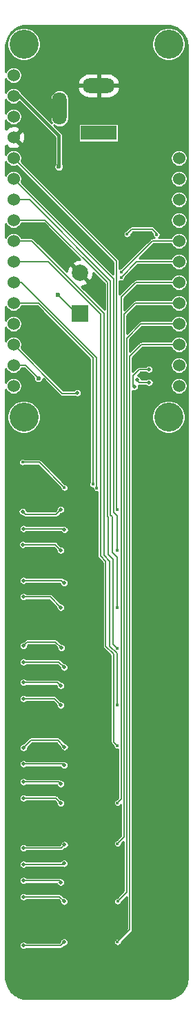
<source format=gbr>
G04 #@! TF.GenerationSoftware,KiCad,Pcbnew,(5.1.9)-1*
G04 #@! TF.CreationDate,2021-02-24T14:06:18-05:00*
G04 #@! TF.ProjectId,feather_multi_oled,66656174-6865-4725-9f6d-756c74695f6f,0.1a*
G04 #@! TF.SameCoordinates,Original*
G04 #@! TF.FileFunction,Copper,L2,Bot*
G04 #@! TF.FilePolarity,Positive*
%FSLAX46Y46*%
G04 Gerber Fmt 4.6, Leading zero omitted, Abs format (unit mm)*
G04 Created by KiCad (PCBNEW (5.1.9)-1) date 2021-02-24 14:06:18*
%MOMM*%
%LPD*%
G01*
G04 APERTURE LIST*
G04 #@! TA.AperFunction,ComponentPad*
%ADD10C,1.524000*%
G04 #@! TD*
G04 #@! TA.AperFunction,WasherPad*
%ADD11C,3.556000*%
G04 #@! TD*
G04 #@! TA.AperFunction,ComponentPad*
%ADD12O,1.800000X4.000000*%
G04 #@! TD*
G04 #@! TA.AperFunction,ComponentPad*
%ADD13O,4.000000X1.800000*%
G04 #@! TD*
G04 #@! TA.AperFunction,ComponentPad*
%ADD14R,4.400000X1.800000*%
G04 #@! TD*
G04 #@! TA.AperFunction,ComponentPad*
%ADD15R,2.000000X2.000000*%
G04 #@! TD*
G04 #@! TA.AperFunction,ComponentPad*
%ADD16C,2.000000*%
G04 #@! TD*
G04 #@! TA.AperFunction,ViaPad*
%ADD17C,0.400000*%
G04 #@! TD*
G04 #@! TA.AperFunction,ViaPad*
%ADD18C,0.600000*%
G04 #@! TD*
G04 #@! TA.AperFunction,ViaPad*
%ADD19C,0.500000*%
G04 #@! TD*
G04 #@! TA.AperFunction,Conductor*
%ADD20C,0.400000*%
G04 #@! TD*
G04 #@! TA.AperFunction,Conductor*
%ADD21C,0.200000*%
G04 #@! TD*
G04 #@! TA.AperFunction,Conductor*
%ADD22C,0.254000*%
G04 #@! TD*
G04 #@! TA.AperFunction,Conductor*
%ADD23C,0.100000*%
G04 #@! TD*
G04 APERTURE END LIST*
D10*
X118560000Y-61610000D03*
X118560000Y-64150000D03*
X118560000Y-66690000D03*
X118560000Y-69230000D03*
X118560000Y-71770000D03*
X118560000Y-74310000D03*
X118560000Y-76850000D03*
X118560000Y-79390000D03*
X118560000Y-81930000D03*
X118560000Y-84470000D03*
X118560000Y-87010000D03*
X118560000Y-89550000D03*
X98240000Y-89550000D03*
X98240000Y-87010000D03*
X98240000Y-84470000D03*
X98240000Y-81930000D03*
X98240000Y-79390000D03*
X98240000Y-76850000D03*
X98240000Y-74310000D03*
X98240000Y-71770000D03*
X98240000Y-69230000D03*
X98240000Y-66690000D03*
X98240000Y-64150000D03*
X98240000Y-61610000D03*
X98240000Y-59070000D03*
X98240000Y-56530000D03*
X98240000Y-53990000D03*
X98240000Y-51450000D03*
D11*
X99510000Y-93360000D03*
X99510000Y-47640000D03*
X117290000Y-93360000D03*
X117290000Y-47640000D03*
D12*
X103900000Y-55525000D03*
D13*
X108700000Y-52725000D03*
D14*
X108700000Y-58525000D03*
D15*
X106400000Y-80700000D03*
D16*
X106400000Y-75700000D03*
D17*
X113450000Y-66675000D03*
X111300000Y-62575000D03*
D18*
X102825000Y-116600000D03*
X102825000Y-145625000D03*
X102775000Y-152750000D03*
X102875000Y-157550000D03*
X102850000Y-121650000D03*
X102825000Y-133625000D03*
X102775000Y-140650000D03*
X102775000Y-128525000D03*
X102775000Y-109600000D03*
X102800000Y-104500000D03*
D19*
X105900000Y-89650000D03*
X104700000Y-95050000D03*
X106700000Y-96250000D03*
X112800000Y-84250000D03*
X113175000Y-97400000D03*
D18*
X105200000Y-61900000D03*
X110200000Y-64200000D03*
X110200000Y-61000000D03*
X111100000Y-65200000D03*
X111800000Y-65200000D03*
X112500000Y-65200000D03*
X112500000Y-64500000D03*
X111800000Y-64500000D03*
X111100000Y-64500000D03*
X111800000Y-63800000D03*
X112500000Y-63800000D03*
X105000000Y-69400000D03*
X110200000Y-74500000D03*
X100700000Y-65100000D03*
X101900000Y-69900000D03*
X109100000Y-79500000D03*
X112100000Y-79500000D03*
X112400000Y-82500000D03*
X113100000Y-87200000D03*
X114800000Y-88300000D03*
X102800000Y-112600000D03*
X102800000Y-114100000D03*
X102900000Y-124400000D03*
X102800000Y-127000000D03*
X102800000Y-132300000D03*
X102900000Y-136600000D03*
X102800000Y-139200000D03*
X102800000Y-144300000D03*
X102900000Y-148800000D03*
X102800000Y-151100000D03*
X102800000Y-156300000D03*
X98387500Y-161712500D03*
X98693750Y-162706250D03*
X98200000Y-163500000D03*
X97600000Y-162000000D03*
X118800000Y-163100000D03*
X118500000Y-162200000D03*
X118500000Y-161300000D03*
X118500000Y-160200000D03*
X113500000Y-149900000D03*
X114500000Y-149900000D03*
X114000000Y-148500000D03*
X115500000Y-155200000D03*
X116300000Y-152700000D03*
X115000000Y-160300000D03*
X116300000Y-157700000D03*
X116200000Y-145700000D03*
X116300000Y-143200000D03*
X114000000Y-143200000D03*
X113500000Y-138000000D03*
X114500000Y-138000000D03*
X114000000Y-136400000D03*
X116200000Y-133700000D03*
X116200000Y-131200000D03*
X116300000Y-128700000D03*
X113500000Y-125900000D03*
X114500000Y-125900000D03*
X114000000Y-124500000D03*
X116200000Y-121700000D03*
X115600000Y-119200000D03*
X116200000Y-116700000D03*
X113500000Y-113900000D03*
X114500000Y-113900000D03*
X114000000Y-112500000D03*
X116200000Y-109700000D03*
X115500000Y-107200000D03*
X116200000Y-104700000D03*
X113500000Y-101900000D03*
X114500000Y-101900000D03*
X113100000Y-99400000D03*
X107300000Y-97200000D03*
X102600000Y-99100000D03*
X107200000Y-101100000D03*
X102600000Y-96400000D03*
X103800000Y-62675000D03*
D17*
X112175000Y-70925000D03*
X115800000Y-71000000D03*
D19*
X104050000Y-104700000D03*
X99350000Y-104950000D03*
X104050000Y-109700000D03*
X99400000Y-109000000D03*
X104050000Y-116700000D03*
X99450000Y-115400000D03*
X104050000Y-128700000D03*
X99450000Y-127900000D03*
X104450000Y-124050000D03*
X99450000Y-123400000D03*
X104450000Y-136050000D03*
X99450000Y-135900000D03*
X104050000Y-140700000D03*
X99450000Y-140100000D03*
X104450000Y-148100000D03*
X99450000Y-148200000D03*
X104450000Y-152750000D03*
X99450000Y-152200000D03*
D17*
X111475000Y-76225000D03*
X111475000Y-75575000D03*
X104500000Y-102025000D03*
X99350000Y-98900000D03*
D19*
X104500000Y-107200000D03*
X99450000Y-107050000D03*
X104450000Y-113700000D03*
X99450000Y-113400000D03*
X104050000Y-126300000D03*
X99450000Y-125900000D03*
X104100000Y-121650000D03*
X99450000Y-121400000D03*
X104500000Y-133800000D03*
X99450000Y-133900000D03*
X104050000Y-138350000D03*
X99450000Y-138100000D03*
X104500000Y-145800000D03*
X99450000Y-146200000D03*
X104050000Y-150400000D03*
X99450000Y-150200000D03*
X104450000Y-157750000D03*
X99450000Y-158150000D03*
D17*
X110994800Y-104705200D03*
X108450000Y-102075000D03*
X108000000Y-101600000D03*
X111000000Y-109725000D03*
X110975000Y-116700000D03*
X111000000Y-128675000D03*
X111000000Y-121725000D03*
X110975000Y-133650000D03*
X111000000Y-140675000D03*
X111000000Y-145675000D03*
X111025000Y-152750000D03*
X111000000Y-157725000D03*
D19*
X114875000Y-87525000D03*
X113075000Y-89625000D03*
X114900000Y-89125000D03*
X113400000Y-88800000D03*
X106050000Y-90400000D03*
D18*
X103700000Y-78400000D03*
X101300000Y-88600000D03*
D20*
X98240000Y-53990000D02*
X98940000Y-53990000D01*
X103800000Y-58850000D02*
X103800000Y-62675000D01*
X98940000Y-53990000D02*
X103800000Y-58850000D01*
D21*
X112175000Y-70925000D02*
X112775000Y-70325000D01*
X112775000Y-70325000D02*
X115275000Y-70325000D01*
X115800000Y-70850000D02*
X115800000Y-71000000D01*
X115275000Y-70325000D02*
X115800000Y-70850000D01*
X99675000Y-105275000D02*
X99350000Y-104950000D01*
X103475000Y-105275000D02*
X99675000Y-105275000D01*
X104050000Y-104700000D02*
X103475000Y-105275000D01*
X103350000Y-109000000D02*
X99400000Y-109000000D01*
X104050000Y-109700000D02*
X103350000Y-109000000D01*
X102750000Y-115400000D02*
X99450000Y-115400000D01*
X104050000Y-116700000D02*
X102750000Y-115400000D01*
X103250000Y-127900000D02*
X99450000Y-127900000D01*
X104050000Y-128700000D02*
X103250000Y-127900000D01*
X103800000Y-123400000D02*
X99450000Y-123400000D01*
X104450000Y-124050000D02*
X103800000Y-123400000D01*
X104300000Y-135900000D02*
X99450000Y-135900000D01*
X104450000Y-136050000D02*
X104300000Y-135900000D01*
X103450000Y-140100000D02*
X99450000Y-140100000D01*
X104050000Y-140700000D02*
X103450000Y-140100000D01*
X104350000Y-148200000D02*
X99450000Y-148200000D01*
X104450000Y-148100000D02*
X104350000Y-148200000D01*
X103900000Y-152200000D02*
X99450000Y-152200000D01*
X104450000Y-152750000D02*
X103900000Y-152200000D01*
X113390000Y-74310000D02*
X118560000Y-74310000D01*
X111475000Y-76225000D02*
X113390000Y-74310000D01*
X115280000Y-71770000D02*
X118560000Y-71770000D01*
X111475000Y-75575000D02*
X115280000Y-71770000D01*
X101375000Y-98900000D02*
X99350000Y-98900000D01*
X104500000Y-102025000D02*
X101375000Y-98900000D01*
X104350000Y-107050000D02*
X99450000Y-107050000D01*
X104500000Y-107200000D02*
X104350000Y-107050000D01*
X104150000Y-113400000D02*
X99450000Y-113400000D01*
X104450000Y-113700000D02*
X104150000Y-113400000D01*
X103650000Y-125900000D02*
X99450000Y-125900000D01*
X104050000Y-126300000D02*
X103650000Y-125900000D01*
X99900000Y-120950000D02*
X99450000Y-121400000D01*
X103400000Y-120950000D02*
X99900000Y-120950000D01*
X104100000Y-121650000D02*
X103400000Y-120950000D01*
X100375000Y-132975000D02*
X99450000Y-133900000D01*
X103675000Y-132975000D02*
X100375000Y-132975000D01*
X104500000Y-133800000D02*
X103675000Y-132975000D01*
X103800000Y-138100000D02*
X99450000Y-138100000D01*
X104050000Y-138350000D02*
X103800000Y-138100000D01*
X104100000Y-146200000D02*
X99450000Y-146200000D01*
X104500000Y-145800000D02*
X104100000Y-146200000D01*
X103850000Y-150200000D02*
X99450000Y-150200000D01*
X104050000Y-150400000D02*
X103850000Y-150200000D01*
X104050000Y-158150000D02*
X99450000Y-158150000D01*
X104450000Y-157750000D02*
X104050000Y-158150000D01*
X110875000Y-74245000D02*
X98240000Y-61610000D01*
X110875000Y-104585400D02*
X110875000Y-74245000D01*
X110994800Y-104705200D02*
X110875000Y-104585400D01*
X99250000Y-76850000D02*
X98240000Y-76850000D01*
X108450000Y-86050000D02*
X99250000Y-76850000D01*
X108450000Y-102075000D02*
X108450000Y-86050000D01*
X101290000Y-79390000D02*
X98240000Y-79390000D01*
X108000000Y-86100000D02*
X101290000Y-79390000D01*
X108000000Y-101600000D02*
X108000000Y-86100000D01*
X110525000Y-76435000D02*
X98240000Y-64150000D01*
X110525000Y-105025000D02*
X110525000Y-76435000D01*
X110975000Y-105475000D02*
X110525000Y-105025000D01*
X110975000Y-109700000D02*
X110975000Y-105475000D01*
X111000000Y-109725000D02*
X110975000Y-109700000D01*
X100190000Y-66690000D02*
X98240000Y-66690000D01*
X110150000Y-76650000D02*
X100190000Y-66690000D01*
X110150000Y-105400000D02*
X110150000Y-76650000D01*
X110350000Y-105600000D02*
X110150000Y-105400000D01*
X110350000Y-109975000D02*
X110350000Y-105600000D01*
X110950000Y-110575000D02*
X110350000Y-109975000D01*
X110950000Y-116675000D02*
X110950000Y-110575000D01*
X110975000Y-116700000D02*
X110950000Y-116675000D01*
X100470000Y-71770000D02*
X98240000Y-71770000D01*
X109375000Y-80675000D02*
X100470000Y-71770000D01*
X110075000Y-111025000D02*
X109375000Y-110325000D01*
X110075000Y-121450000D02*
X110075000Y-111025000D01*
X110975000Y-122350000D02*
X110075000Y-121450000D01*
X110975000Y-128650000D02*
X110975000Y-122350000D01*
X109375000Y-110325000D02*
X109375000Y-80675000D01*
X111000000Y-128675000D02*
X110975000Y-128650000D01*
X109800000Y-76900000D02*
X102130000Y-69230000D01*
X109800000Y-105550000D02*
X109800000Y-76900000D01*
X109875000Y-105625000D02*
X109800000Y-105550000D01*
X109875000Y-110175000D02*
X109875000Y-105625000D01*
X110475000Y-110775000D02*
X109875000Y-110175000D01*
X102130000Y-69230000D02*
X98240000Y-69230000D01*
X110475000Y-121200000D02*
X110475000Y-110775000D01*
X111000000Y-121725000D02*
X110475000Y-121200000D01*
X102510000Y-74310000D02*
X98240000Y-74310000D01*
X108925000Y-80725000D02*
X102510000Y-74310000D01*
X108925000Y-110425000D02*
X108925000Y-80725000D01*
X109550000Y-111050000D02*
X108925000Y-110425000D01*
X109550000Y-121450000D02*
X109550000Y-111050000D01*
X110550000Y-122450000D02*
X109550000Y-121450000D01*
X110550000Y-133225000D02*
X110550000Y-122450000D01*
X110975000Y-133650000D02*
X110550000Y-133225000D01*
X113275000Y-76850000D02*
X118560000Y-76850000D01*
X111450000Y-78675000D02*
X113275000Y-76850000D01*
X111450000Y-140225000D02*
X111450000Y-78675000D01*
X111000000Y-140675000D02*
X111450000Y-140225000D01*
X113185000Y-79390000D02*
X118560000Y-79390000D01*
X111800000Y-80775000D02*
X113185000Y-79390000D01*
X111800000Y-144875000D02*
X111800000Y-80775000D01*
X111000000Y-145675000D02*
X111800000Y-144875000D01*
X113895000Y-81930000D02*
X118560000Y-81930000D01*
X112150000Y-83675000D02*
X113895000Y-81930000D01*
X112150000Y-151625000D02*
X112150000Y-83675000D01*
X111025000Y-152750000D02*
X112150000Y-151625000D01*
X113930000Y-84470000D02*
X118560000Y-84470000D01*
X112500000Y-85900000D02*
X113930000Y-84470000D01*
X112500000Y-156225000D02*
X112500000Y-85900000D01*
X111000000Y-157725000D02*
X112500000Y-156225000D01*
X113700000Y-87525000D02*
X114875000Y-87525000D01*
X112900000Y-88325000D02*
X113700000Y-87525000D01*
X112900000Y-89450000D02*
X112900000Y-88325000D01*
X113075000Y-89625000D02*
X112900000Y-89450000D01*
X113725000Y-89125000D02*
X114900000Y-89125000D01*
X113400000Y-88800000D02*
X113725000Y-89125000D01*
X106050000Y-90400000D02*
X105975000Y-90475000D01*
X104245000Y-90475000D02*
X98240000Y-84470000D01*
X105975000Y-90475000D02*
X104245000Y-90475000D01*
X106000000Y-80700000D02*
X106400000Y-80700000D01*
X103700000Y-78400000D02*
X106000000Y-80700000D01*
X99710000Y-87010000D02*
X101300000Y-88600000D01*
X98240000Y-87010000D02*
X99710000Y-87010000D01*
D22*
X117223717Y-45341248D02*
X117489068Y-45381753D01*
X117744970Y-45447547D01*
X117990309Y-45537346D01*
X118223790Y-45649810D01*
X118444134Y-45783656D01*
X118649909Y-45937572D01*
X118839856Y-46110154D01*
X119012422Y-46300084D01*
X119166347Y-46505899D01*
X119300192Y-46726215D01*
X119412655Y-46959732D01*
X119502456Y-47205067D01*
X119568248Y-47460940D01*
X119608752Y-47726284D01*
X119623001Y-48008262D01*
X119623000Y-161991758D01*
X119608752Y-162273716D01*
X119568247Y-162539068D01*
X119502454Y-162794967D01*
X119412654Y-163040307D01*
X119300194Y-163273786D01*
X119166345Y-163494133D01*
X119012431Y-163699908D01*
X118839852Y-163889851D01*
X118649916Y-164062423D01*
X118444139Y-164216340D01*
X118223789Y-164350192D01*
X117990306Y-164462655D01*
X117744970Y-164552453D01*
X117489068Y-164618247D01*
X117223717Y-164658752D01*
X116941758Y-164673000D01*
X99958242Y-164673000D01*
X99676284Y-164658752D01*
X99410933Y-164618247D01*
X99155035Y-164552455D01*
X98909693Y-164462654D01*
X98676214Y-164350194D01*
X98455868Y-164216346D01*
X98250088Y-164062426D01*
X98060152Y-163889855D01*
X97887573Y-163699913D01*
X97733661Y-163494140D01*
X97599808Y-163273789D01*
X97487345Y-163040306D01*
X97397547Y-162794970D01*
X97331753Y-162539069D01*
X97291248Y-162273717D01*
X97277000Y-161991758D01*
X97277000Y-158098095D01*
X98923000Y-158098095D01*
X98923000Y-158201905D01*
X98943252Y-158303720D01*
X98982979Y-158399628D01*
X99040652Y-158485943D01*
X99114057Y-158559348D01*
X99200372Y-158617021D01*
X99296280Y-158656748D01*
X99398095Y-158677000D01*
X99501905Y-158677000D01*
X99603720Y-158656748D01*
X99699628Y-158617021D01*
X99785943Y-158559348D01*
X99818291Y-158527000D01*
X104031488Y-158527000D01*
X104050000Y-158528823D01*
X104068512Y-158527000D01*
X104068519Y-158527000D01*
X104123905Y-158521545D01*
X104194970Y-158499988D01*
X104260463Y-158464981D01*
X104317869Y-158417869D01*
X104329677Y-158403481D01*
X104456158Y-158277000D01*
X104501905Y-158277000D01*
X104603720Y-158256748D01*
X104699628Y-158217021D01*
X104785943Y-158159348D01*
X104859348Y-158085943D01*
X104917021Y-157999628D01*
X104956748Y-157903720D01*
X104977000Y-157801905D01*
X104977000Y-157698095D01*
X104956748Y-157596280D01*
X104917021Y-157500372D01*
X104859348Y-157414057D01*
X104785943Y-157340652D01*
X104699628Y-157282979D01*
X104603720Y-157243252D01*
X104501905Y-157223000D01*
X104398095Y-157223000D01*
X104296280Y-157243252D01*
X104200372Y-157282979D01*
X104114057Y-157340652D01*
X104040652Y-157414057D01*
X103982979Y-157500372D01*
X103943252Y-157596280D01*
X103923000Y-157698095D01*
X103923000Y-157743842D01*
X103893842Y-157773000D01*
X99818291Y-157773000D01*
X99785943Y-157740652D01*
X99699628Y-157682979D01*
X99603720Y-157643252D01*
X99501905Y-157623000D01*
X99398095Y-157623000D01*
X99296280Y-157643252D01*
X99200372Y-157682979D01*
X99114057Y-157740652D01*
X99040652Y-157814057D01*
X98982979Y-157900372D01*
X98943252Y-157996280D01*
X98923000Y-158098095D01*
X97277000Y-158098095D01*
X97277000Y-152148095D01*
X98923000Y-152148095D01*
X98923000Y-152251905D01*
X98943252Y-152353720D01*
X98982979Y-152449628D01*
X99040652Y-152535943D01*
X99114057Y-152609348D01*
X99200372Y-152667021D01*
X99296280Y-152706748D01*
X99398095Y-152727000D01*
X99501905Y-152727000D01*
X99603720Y-152706748D01*
X99699628Y-152667021D01*
X99785943Y-152609348D01*
X99818291Y-152577000D01*
X103743842Y-152577000D01*
X103923000Y-152756158D01*
X103923000Y-152801905D01*
X103943252Y-152903720D01*
X103982979Y-152999628D01*
X104040652Y-153085943D01*
X104114057Y-153159348D01*
X104200372Y-153217021D01*
X104296280Y-153256748D01*
X104398095Y-153277000D01*
X104501905Y-153277000D01*
X104603720Y-153256748D01*
X104699628Y-153217021D01*
X104785943Y-153159348D01*
X104859348Y-153085943D01*
X104917021Y-152999628D01*
X104956748Y-152903720D01*
X104977000Y-152801905D01*
X104977000Y-152698095D01*
X104956748Y-152596280D01*
X104917021Y-152500372D01*
X104859348Y-152414057D01*
X104785943Y-152340652D01*
X104699628Y-152282979D01*
X104603720Y-152243252D01*
X104501905Y-152223000D01*
X104456158Y-152223000D01*
X104179677Y-151946519D01*
X104167869Y-151932131D01*
X104110463Y-151885019D01*
X104044970Y-151850012D01*
X103973905Y-151828455D01*
X103918519Y-151823000D01*
X103918512Y-151823000D01*
X103900000Y-151821177D01*
X103881488Y-151823000D01*
X99818291Y-151823000D01*
X99785943Y-151790652D01*
X99699628Y-151732979D01*
X99603720Y-151693252D01*
X99501905Y-151673000D01*
X99398095Y-151673000D01*
X99296280Y-151693252D01*
X99200372Y-151732979D01*
X99114057Y-151790652D01*
X99040652Y-151864057D01*
X98982979Y-151950372D01*
X98943252Y-152046280D01*
X98923000Y-152148095D01*
X97277000Y-152148095D01*
X97277000Y-150148095D01*
X98923000Y-150148095D01*
X98923000Y-150251905D01*
X98943252Y-150353720D01*
X98982979Y-150449628D01*
X99040652Y-150535943D01*
X99114057Y-150609348D01*
X99200372Y-150667021D01*
X99296280Y-150706748D01*
X99398095Y-150727000D01*
X99501905Y-150727000D01*
X99603720Y-150706748D01*
X99699628Y-150667021D01*
X99785943Y-150609348D01*
X99818291Y-150577000D01*
X103552895Y-150577000D01*
X103582979Y-150649628D01*
X103640652Y-150735943D01*
X103714057Y-150809348D01*
X103800372Y-150867021D01*
X103896280Y-150906748D01*
X103998095Y-150927000D01*
X104101905Y-150927000D01*
X104203720Y-150906748D01*
X104299628Y-150867021D01*
X104385943Y-150809348D01*
X104459348Y-150735943D01*
X104517021Y-150649628D01*
X104556748Y-150553720D01*
X104577000Y-150451905D01*
X104577000Y-150348095D01*
X104556748Y-150246280D01*
X104517021Y-150150372D01*
X104459348Y-150064057D01*
X104385943Y-149990652D01*
X104299628Y-149932979D01*
X104203720Y-149893252D01*
X104101905Y-149873000D01*
X104037977Y-149873000D01*
X103994970Y-149850012D01*
X103923905Y-149828455D01*
X103868519Y-149823000D01*
X103868512Y-149823000D01*
X103850000Y-149821177D01*
X103831488Y-149823000D01*
X99818291Y-149823000D01*
X99785943Y-149790652D01*
X99699628Y-149732979D01*
X99603720Y-149693252D01*
X99501905Y-149673000D01*
X99398095Y-149673000D01*
X99296280Y-149693252D01*
X99200372Y-149732979D01*
X99114057Y-149790652D01*
X99040652Y-149864057D01*
X98982979Y-149950372D01*
X98943252Y-150046280D01*
X98923000Y-150148095D01*
X97277000Y-150148095D01*
X97277000Y-148148095D01*
X98923000Y-148148095D01*
X98923000Y-148251905D01*
X98943252Y-148353720D01*
X98982979Y-148449628D01*
X99040652Y-148535943D01*
X99114057Y-148609348D01*
X99200372Y-148667021D01*
X99296280Y-148706748D01*
X99398095Y-148727000D01*
X99501905Y-148727000D01*
X99603720Y-148706748D01*
X99699628Y-148667021D01*
X99785943Y-148609348D01*
X99818291Y-148577000D01*
X104224463Y-148577000D01*
X104296280Y-148606748D01*
X104398095Y-148627000D01*
X104501905Y-148627000D01*
X104603720Y-148606748D01*
X104699628Y-148567021D01*
X104785943Y-148509348D01*
X104859348Y-148435943D01*
X104917021Y-148349628D01*
X104956748Y-148253720D01*
X104977000Y-148151905D01*
X104977000Y-148048095D01*
X104956748Y-147946280D01*
X104917021Y-147850372D01*
X104859348Y-147764057D01*
X104785943Y-147690652D01*
X104699628Y-147632979D01*
X104603720Y-147593252D01*
X104501905Y-147573000D01*
X104398095Y-147573000D01*
X104296280Y-147593252D01*
X104200372Y-147632979D01*
X104114057Y-147690652D01*
X104040652Y-147764057D01*
X104001268Y-147823000D01*
X99818291Y-147823000D01*
X99785943Y-147790652D01*
X99699628Y-147732979D01*
X99603720Y-147693252D01*
X99501905Y-147673000D01*
X99398095Y-147673000D01*
X99296280Y-147693252D01*
X99200372Y-147732979D01*
X99114057Y-147790652D01*
X99040652Y-147864057D01*
X98982979Y-147950372D01*
X98943252Y-148046280D01*
X98923000Y-148148095D01*
X97277000Y-148148095D01*
X97277000Y-146148095D01*
X98923000Y-146148095D01*
X98923000Y-146251905D01*
X98943252Y-146353720D01*
X98982979Y-146449628D01*
X99040652Y-146535943D01*
X99114057Y-146609348D01*
X99200372Y-146667021D01*
X99296280Y-146706748D01*
X99398095Y-146727000D01*
X99501905Y-146727000D01*
X99603720Y-146706748D01*
X99699628Y-146667021D01*
X99785943Y-146609348D01*
X99818291Y-146577000D01*
X104081488Y-146577000D01*
X104100000Y-146578823D01*
X104118512Y-146577000D01*
X104118519Y-146577000D01*
X104173905Y-146571545D01*
X104244970Y-146549988D01*
X104310463Y-146514981D01*
X104367869Y-146467869D01*
X104379677Y-146453481D01*
X104506158Y-146327000D01*
X104551905Y-146327000D01*
X104653720Y-146306748D01*
X104749628Y-146267021D01*
X104835943Y-146209348D01*
X104909348Y-146135943D01*
X104967021Y-146049628D01*
X105006748Y-145953720D01*
X105027000Y-145851905D01*
X105027000Y-145748095D01*
X105006748Y-145646280D01*
X104967021Y-145550372D01*
X104909348Y-145464057D01*
X104835943Y-145390652D01*
X104749628Y-145332979D01*
X104653720Y-145293252D01*
X104551905Y-145273000D01*
X104448095Y-145273000D01*
X104346280Y-145293252D01*
X104250372Y-145332979D01*
X104164057Y-145390652D01*
X104090652Y-145464057D01*
X104032979Y-145550372D01*
X103993252Y-145646280D01*
X103973000Y-145748095D01*
X103973000Y-145793842D01*
X103943842Y-145823000D01*
X99818291Y-145823000D01*
X99785943Y-145790652D01*
X99699628Y-145732979D01*
X99603720Y-145693252D01*
X99501905Y-145673000D01*
X99398095Y-145673000D01*
X99296280Y-145693252D01*
X99200372Y-145732979D01*
X99114057Y-145790652D01*
X99040652Y-145864057D01*
X98982979Y-145950372D01*
X98943252Y-146046280D01*
X98923000Y-146148095D01*
X97277000Y-146148095D01*
X97277000Y-140048095D01*
X98923000Y-140048095D01*
X98923000Y-140151905D01*
X98943252Y-140253720D01*
X98982979Y-140349628D01*
X99040652Y-140435943D01*
X99114057Y-140509348D01*
X99200372Y-140567021D01*
X99296280Y-140606748D01*
X99398095Y-140627000D01*
X99501905Y-140627000D01*
X99603720Y-140606748D01*
X99699628Y-140567021D01*
X99785943Y-140509348D01*
X99818291Y-140477000D01*
X103293842Y-140477000D01*
X103523000Y-140706159D01*
X103523000Y-140751905D01*
X103543252Y-140853720D01*
X103582979Y-140949628D01*
X103640652Y-141035943D01*
X103714057Y-141109348D01*
X103800372Y-141167021D01*
X103896280Y-141206748D01*
X103998095Y-141227000D01*
X104101905Y-141227000D01*
X104203720Y-141206748D01*
X104299628Y-141167021D01*
X104385943Y-141109348D01*
X104459348Y-141035943D01*
X104517021Y-140949628D01*
X104556748Y-140853720D01*
X104577000Y-140751905D01*
X104577000Y-140648095D01*
X104556748Y-140546280D01*
X104517021Y-140450372D01*
X104459348Y-140364057D01*
X104385943Y-140290652D01*
X104299628Y-140232979D01*
X104203720Y-140193252D01*
X104101905Y-140173000D01*
X104056159Y-140173000D01*
X103729677Y-139846519D01*
X103717869Y-139832131D01*
X103660463Y-139785019D01*
X103594970Y-139750012D01*
X103523905Y-139728455D01*
X103468519Y-139723000D01*
X103468512Y-139723000D01*
X103450000Y-139721177D01*
X103431488Y-139723000D01*
X99818291Y-139723000D01*
X99785943Y-139690652D01*
X99699628Y-139632979D01*
X99603720Y-139593252D01*
X99501905Y-139573000D01*
X99398095Y-139573000D01*
X99296280Y-139593252D01*
X99200372Y-139632979D01*
X99114057Y-139690652D01*
X99040652Y-139764057D01*
X98982979Y-139850372D01*
X98943252Y-139946280D01*
X98923000Y-140048095D01*
X97277000Y-140048095D01*
X97277000Y-138048095D01*
X98923000Y-138048095D01*
X98923000Y-138151905D01*
X98943252Y-138253720D01*
X98982979Y-138349628D01*
X99040652Y-138435943D01*
X99114057Y-138509348D01*
X99200372Y-138567021D01*
X99296280Y-138606748D01*
X99398095Y-138627000D01*
X99501905Y-138627000D01*
X99603720Y-138606748D01*
X99699628Y-138567021D01*
X99785943Y-138509348D01*
X99818291Y-138477000D01*
X103537937Y-138477000D01*
X103543252Y-138503720D01*
X103582979Y-138599628D01*
X103640652Y-138685943D01*
X103714057Y-138759348D01*
X103800372Y-138817021D01*
X103896280Y-138856748D01*
X103998095Y-138877000D01*
X104101905Y-138877000D01*
X104203720Y-138856748D01*
X104299628Y-138817021D01*
X104385943Y-138759348D01*
X104459348Y-138685943D01*
X104517021Y-138599628D01*
X104556748Y-138503720D01*
X104577000Y-138401905D01*
X104577000Y-138298095D01*
X104556748Y-138196280D01*
X104517021Y-138100372D01*
X104459348Y-138014057D01*
X104385943Y-137940652D01*
X104299628Y-137882979D01*
X104203720Y-137843252D01*
X104101905Y-137823000D01*
X104056743Y-137823000D01*
X104010463Y-137785019D01*
X103944970Y-137750012D01*
X103873905Y-137728455D01*
X103818519Y-137723000D01*
X103818512Y-137723000D01*
X103800000Y-137721177D01*
X103781488Y-137723000D01*
X99818291Y-137723000D01*
X99785943Y-137690652D01*
X99699628Y-137632979D01*
X99603720Y-137593252D01*
X99501905Y-137573000D01*
X99398095Y-137573000D01*
X99296280Y-137593252D01*
X99200372Y-137632979D01*
X99114057Y-137690652D01*
X99040652Y-137764057D01*
X98982979Y-137850372D01*
X98943252Y-137946280D01*
X98923000Y-138048095D01*
X97277000Y-138048095D01*
X97277000Y-135848095D01*
X98923000Y-135848095D01*
X98923000Y-135951905D01*
X98943252Y-136053720D01*
X98982979Y-136149628D01*
X99040652Y-136235943D01*
X99114057Y-136309348D01*
X99200372Y-136367021D01*
X99296280Y-136406748D01*
X99398095Y-136427000D01*
X99501905Y-136427000D01*
X99603720Y-136406748D01*
X99699628Y-136367021D01*
X99785943Y-136309348D01*
X99818291Y-136277000D01*
X103973606Y-136277000D01*
X103982979Y-136299628D01*
X104040652Y-136385943D01*
X104114057Y-136459348D01*
X104200372Y-136517021D01*
X104296280Y-136556748D01*
X104398095Y-136577000D01*
X104501905Y-136577000D01*
X104603720Y-136556748D01*
X104699628Y-136517021D01*
X104785943Y-136459348D01*
X104859348Y-136385943D01*
X104917021Y-136299628D01*
X104956748Y-136203720D01*
X104977000Y-136101905D01*
X104977000Y-135998095D01*
X104956748Y-135896280D01*
X104917021Y-135800372D01*
X104859348Y-135714057D01*
X104785943Y-135640652D01*
X104699628Y-135582979D01*
X104603720Y-135543252D01*
X104501905Y-135523000D01*
X104398095Y-135523000D01*
X104371742Y-135528242D01*
X104318519Y-135523000D01*
X104318512Y-135523000D01*
X104300000Y-135521177D01*
X104281488Y-135523000D01*
X99818291Y-135523000D01*
X99785943Y-135490652D01*
X99699628Y-135432979D01*
X99603720Y-135393252D01*
X99501905Y-135373000D01*
X99398095Y-135373000D01*
X99296280Y-135393252D01*
X99200372Y-135432979D01*
X99114057Y-135490652D01*
X99040652Y-135564057D01*
X98982979Y-135650372D01*
X98943252Y-135746280D01*
X98923000Y-135848095D01*
X97277000Y-135848095D01*
X97277000Y-133848095D01*
X98923000Y-133848095D01*
X98923000Y-133951905D01*
X98943252Y-134053720D01*
X98982979Y-134149628D01*
X99040652Y-134235943D01*
X99114057Y-134309348D01*
X99200372Y-134367021D01*
X99296280Y-134406748D01*
X99398095Y-134427000D01*
X99501905Y-134427000D01*
X99603720Y-134406748D01*
X99699628Y-134367021D01*
X99785943Y-134309348D01*
X99859348Y-134235943D01*
X99917021Y-134149628D01*
X99956748Y-134053720D01*
X99977000Y-133951905D01*
X99977000Y-133906158D01*
X100531159Y-133352000D01*
X103518842Y-133352000D01*
X103973000Y-133806159D01*
X103973000Y-133851905D01*
X103993252Y-133953720D01*
X104032979Y-134049628D01*
X104090652Y-134135943D01*
X104164057Y-134209348D01*
X104250372Y-134267021D01*
X104346280Y-134306748D01*
X104448095Y-134327000D01*
X104551905Y-134327000D01*
X104653720Y-134306748D01*
X104749628Y-134267021D01*
X104835943Y-134209348D01*
X104909348Y-134135943D01*
X104967021Y-134049628D01*
X105006748Y-133953720D01*
X105027000Y-133851905D01*
X105027000Y-133748095D01*
X105006748Y-133646280D01*
X104967021Y-133550372D01*
X104909348Y-133464057D01*
X104835943Y-133390652D01*
X104749628Y-133332979D01*
X104653720Y-133293252D01*
X104551905Y-133273000D01*
X104506159Y-133273000D01*
X103954677Y-132721519D01*
X103942869Y-132707131D01*
X103885463Y-132660019D01*
X103819970Y-132625012D01*
X103748905Y-132603455D01*
X103693519Y-132598000D01*
X103693512Y-132598000D01*
X103675000Y-132596177D01*
X103656488Y-132598000D01*
X100393519Y-132598000D01*
X100375000Y-132596176D01*
X100301094Y-132603455D01*
X100230030Y-132625012D01*
X100164537Y-132660019D01*
X100107131Y-132707131D01*
X100095328Y-132721513D01*
X99443842Y-133373000D01*
X99398095Y-133373000D01*
X99296280Y-133393252D01*
X99200372Y-133432979D01*
X99114057Y-133490652D01*
X99040652Y-133564057D01*
X98982979Y-133650372D01*
X98943252Y-133746280D01*
X98923000Y-133848095D01*
X97277000Y-133848095D01*
X97277000Y-127848095D01*
X98923000Y-127848095D01*
X98923000Y-127951905D01*
X98943252Y-128053720D01*
X98982979Y-128149628D01*
X99040652Y-128235943D01*
X99114057Y-128309348D01*
X99200372Y-128367021D01*
X99296280Y-128406748D01*
X99398095Y-128427000D01*
X99501905Y-128427000D01*
X99603720Y-128406748D01*
X99699628Y-128367021D01*
X99785943Y-128309348D01*
X99818291Y-128277000D01*
X103093842Y-128277000D01*
X103523000Y-128706159D01*
X103523000Y-128751905D01*
X103543252Y-128853720D01*
X103582979Y-128949628D01*
X103640652Y-129035943D01*
X103714057Y-129109348D01*
X103800372Y-129167021D01*
X103896280Y-129206748D01*
X103998095Y-129227000D01*
X104101905Y-129227000D01*
X104203720Y-129206748D01*
X104299628Y-129167021D01*
X104385943Y-129109348D01*
X104459348Y-129035943D01*
X104517021Y-128949628D01*
X104556748Y-128853720D01*
X104577000Y-128751905D01*
X104577000Y-128648095D01*
X104556748Y-128546280D01*
X104517021Y-128450372D01*
X104459348Y-128364057D01*
X104385943Y-128290652D01*
X104299628Y-128232979D01*
X104203720Y-128193252D01*
X104101905Y-128173000D01*
X104056159Y-128173000D01*
X103529677Y-127646519D01*
X103517869Y-127632131D01*
X103460463Y-127585019D01*
X103394970Y-127550012D01*
X103323905Y-127528455D01*
X103268519Y-127523000D01*
X103268512Y-127523000D01*
X103250000Y-127521177D01*
X103231488Y-127523000D01*
X99818291Y-127523000D01*
X99785943Y-127490652D01*
X99699628Y-127432979D01*
X99603720Y-127393252D01*
X99501905Y-127373000D01*
X99398095Y-127373000D01*
X99296280Y-127393252D01*
X99200372Y-127432979D01*
X99114057Y-127490652D01*
X99040652Y-127564057D01*
X98982979Y-127650372D01*
X98943252Y-127746280D01*
X98923000Y-127848095D01*
X97277000Y-127848095D01*
X97277000Y-125848095D01*
X98923000Y-125848095D01*
X98923000Y-125951905D01*
X98943252Y-126053720D01*
X98982979Y-126149628D01*
X99040652Y-126235943D01*
X99114057Y-126309348D01*
X99200372Y-126367021D01*
X99296280Y-126406748D01*
X99398095Y-126427000D01*
X99501905Y-126427000D01*
X99603720Y-126406748D01*
X99699628Y-126367021D01*
X99785943Y-126309348D01*
X99818291Y-126277000D01*
X103493842Y-126277000D01*
X103523000Y-126306158D01*
X103523000Y-126351905D01*
X103543252Y-126453720D01*
X103582979Y-126549628D01*
X103640652Y-126635943D01*
X103714057Y-126709348D01*
X103800372Y-126767021D01*
X103896280Y-126806748D01*
X103998095Y-126827000D01*
X104101905Y-126827000D01*
X104203720Y-126806748D01*
X104299628Y-126767021D01*
X104385943Y-126709348D01*
X104459348Y-126635943D01*
X104517021Y-126549628D01*
X104556748Y-126453720D01*
X104577000Y-126351905D01*
X104577000Y-126248095D01*
X104556748Y-126146280D01*
X104517021Y-126050372D01*
X104459348Y-125964057D01*
X104385943Y-125890652D01*
X104299628Y-125832979D01*
X104203720Y-125793252D01*
X104101905Y-125773000D01*
X104056158Y-125773000D01*
X103929677Y-125646519D01*
X103917869Y-125632131D01*
X103860463Y-125585019D01*
X103794970Y-125550012D01*
X103723905Y-125528455D01*
X103668519Y-125523000D01*
X103668512Y-125523000D01*
X103650000Y-125521177D01*
X103631488Y-125523000D01*
X99818291Y-125523000D01*
X99785943Y-125490652D01*
X99699628Y-125432979D01*
X99603720Y-125393252D01*
X99501905Y-125373000D01*
X99398095Y-125373000D01*
X99296280Y-125393252D01*
X99200372Y-125432979D01*
X99114057Y-125490652D01*
X99040652Y-125564057D01*
X98982979Y-125650372D01*
X98943252Y-125746280D01*
X98923000Y-125848095D01*
X97277000Y-125848095D01*
X97277000Y-123348095D01*
X98923000Y-123348095D01*
X98923000Y-123451905D01*
X98943252Y-123553720D01*
X98982979Y-123649628D01*
X99040652Y-123735943D01*
X99114057Y-123809348D01*
X99200372Y-123867021D01*
X99296280Y-123906748D01*
X99398095Y-123927000D01*
X99501905Y-123927000D01*
X99603720Y-123906748D01*
X99699628Y-123867021D01*
X99785943Y-123809348D01*
X99818291Y-123777000D01*
X103643842Y-123777000D01*
X103923000Y-124056159D01*
X103923000Y-124101905D01*
X103943252Y-124203720D01*
X103982979Y-124299628D01*
X104040652Y-124385943D01*
X104114057Y-124459348D01*
X104200372Y-124517021D01*
X104296280Y-124556748D01*
X104398095Y-124577000D01*
X104501905Y-124577000D01*
X104603720Y-124556748D01*
X104699628Y-124517021D01*
X104785943Y-124459348D01*
X104859348Y-124385943D01*
X104917021Y-124299628D01*
X104956748Y-124203720D01*
X104977000Y-124101905D01*
X104977000Y-123998095D01*
X104956748Y-123896280D01*
X104917021Y-123800372D01*
X104859348Y-123714057D01*
X104785943Y-123640652D01*
X104699628Y-123582979D01*
X104603720Y-123543252D01*
X104501905Y-123523000D01*
X104456159Y-123523000D01*
X104079677Y-123146519D01*
X104067869Y-123132131D01*
X104010463Y-123085019D01*
X103944970Y-123050012D01*
X103873905Y-123028455D01*
X103818519Y-123023000D01*
X103818512Y-123023000D01*
X103800000Y-123021177D01*
X103781488Y-123023000D01*
X99818291Y-123023000D01*
X99785943Y-122990652D01*
X99699628Y-122932979D01*
X99603720Y-122893252D01*
X99501905Y-122873000D01*
X99398095Y-122873000D01*
X99296280Y-122893252D01*
X99200372Y-122932979D01*
X99114057Y-122990652D01*
X99040652Y-123064057D01*
X98982979Y-123150372D01*
X98943252Y-123246280D01*
X98923000Y-123348095D01*
X97277000Y-123348095D01*
X97277000Y-121348095D01*
X98923000Y-121348095D01*
X98923000Y-121451905D01*
X98943252Y-121553720D01*
X98982979Y-121649628D01*
X99040652Y-121735943D01*
X99114057Y-121809348D01*
X99200372Y-121867021D01*
X99296280Y-121906748D01*
X99398095Y-121927000D01*
X99501905Y-121927000D01*
X99603720Y-121906748D01*
X99699628Y-121867021D01*
X99785943Y-121809348D01*
X99859348Y-121735943D01*
X99917021Y-121649628D01*
X99956748Y-121553720D01*
X99977000Y-121451905D01*
X99977000Y-121406159D01*
X100056159Y-121327000D01*
X103243842Y-121327000D01*
X103573000Y-121656158D01*
X103573000Y-121701905D01*
X103593252Y-121803720D01*
X103632979Y-121899628D01*
X103690652Y-121985943D01*
X103764057Y-122059348D01*
X103850372Y-122117021D01*
X103946280Y-122156748D01*
X104048095Y-122177000D01*
X104151905Y-122177000D01*
X104253720Y-122156748D01*
X104349628Y-122117021D01*
X104435943Y-122059348D01*
X104509348Y-121985943D01*
X104567021Y-121899628D01*
X104606748Y-121803720D01*
X104627000Y-121701905D01*
X104627000Y-121598095D01*
X104606748Y-121496280D01*
X104567021Y-121400372D01*
X104509348Y-121314057D01*
X104435943Y-121240652D01*
X104349628Y-121182979D01*
X104253720Y-121143252D01*
X104151905Y-121123000D01*
X104106158Y-121123000D01*
X103679677Y-120696519D01*
X103667869Y-120682131D01*
X103610463Y-120635019D01*
X103544970Y-120600012D01*
X103473905Y-120578455D01*
X103418519Y-120573000D01*
X103418512Y-120573000D01*
X103400000Y-120571177D01*
X103381488Y-120573000D01*
X99918508Y-120573000D01*
X99899999Y-120571177D01*
X99881490Y-120573000D01*
X99881481Y-120573000D01*
X99826095Y-120578455D01*
X99755030Y-120600012D01*
X99689537Y-120635019D01*
X99632131Y-120682131D01*
X99620328Y-120696513D01*
X99443841Y-120873000D01*
X99398095Y-120873000D01*
X99296280Y-120893252D01*
X99200372Y-120932979D01*
X99114057Y-120990652D01*
X99040652Y-121064057D01*
X98982979Y-121150372D01*
X98943252Y-121246280D01*
X98923000Y-121348095D01*
X97277000Y-121348095D01*
X97277000Y-115348095D01*
X98923000Y-115348095D01*
X98923000Y-115451905D01*
X98943252Y-115553720D01*
X98982979Y-115649628D01*
X99040652Y-115735943D01*
X99114057Y-115809348D01*
X99200372Y-115867021D01*
X99296280Y-115906748D01*
X99398095Y-115927000D01*
X99501905Y-115927000D01*
X99603720Y-115906748D01*
X99699628Y-115867021D01*
X99785943Y-115809348D01*
X99818291Y-115777000D01*
X102593842Y-115777000D01*
X103523000Y-116706159D01*
X103523000Y-116751905D01*
X103543252Y-116853720D01*
X103582979Y-116949628D01*
X103640652Y-117035943D01*
X103714057Y-117109348D01*
X103800372Y-117167021D01*
X103896280Y-117206748D01*
X103998095Y-117227000D01*
X104101905Y-117227000D01*
X104203720Y-117206748D01*
X104299628Y-117167021D01*
X104385943Y-117109348D01*
X104459348Y-117035943D01*
X104517021Y-116949628D01*
X104556748Y-116853720D01*
X104577000Y-116751905D01*
X104577000Y-116648095D01*
X104556748Y-116546280D01*
X104517021Y-116450372D01*
X104459348Y-116364057D01*
X104385943Y-116290652D01*
X104299628Y-116232979D01*
X104203720Y-116193252D01*
X104101905Y-116173000D01*
X104056159Y-116173000D01*
X103029677Y-115146519D01*
X103017869Y-115132131D01*
X102960463Y-115085019D01*
X102894970Y-115050012D01*
X102823905Y-115028455D01*
X102768519Y-115023000D01*
X102768512Y-115023000D01*
X102750000Y-115021177D01*
X102731488Y-115023000D01*
X99818291Y-115023000D01*
X99785943Y-114990652D01*
X99699628Y-114932979D01*
X99603720Y-114893252D01*
X99501905Y-114873000D01*
X99398095Y-114873000D01*
X99296280Y-114893252D01*
X99200372Y-114932979D01*
X99114057Y-114990652D01*
X99040652Y-115064057D01*
X98982979Y-115150372D01*
X98943252Y-115246280D01*
X98923000Y-115348095D01*
X97277000Y-115348095D01*
X97277000Y-113348095D01*
X98923000Y-113348095D01*
X98923000Y-113451905D01*
X98943252Y-113553720D01*
X98982979Y-113649628D01*
X99040652Y-113735943D01*
X99114057Y-113809348D01*
X99200372Y-113867021D01*
X99296280Y-113906748D01*
X99398095Y-113927000D01*
X99501905Y-113927000D01*
X99603720Y-113906748D01*
X99699628Y-113867021D01*
X99785943Y-113809348D01*
X99818291Y-113777000D01*
X103927992Y-113777000D01*
X103943252Y-113853720D01*
X103982979Y-113949628D01*
X104040652Y-114035943D01*
X104114057Y-114109348D01*
X104200372Y-114167021D01*
X104296280Y-114206748D01*
X104398095Y-114227000D01*
X104501905Y-114227000D01*
X104603720Y-114206748D01*
X104699628Y-114167021D01*
X104785943Y-114109348D01*
X104859348Y-114035943D01*
X104917021Y-113949628D01*
X104956748Y-113853720D01*
X104977000Y-113751905D01*
X104977000Y-113648095D01*
X104956748Y-113546280D01*
X104917021Y-113450372D01*
X104859348Y-113364057D01*
X104785943Y-113290652D01*
X104699628Y-113232979D01*
X104603720Y-113193252D01*
X104501905Y-113173000D01*
X104456158Y-113173000D01*
X104429676Y-113146518D01*
X104417869Y-113132131D01*
X104360463Y-113085019D01*
X104294970Y-113050012D01*
X104223905Y-113028455D01*
X104168519Y-113023000D01*
X104168512Y-113023000D01*
X104150000Y-113021177D01*
X104131488Y-113023000D01*
X99818291Y-113023000D01*
X99785943Y-112990652D01*
X99699628Y-112932979D01*
X99603720Y-112893252D01*
X99501905Y-112873000D01*
X99398095Y-112873000D01*
X99296280Y-112893252D01*
X99200372Y-112932979D01*
X99114057Y-112990652D01*
X99040652Y-113064057D01*
X98982979Y-113150372D01*
X98943252Y-113246280D01*
X98923000Y-113348095D01*
X97277000Y-113348095D01*
X97277000Y-108948095D01*
X98873000Y-108948095D01*
X98873000Y-109051905D01*
X98893252Y-109153720D01*
X98932979Y-109249628D01*
X98990652Y-109335943D01*
X99064057Y-109409348D01*
X99150372Y-109467021D01*
X99246280Y-109506748D01*
X99348095Y-109527000D01*
X99451905Y-109527000D01*
X99553720Y-109506748D01*
X99649628Y-109467021D01*
X99735943Y-109409348D01*
X99768291Y-109377000D01*
X103193842Y-109377000D01*
X103523000Y-109706158D01*
X103523000Y-109751905D01*
X103543252Y-109853720D01*
X103582979Y-109949628D01*
X103640652Y-110035943D01*
X103714057Y-110109348D01*
X103800372Y-110167021D01*
X103896280Y-110206748D01*
X103998095Y-110227000D01*
X104101905Y-110227000D01*
X104203720Y-110206748D01*
X104299628Y-110167021D01*
X104385943Y-110109348D01*
X104459348Y-110035943D01*
X104517021Y-109949628D01*
X104556748Y-109853720D01*
X104577000Y-109751905D01*
X104577000Y-109648095D01*
X104556748Y-109546280D01*
X104517021Y-109450372D01*
X104459348Y-109364057D01*
X104385943Y-109290652D01*
X104299628Y-109232979D01*
X104203720Y-109193252D01*
X104101905Y-109173000D01*
X104056158Y-109173000D01*
X103629677Y-108746519D01*
X103617869Y-108732131D01*
X103560463Y-108685019D01*
X103494970Y-108650012D01*
X103423905Y-108628455D01*
X103368519Y-108623000D01*
X103368512Y-108623000D01*
X103350000Y-108621177D01*
X103331488Y-108623000D01*
X99768291Y-108623000D01*
X99735943Y-108590652D01*
X99649628Y-108532979D01*
X99553720Y-108493252D01*
X99451905Y-108473000D01*
X99348095Y-108473000D01*
X99246280Y-108493252D01*
X99150372Y-108532979D01*
X99064057Y-108590652D01*
X98990652Y-108664057D01*
X98932979Y-108750372D01*
X98893252Y-108846280D01*
X98873000Y-108948095D01*
X97277000Y-108948095D01*
X97277000Y-106998095D01*
X98923000Y-106998095D01*
X98923000Y-107101905D01*
X98943252Y-107203720D01*
X98982979Y-107299628D01*
X99040652Y-107385943D01*
X99114057Y-107459348D01*
X99200372Y-107517021D01*
X99296280Y-107556748D01*
X99398095Y-107577000D01*
X99501905Y-107577000D01*
X99603720Y-107556748D01*
X99699628Y-107517021D01*
X99785943Y-107459348D01*
X99818291Y-107427000D01*
X104023606Y-107427000D01*
X104032979Y-107449628D01*
X104090652Y-107535943D01*
X104164057Y-107609348D01*
X104250372Y-107667021D01*
X104346280Y-107706748D01*
X104448095Y-107727000D01*
X104551905Y-107727000D01*
X104653720Y-107706748D01*
X104749628Y-107667021D01*
X104835943Y-107609348D01*
X104909348Y-107535943D01*
X104967021Y-107449628D01*
X105006748Y-107353720D01*
X105027000Y-107251905D01*
X105027000Y-107148095D01*
X105006748Y-107046280D01*
X104967021Y-106950372D01*
X104909348Y-106864057D01*
X104835943Y-106790652D01*
X104749628Y-106732979D01*
X104653720Y-106693252D01*
X104551905Y-106673000D01*
X104448095Y-106673000D01*
X104421742Y-106678242D01*
X104368519Y-106673000D01*
X104368512Y-106673000D01*
X104350000Y-106671177D01*
X104331488Y-106673000D01*
X99818291Y-106673000D01*
X99785943Y-106640652D01*
X99699628Y-106582979D01*
X99603720Y-106543252D01*
X99501905Y-106523000D01*
X99398095Y-106523000D01*
X99296280Y-106543252D01*
X99200372Y-106582979D01*
X99114057Y-106640652D01*
X99040652Y-106714057D01*
X98982979Y-106800372D01*
X98943252Y-106896280D01*
X98923000Y-106998095D01*
X97277000Y-106998095D01*
X97277000Y-104898095D01*
X98823000Y-104898095D01*
X98823000Y-105001905D01*
X98843252Y-105103720D01*
X98882979Y-105199628D01*
X98940652Y-105285943D01*
X99014057Y-105359348D01*
X99100372Y-105417021D01*
X99196280Y-105456748D01*
X99298095Y-105477000D01*
X99343842Y-105477000D01*
X99395323Y-105528481D01*
X99407131Y-105542869D01*
X99464537Y-105589981D01*
X99530030Y-105624988D01*
X99601095Y-105646545D01*
X99656481Y-105652000D01*
X99656490Y-105652000D01*
X99674999Y-105653823D01*
X99693508Y-105652000D01*
X103456488Y-105652000D01*
X103475000Y-105653823D01*
X103493512Y-105652000D01*
X103493519Y-105652000D01*
X103548905Y-105646545D01*
X103619970Y-105624988D01*
X103685463Y-105589981D01*
X103742869Y-105542869D01*
X103754677Y-105528481D01*
X104056159Y-105227000D01*
X104101905Y-105227000D01*
X104203720Y-105206748D01*
X104299628Y-105167021D01*
X104385943Y-105109348D01*
X104459348Y-105035943D01*
X104517021Y-104949628D01*
X104556748Y-104853720D01*
X104577000Y-104751905D01*
X104577000Y-104648095D01*
X104556748Y-104546280D01*
X104517021Y-104450372D01*
X104459348Y-104364057D01*
X104385943Y-104290652D01*
X104299628Y-104232979D01*
X104203720Y-104193252D01*
X104101905Y-104173000D01*
X103998095Y-104173000D01*
X103896280Y-104193252D01*
X103800372Y-104232979D01*
X103714057Y-104290652D01*
X103640652Y-104364057D01*
X103582979Y-104450372D01*
X103543252Y-104546280D01*
X103523000Y-104648095D01*
X103523000Y-104693841D01*
X103318842Y-104898000D01*
X99876981Y-104898000D01*
X99856748Y-104796280D01*
X99817021Y-104700372D01*
X99759348Y-104614057D01*
X99685943Y-104540652D01*
X99599628Y-104482979D01*
X99503720Y-104443252D01*
X99401905Y-104423000D01*
X99298095Y-104423000D01*
X99196280Y-104443252D01*
X99100372Y-104482979D01*
X99014057Y-104540652D01*
X98940652Y-104614057D01*
X98882979Y-104700372D01*
X98843252Y-104796280D01*
X98823000Y-104898095D01*
X97277000Y-104898095D01*
X97277000Y-98853020D01*
X98873000Y-98853020D01*
X98873000Y-98946980D01*
X98891331Y-99039136D01*
X98927288Y-99125944D01*
X98979490Y-99204070D01*
X99045930Y-99270510D01*
X99124056Y-99322712D01*
X99210864Y-99358669D01*
X99303020Y-99377000D01*
X99396980Y-99377000D01*
X99489136Y-99358669D01*
X99575944Y-99322712D01*
X99644357Y-99277000D01*
X101218842Y-99277000D01*
X104025279Y-102083437D01*
X104041331Y-102164136D01*
X104077288Y-102250944D01*
X104129490Y-102329070D01*
X104195930Y-102395510D01*
X104274056Y-102447712D01*
X104360864Y-102483669D01*
X104453020Y-102502000D01*
X104546980Y-102502000D01*
X104639136Y-102483669D01*
X104725944Y-102447712D01*
X104804070Y-102395510D01*
X104870510Y-102329070D01*
X104922712Y-102250944D01*
X104958669Y-102164136D01*
X104977000Y-102071980D01*
X104977000Y-101978020D01*
X104958669Y-101885864D01*
X104922712Y-101799056D01*
X104870510Y-101720930D01*
X104804070Y-101654490D01*
X104725944Y-101602288D01*
X104639136Y-101566331D01*
X104558437Y-101550279D01*
X101654677Y-98646519D01*
X101642869Y-98632131D01*
X101585463Y-98585019D01*
X101519970Y-98550012D01*
X101448905Y-98528455D01*
X101393519Y-98523000D01*
X101393512Y-98523000D01*
X101375000Y-98521177D01*
X101356488Y-98523000D01*
X99644357Y-98523000D01*
X99575944Y-98477288D01*
X99489136Y-98441331D01*
X99396980Y-98423000D01*
X99303020Y-98423000D01*
X99210864Y-98441331D01*
X99124056Y-98477288D01*
X99045930Y-98529490D01*
X98979490Y-98595930D01*
X98927288Y-98674056D01*
X98891331Y-98760864D01*
X98873000Y-98853020D01*
X97277000Y-98853020D01*
X97277000Y-93157600D01*
X97455000Y-93157600D01*
X97455000Y-93562400D01*
X97533973Y-93959421D01*
X97688883Y-94333407D01*
X97913777Y-94669986D01*
X98200014Y-94956223D01*
X98536593Y-95181117D01*
X98910579Y-95336027D01*
X99307600Y-95415000D01*
X99712400Y-95415000D01*
X100109421Y-95336027D01*
X100483407Y-95181117D01*
X100819986Y-94956223D01*
X101106223Y-94669986D01*
X101331117Y-94333407D01*
X101486027Y-93959421D01*
X101565000Y-93562400D01*
X101565000Y-93157600D01*
X101486027Y-92760579D01*
X101331117Y-92386593D01*
X101106223Y-92050014D01*
X100819986Y-91763777D01*
X100483407Y-91538883D01*
X100109421Y-91383973D01*
X99712400Y-91305000D01*
X99307600Y-91305000D01*
X98910579Y-91383973D01*
X98536593Y-91538883D01*
X98200014Y-91763777D01*
X97913777Y-92050014D01*
X97688883Y-92386593D01*
X97533973Y-92760579D01*
X97455000Y-93157600D01*
X97277000Y-93157600D01*
X97277000Y-89940150D01*
X97319250Y-90042151D01*
X97432956Y-90212324D01*
X97577676Y-90357044D01*
X97747849Y-90470750D01*
X97936935Y-90549072D01*
X98137667Y-90589000D01*
X98342333Y-90589000D01*
X98543065Y-90549072D01*
X98732151Y-90470750D01*
X98902324Y-90357044D01*
X99047044Y-90212324D01*
X99160750Y-90042151D01*
X99239072Y-89853065D01*
X99279000Y-89652333D01*
X99279000Y-89447667D01*
X99239072Y-89246935D01*
X99160750Y-89057849D01*
X99047044Y-88887676D01*
X98902324Y-88742956D01*
X98732151Y-88629250D01*
X98543065Y-88550928D01*
X98342333Y-88511000D01*
X98137667Y-88511000D01*
X97936935Y-88550928D01*
X97747849Y-88629250D01*
X97577676Y-88742956D01*
X97432956Y-88887676D01*
X97319250Y-89057849D01*
X97277000Y-89159850D01*
X97277000Y-87400150D01*
X97319250Y-87502151D01*
X97432956Y-87672324D01*
X97577676Y-87817044D01*
X97747849Y-87930750D01*
X97936935Y-88009072D01*
X98137667Y-88049000D01*
X98342333Y-88049000D01*
X98543065Y-88009072D01*
X98732151Y-87930750D01*
X98902324Y-87817044D01*
X99047044Y-87672324D01*
X99160750Y-87502151D01*
X99208447Y-87387000D01*
X99553842Y-87387000D01*
X100723000Y-88556159D01*
X100723000Y-88656830D01*
X100745174Y-88768305D01*
X100788669Y-88873312D01*
X100851815Y-88967816D01*
X100932184Y-89048185D01*
X101026688Y-89111331D01*
X101131695Y-89154826D01*
X101243170Y-89177000D01*
X101356830Y-89177000D01*
X101468305Y-89154826D01*
X101573312Y-89111331D01*
X101667816Y-89048185D01*
X101748185Y-88967816D01*
X101811331Y-88873312D01*
X101854826Y-88768305D01*
X101877000Y-88656830D01*
X101877000Y-88640158D01*
X103965323Y-90728481D01*
X103977131Y-90742869D01*
X104034537Y-90789981D01*
X104100030Y-90824988D01*
X104171095Y-90846545D01*
X104226481Y-90852000D01*
X104226490Y-90852000D01*
X104244999Y-90853823D01*
X104263508Y-90852000D01*
X105777891Y-90852000D01*
X105800372Y-90867021D01*
X105896280Y-90906748D01*
X105998095Y-90927000D01*
X106101905Y-90927000D01*
X106203720Y-90906748D01*
X106299628Y-90867021D01*
X106385943Y-90809348D01*
X106459348Y-90735943D01*
X106517021Y-90649628D01*
X106556748Y-90553720D01*
X106577000Y-90451905D01*
X106577000Y-90348095D01*
X106556748Y-90246280D01*
X106517021Y-90150372D01*
X106459348Y-90064057D01*
X106385943Y-89990652D01*
X106299628Y-89932979D01*
X106203720Y-89893252D01*
X106101905Y-89873000D01*
X105998095Y-89873000D01*
X105896280Y-89893252D01*
X105800372Y-89932979D01*
X105714057Y-89990652D01*
X105640652Y-90064057D01*
X105617972Y-90098000D01*
X104401158Y-90098000D01*
X99191375Y-84888217D01*
X99239072Y-84773065D01*
X99279000Y-84572333D01*
X99279000Y-84367667D01*
X99239072Y-84166935D01*
X99160750Y-83977849D01*
X99047044Y-83807676D01*
X98902324Y-83662956D01*
X98732151Y-83549250D01*
X98543065Y-83470928D01*
X98342333Y-83431000D01*
X98137667Y-83431000D01*
X97936935Y-83470928D01*
X97747849Y-83549250D01*
X97577676Y-83662956D01*
X97432956Y-83807676D01*
X97319250Y-83977849D01*
X97277000Y-84079850D01*
X97277000Y-82320150D01*
X97319250Y-82422151D01*
X97432956Y-82592324D01*
X97577676Y-82737044D01*
X97747849Y-82850750D01*
X97936935Y-82929072D01*
X98137667Y-82969000D01*
X98342333Y-82969000D01*
X98543065Y-82929072D01*
X98732151Y-82850750D01*
X98902324Y-82737044D01*
X99047044Y-82592324D01*
X99160750Y-82422151D01*
X99239072Y-82233065D01*
X99279000Y-82032333D01*
X99279000Y-81827667D01*
X99239072Y-81626935D01*
X99160750Y-81437849D01*
X99047044Y-81267676D01*
X98902324Y-81122956D01*
X98732151Y-81009250D01*
X98543065Y-80930928D01*
X98342333Y-80891000D01*
X98137667Y-80891000D01*
X97936935Y-80930928D01*
X97747849Y-81009250D01*
X97577676Y-81122956D01*
X97432956Y-81267676D01*
X97319250Y-81437849D01*
X97277000Y-81539850D01*
X97277000Y-79780150D01*
X97319250Y-79882151D01*
X97432956Y-80052324D01*
X97577676Y-80197044D01*
X97747849Y-80310750D01*
X97936935Y-80389072D01*
X98137667Y-80429000D01*
X98342333Y-80429000D01*
X98543065Y-80389072D01*
X98732151Y-80310750D01*
X98902324Y-80197044D01*
X99047044Y-80052324D01*
X99160750Y-79882151D01*
X99208447Y-79767000D01*
X101133842Y-79767000D01*
X107623001Y-86256160D01*
X107623000Y-101305643D01*
X107577288Y-101374056D01*
X107541331Y-101460864D01*
X107523000Y-101553020D01*
X107523000Y-101646980D01*
X107541331Y-101739136D01*
X107577288Y-101825944D01*
X107629490Y-101904070D01*
X107695930Y-101970510D01*
X107774056Y-102022712D01*
X107860864Y-102058669D01*
X107953020Y-102077000D01*
X107973000Y-102077000D01*
X107973000Y-102121980D01*
X107991331Y-102214136D01*
X108027288Y-102300944D01*
X108079490Y-102379070D01*
X108145930Y-102445510D01*
X108224056Y-102497712D01*
X108310864Y-102533669D01*
X108403020Y-102552000D01*
X108496980Y-102552000D01*
X108548000Y-102541851D01*
X108548000Y-110406488D01*
X108546177Y-110425000D01*
X108548000Y-110443512D01*
X108548000Y-110443518D01*
X108552576Y-110489981D01*
X108553455Y-110498905D01*
X108573364Y-110564536D01*
X108575012Y-110569969D01*
X108610019Y-110635462D01*
X108657131Y-110692869D01*
X108671519Y-110704677D01*
X109173001Y-111206159D01*
X109173000Y-121431488D01*
X109171177Y-121450000D01*
X109173000Y-121468512D01*
X109173000Y-121468518D01*
X109176008Y-121499056D01*
X109178455Y-121523905D01*
X109195480Y-121580030D01*
X109200012Y-121594969D01*
X109235019Y-121660462D01*
X109282131Y-121717869D01*
X109296519Y-121729677D01*
X110173001Y-122606160D01*
X110173000Y-133206488D01*
X110171177Y-133225000D01*
X110173000Y-133243512D01*
X110173000Y-133243518D01*
X110175904Y-133273000D01*
X110178455Y-133298905D01*
X110194561Y-133352000D01*
X110200012Y-133369969D01*
X110235019Y-133435462D01*
X110282131Y-133492869D01*
X110296518Y-133504676D01*
X110500279Y-133708438D01*
X110516331Y-133789136D01*
X110552288Y-133875944D01*
X110604490Y-133954070D01*
X110670930Y-134020510D01*
X110749056Y-134072712D01*
X110835864Y-134108669D01*
X110928020Y-134127000D01*
X111021980Y-134127000D01*
X111073000Y-134116851D01*
X111073000Y-140068841D01*
X110941562Y-140200279D01*
X110860864Y-140216331D01*
X110774056Y-140252288D01*
X110695930Y-140304490D01*
X110629490Y-140370930D01*
X110577288Y-140449056D01*
X110541331Y-140535864D01*
X110523000Y-140628020D01*
X110523000Y-140721980D01*
X110541331Y-140814136D01*
X110577288Y-140900944D01*
X110629490Y-140979070D01*
X110695930Y-141045510D01*
X110774056Y-141097712D01*
X110860864Y-141133669D01*
X110953020Y-141152000D01*
X111046980Y-141152000D01*
X111139136Y-141133669D01*
X111225944Y-141097712D01*
X111304070Y-141045510D01*
X111370510Y-140979070D01*
X111422712Y-140900944D01*
X111423000Y-140900249D01*
X111423000Y-144718841D01*
X110941563Y-145200279D01*
X110860864Y-145216331D01*
X110774056Y-145252288D01*
X110695930Y-145304490D01*
X110629490Y-145370930D01*
X110577288Y-145449056D01*
X110541331Y-145535864D01*
X110523000Y-145628020D01*
X110523000Y-145721980D01*
X110541331Y-145814136D01*
X110577288Y-145900944D01*
X110629490Y-145979070D01*
X110695930Y-146045510D01*
X110774056Y-146097712D01*
X110860864Y-146133669D01*
X110953020Y-146152000D01*
X111046980Y-146152000D01*
X111139136Y-146133669D01*
X111225944Y-146097712D01*
X111304070Y-146045510D01*
X111370510Y-145979070D01*
X111422712Y-145900944D01*
X111458669Y-145814136D01*
X111474721Y-145733437D01*
X111773000Y-145435159D01*
X111773000Y-151468842D01*
X110966563Y-152275279D01*
X110885864Y-152291331D01*
X110799056Y-152327288D01*
X110720930Y-152379490D01*
X110654490Y-152445930D01*
X110602288Y-152524056D01*
X110566331Y-152610864D01*
X110548000Y-152703020D01*
X110548000Y-152796980D01*
X110566331Y-152889136D01*
X110602288Y-152975944D01*
X110654490Y-153054070D01*
X110720930Y-153120510D01*
X110799056Y-153172712D01*
X110885864Y-153208669D01*
X110978020Y-153227000D01*
X111071980Y-153227000D01*
X111164136Y-153208669D01*
X111250944Y-153172712D01*
X111329070Y-153120510D01*
X111395510Y-153054070D01*
X111447712Y-152975944D01*
X111483669Y-152889136D01*
X111499721Y-152808437D01*
X112123000Y-152185158D01*
X112123000Y-156068842D01*
X110941563Y-157250279D01*
X110860864Y-157266331D01*
X110774056Y-157302288D01*
X110695930Y-157354490D01*
X110629490Y-157420930D01*
X110577288Y-157499056D01*
X110541331Y-157585864D01*
X110523000Y-157678020D01*
X110523000Y-157771980D01*
X110541331Y-157864136D01*
X110577288Y-157950944D01*
X110629490Y-158029070D01*
X110695930Y-158095510D01*
X110774056Y-158147712D01*
X110860864Y-158183669D01*
X110953020Y-158202000D01*
X111046980Y-158202000D01*
X111139136Y-158183669D01*
X111225944Y-158147712D01*
X111304070Y-158095510D01*
X111370510Y-158029070D01*
X111422712Y-157950944D01*
X111458669Y-157864136D01*
X111474721Y-157783437D01*
X112753482Y-156504676D01*
X112767869Y-156492869D01*
X112814981Y-156435463D01*
X112849988Y-156369970D01*
X112871545Y-156298905D01*
X112877000Y-156243519D01*
X112877000Y-156243510D01*
X112878823Y-156225001D01*
X112877000Y-156206492D01*
X112877000Y-93157600D01*
X115235000Y-93157600D01*
X115235000Y-93562400D01*
X115313973Y-93959421D01*
X115468883Y-94333407D01*
X115693777Y-94669986D01*
X115980014Y-94956223D01*
X116316593Y-95181117D01*
X116690579Y-95336027D01*
X117087600Y-95415000D01*
X117492400Y-95415000D01*
X117889421Y-95336027D01*
X118263407Y-95181117D01*
X118599986Y-94956223D01*
X118886223Y-94669986D01*
X119111117Y-94333407D01*
X119266027Y-93959421D01*
X119345000Y-93562400D01*
X119345000Y-93157600D01*
X119266027Y-92760579D01*
X119111117Y-92386593D01*
X118886223Y-92050014D01*
X118599986Y-91763777D01*
X118263407Y-91538883D01*
X117889421Y-91383973D01*
X117492400Y-91305000D01*
X117087600Y-91305000D01*
X116690579Y-91383973D01*
X116316593Y-91538883D01*
X115980014Y-91763777D01*
X115693777Y-92050014D01*
X115468883Y-92386593D01*
X115313973Y-92760579D01*
X115235000Y-93157600D01*
X112877000Y-93157600D01*
X112877000Y-90113406D01*
X112921280Y-90131748D01*
X113023095Y-90152000D01*
X113126905Y-90152000D01*
X113228720Y-90131748D01*
X113324628Y-90092021D01*
X113410943Y-90034348D01*
X113484348Y-89960943D01*
X113542021Y-89874628D01*
X113581748Y-89778720D01*
X113602000Y-89676905D01*
X113602000Y-89573095D01*
X113582643Y-89475781D01*
X113651095Y-89496545D01*
X113706481Y-89502000D01*
X113706490Y-89502000D01*
X113724999Y-89503823D01*
X113743508Y-89502000D01*
X114531709Y-89502000D01*
X114564057Y-89534348D01*
X114650372Y-89592021D01*
X114746280Y-89631748D01*
X114848095Y-89652000D01*
X114951905Y-89652000D01*
X115053720Y-89631748D01*
X115149628Y-89592021D01*
X115235943Y-89534348D01*
X115309348Y-89460943D01*
X115318218Y-89447667D01*
X117521000Y-89447667D01*
X117521000Y-89652333D01*
X117560928Y-89853065D01*
X117639250Y-90042151D01*
X117752956Y-90212324D01*
X117897676Y-90357044D01*
X118067849Y-90470750D01*
X118256935Y-90549072D01*
X118457667Y-90589000D01*
X118662333Y-90589000D01*
X118863065Y-90549072D01*
X119052151Y-90470750D01*
X119222324Y-90357044D01*
X119367044Y-90212324D01*
X119480750Y-90042151D01*
X119559072Y-89853065D01*
X119599000Y-89652333D01*
X119599000Y-89447667D01*
X119559072Y-89246935D01*
X119480750Y-89057849D01*
X119367044Y-88887676D01*
X119222324Y-88742956D01*
X119052151Y-88629250D01*
X118863065Y-88550928D01*
X118662333Y-88511000D01*
X118457667Y-88511000D01*
X118256935Y-88550928D01*
X118067849Y-88629250D01*
X117897676Y-88742956D01*
X117752956Y-88887676D01*
X117639250Y-89057849D01*
X117560928Y-89246935D01*
X117521000Y-89447667D01*
X115318218Y-89447667D01*
X115367021Y-89374628D01*
X115406748Y-89278720D01*
X115427000Y-89176905D01*
X115427000Y-89073095D01*
X115406748Y-88971280D01*
X115367021Y-88875372D01*
X115309348Y-88789057D01*
X115235943Y-88715652D01*
X115149628Y-88657979D01*
X115053720Y-88618252D01*
X114951905Y-88598000D01*
X114848095Y-88598000D01*
X114746280Y-88618252D01*
X114650372Y-88657979D01*
X114564057Y-88715652D01*
X114531709Y-88748000D01*
X113926981Y-88748000D01*
X113906748Y-88646280D01*
X113867021Y-88550372D01*
X113809348Y-88464057D01*
X113735943Y-88390652D01*
X113649628Y-88332979D01*
X113553720Y-88293252D01*
X113479641Y-88278517D01*
X113856159Y-87902000D01*
X114506709Y-87902000D01*
X114539057Y-87934348D01*
X114625372Y-87992021D01*
X114721280Y-88031748D01*
X114823095Y-88052000D01*
X114926905Y-88052000D01*
X115028720Y-88031748D01*
X115124628Y-87992021D01*
X115210943Y-87934348D01*
X115284348Y-87860943D01*
X115342021Y-87774628D01*
X115381748Y-87678720D01*
X115402000Y-87576905D01*
X115402000Y-87473095D01*
X115381748Y-87371280D01*
X115342021Y-87275372D01*
X115284348Y-87189057D01*
X115210943Y-87115652D01*
X115124628Y-87057979D01*
X115028720Y-87018252D01*
X114926905Y-86998000D01*
X114823095Y-86998000D01*
X114721280Y-87018252D01*
X114625372Y-87057979D01*
X114539057Y-87115652D01*
X114506709Y-87148000D01*
X113718519Y-87148000D01*
X113700000Y-87146176D01*
X113626094Y-87153455D01*
X113555030Y-87175012D01*
X113489537Y-87210019D01*
X113432131Y-87257131D01*
X113420328Y-87271513D01*
X112877000Y-87814842D01*
X112877000Y-86907667D01*
X117521000Y-86907667D01*
X117521000Y-87112333D01*
X117560928Y-87313065D01*
X117639250Y-87502151D01*
X117752956Y-87672324D01*
X117897676Y-87817044D01*
X118067849Y-87930750D01*
X118256935Y-88009072D01*
X118457667Y-88049000D01*
X118662333Y-88049000D01*
X118863065Y-88009072D01*
X119052151Y-87930750D01*
X119222324Y-87817044D01*
X119367044Y-87672324D01*
X119480750Y-87502151D01*
X119559072Y-87313065D01*
X119599000Y-87112333D01*
X119599000Y-86907667D01*
X119559072Y-86706935D01*
X119480750Y-86517849D01*
X119367044Y-86347676D01*
X119222324Y-86202956D01*
X119052151Y-86089250D01*
X118863065Y-86010928D01*
X118662333Y-85971000D01*
X118457667Y-85971000D01*
X118256935Y-86010928D01*
X118067849Y-86089250D01*
X117897676Y-86202956D01*
X117752956Y-86347676D01*
X117639250Y-86517849D01*
X117560928Y-86706935D01*
X117521000Y-86907667D01*
X112877000Y-86907667D01*
X112877000Y-86056158D01*
X114086158Y-84847000D01*
X117591553Y-84847000D01*
X117639250Y-84962151D01*
X117752956Y-85132324D01*
X117897676Y-85277044D01*
X118067849Y-85390750D01*
X118256935Y-85469072D01*
X118457667Y-85509000D01*
X118662333Y-85509000D01*
X118863065Y-85469072D01*
X119052151Y-85390750D01*
X119222324Y-85277044D01*
X119367044Y-85132324D01*
X119480750Y-84962151D01*
X119559072Y-84773065D01*
X119599000Y-84572333D01*
X119599000Y-84367667D01*
X119559072Y-84166935D01*
X119480750Y-83977849D01*
X119367044Y-83807676D01*
X119222324Y-83662956D01*
X119052151Y-83549250D01*
X118863065Y-83470928D01*
X118662333Y-83431000D01*
X118457667Y-83431000D01*
X118256935Y-83470928D01*
X118067849Y-83549250D01*
X117897676Y-83662956D01*
X117752956Y-83807676D01*
X117639250Y-83977849D01*
X117591553Y-84093000D01*
X113948508Y-84093000D01*
X113929999Y-84091177D01*
X113911490Y-84093000D01*
X113911481Y-84093000D01*
X113856095Y-84098455D01*
X113785030Y-84120012D01*
X113719537Y-84155019D01*
X113662131Y-84202131D01*
X113650323Y-84216519D01*
X112527000Y-85339842D01*
X112527000Y-83831158D01*
X114051159Y-82307000D01*
X117591553Y-82307000D01*
X117639250Y-82422151D01*
X117752956Y-82592324D01*
X117897676Y-82737044D01*
X118067849Y-82850750D01*
X118256935Y-82929072D01*
X118457667Y-82969000D01*
X118662333Y-82969000D01*
X118863065Y-82929072D01*
X119052151Y-82850750D01*
X119222324Y-82737044D01*
X119367044Y-82592324D01*
X119480750Y-82422151D01*
X119559072Y-82233065D01*
X119599000Y-82032333D01*
X119599000Y-81827667D01*
X119559072Y-81626935D01*
X119480750Y-81437849D01*
X119367044Y-81267676D01*
X119222324Y-81122956D01*
X119052151Y-81009250D01*
X118863065Y-80930928D01*
X118662333Y-80891000D01*
X118457667Y-80891000D01*
X118256935Y-80930928D01*
X118067849Y-81009250D01*
X117897676Y-81122956D01*
X117752956Y-81267676D01*
X117639250Y-81437849D01*
X117591553Y-81553000D01*
X113913519Y-81553000D01*
X113895000Y-81551176D01*
X113821094Y-81558455D01*
X113750030Y-81580012D01*
X113684537Y-81615019D01*
X113627131Y-81662131D01*
X113615328Y-81676513D01*
X112177000Y-83114842D01*
X112177000Y-80931158D01*
X113341159Y-79767000D01*
X117591553Y-79767000D01*
X117639250Y-79882151D01*
X117752956Y-80052324D01*
X117897676Y-80197044D01*
X118067849Y-80310750D01*
X118256935Y-80389072D01*
X118457667Y-80429000D01*
X118662333Y-80429000D01*
X118863065Y-80389072D01*
X119052151Y-80310750D01*
X119222324Y-80197044D01*
X119367044Y-80052324D01*
X119480750Y-79882151D01*
X119559072Y-79693065D01*
X119599000Y-79492333D01*
X119599000Y-79287667D01*
X119559072Y-79086935D01*
X119480750Y-78897849D01*
X119367044Y-78727676D01*
X119222324Y-78582956D01*
X119052151Y-78469250D01*
X118863065Y-78390928D01*
X118662333Y-78351000D01*
X118457667Y-78351000D01*
X118256935Y-78390928D01*
X118067849Y-78469250D01*
X117897676Y-78582956D01*
X117752956Y-78727676D01*
X117639250Y-78897849D01*
X117591553Y-79013000D01*
X113203519Y-79013000D01*
X113185000Y-79011176D01*
X113111094Y-79018455D01*
X113089558Y-79024988D01*
X113040030Y-79040012D01*
X112974537Y-79075019D01*
X112917131Y-79122131D01*
X112905328Y-79136513D01*
X111827000Y-80214842D01*
X111827000Y-78831158D01*
X113431159Y-77227000D01*
X117591553Y-77227000D01*
X117639250Y-77342151D01*
X117752956Y-77512324D01*
X117897676Y-77657044D01*
X118067849Y-77770750D01*
X118256935Y-77849072D01*
X118457667Y-77889000D01*
X118662333Y-77889000D01*
X118863065Y-77849072D01*
X119052151Y-77770750D01*
X119222324Y-77657044D01*
X119367044Y-77512324D01*
X119480750Y-77342151D01*
X119559072Y-77153065D01*
X119599000Y-76952333D01*
X119599000Y-76747667D01*
X119559072Y-76546935D01*
X119480750Y-76357849D01*
X119367044Y-76187676D01*
X119222324Y-76042956D01*
X119052151Y-75929250D01*
X118863065Y-75850928D01*
X118662333Y-75811000D01*
X118457667Y-75811000D01*
X118256935Y-75850928D01*
X118067849Y-75929250D01*
X117897676Y-76042956D01*
X117752956Y-76187676D01*
X117639250Y-76357849D01*
X117591553Y-76473000D01*
X113293519Y-76473000D01*
X113275000Y-76471176D01*
X113201094Y-76478455D01*
X113130030Y-76500012D01*
X113064537Y-76535019D01*
X113007131Y-76582131D01*
X112995328Y-76596513D01*
X111252000Y-78339842D01*
X111252000Y-76648931D01*
X111335864Y-76683669D01*
X111428020Y-76702000D01*
X111521980Y-76702000D01*
X111614136Y-76683669D01*
X111700944Y-76647712D01*
X111779070Y-76595510D01*
X111845510Y-76529070D01*
X111897712Y-76450944D01*
X111933669Y-76364136D01*
X111949721Y-76283437D01*
X113546159Y-74687000D01*
X117591553Y-74687000D01*
X117639250Y-74802151D01*
X117752956Y-74972324D01*
X117897676Y-75117044D01*
X118067849Y-75230750D01*
X118256935Y-75309072D01*
X118457667Y-75349000D01*
X118662333Y-75349000D01*
X118863065Y-75309072D01*
X119052151Y-75230750D01*
X119222324Y-75117044D01*
X119367044Y-74972324D01*
X119480750Y-74802151D01*
X119559072Y-74613065D01*
X119599000Y-74412333D01*
X119599000Y-74207667D01*
X119559072Y-74006935D01*
X119480750Y-73817849D01*
X119367044Y-73647676D01*
X119222324Y-73502956D01*
X119052151Y-73389250D01*
X118863065Y-73310928D01*
X118662333Y-73271000D01*
X118457667Y-73271000D01*
X118256935Y-73310928D01*
X118067849Y-73389250D01*
X117897676Y-73502956D01*
X117752956Y-73647676D01*
X117639250Y-73817849D01*
X117591553Y-73933000D01*
X113650159Y-73933000D01*
X115436159Y-72147000D01*
X117591553Y-72147000D01*
X117639250Y-72262151D01*
X117752956Y-72432324D01*
X117897676Y-72577044D01*
X118067849Y-72690750D01*
X118256935Y-72769072D01*
X118457667Y-72809000D01*
X118662333Y-72809000D01*
X118863065Y-72769072D01*
X119052151Y-72690750D01*
X119222324Y-72577044D01*
X119367044Y-72432324D01*
X119480750Y-72262151D01*
X119559072Y-72073065D01*
X119599000Y-71872333D01*
X119599000Y-71667667D01*
X119559072Y-71466935D01*
X119480750Y-71277849D01*
X119367044Y-71107676D01*
X119222324Y-70962956D01*
X119052151Y-70849250D01*
X118863065Y-70770928D01*
X118662333Y-70731000D01*
X118457667Y-70731000D01*
X118256935Y-70770928D01*
X118067849Y-70849250D01*
X117897676Y-70962956D01*
X117752956Y-71107676D01*
X117639250Y-71277849D01*
X117591553Y-71393000D01*
X116070411Y-71393000D01*
X116104070Y-71370510D01*
X116170510Y-71304070D01*
X116222712Y-71225944D01*
X116258669Y-71139136D01*
X116277000Y-71046980D01*
X116277000Y-70953020D01*
X116258669Y-70860864D01*
X116222712Y-70774056D01*
X116170510Y-70695930D01*
X116115973Y-70641393D01*
X116114981Y-70639537D01*
X116067869Y-70582131D01*
X116053488Y-70570329D01*
X115554677Y-70071518D01*
X115542869Y-70057131D01*
X115485463Y-70010019D01*
X115419970Y-69975012D01*
X115348905Y-69953455D01*
X115293519Y-69948000D01*
X115293512Y-69948000D01*
X115275000Y-69946177D01*
X115256488Y-69948000D01*
X112793508Y-69948000D01*
X112774999Y-69946177D01*
X112756490Y-69948000D01*
X112756481Y-69948000D01*
X112701095Y-69953455D01*
X112630030Y-69975012D01*
X112564537Y-70010019D01*
X112507131Y-70057131D01*
X112495328Y-70071513D01*
X112116563Y-70450279D01*
X112035864Y-70466331D01*
X111949056Y-70502288D01*
X111870930Y-70554490D01*
X111804490Y-70620930D01*
X111752288Y-70699056D01*
X111716331Y-70785864D01*
X111698000Y-70878020D01*
X111698000Y-70971980D01*
X111716331Y-71064136D01*
X111752288Y-71150944D01*
X111804490Y-71229070D01*
X111870930Y-71295510D01*
X111949056Y-71347712D01*
X112035864Y-71383669D01*
X112128020Y-71402000D01*
X112221980Y-71402000D01*
X112314136Y-71383669D01*
X112400944Y-71347712D01*
X112479070Y-71295510D01*
X112545510Y-71229070D01*
X112597712Y-71150944D01*
X112633669Y-71064136D01*
X112649721Y-70983437D01*
X112931159Y-70702000D01*
X115118842Y-70702000D01*
X115330775Y-70913933D01*
X115323000Y-70953020D01*
X115323000Y-71046980D01*
X115341331Y-71139136D01*
X115377288Y-71225944D01*
X115429490Y-71304070D01*
X115495930Y-71370510D01*
X115529589Y-71393000D01*
X115298519Y-71393000D01*
X115280000Y-71391176D01*
X115206094Y-71398455D01*
X115135030Y-71420012D01*
X115069537Y-71455019D01*
X115012131Y-71502131D01*
X115000328Y-71516513D01*
X111416563Y-75100279D01*
X111335864Y-75116331D01*
X111252000Y-75151069D01*
X111252000Y-74263508D01*
X111253823Y-74244999D01*
X111252000Y-74226490D01*
X111252000Y-74226481D01*
X111246545Y-74171095D01*
X111224988Y-74100030D01*
X111189981Y-74034537D01*
X111142869Y-73977131D01*
X111128481Y-73965323D01*
X106290825Y-69127667D01*
X117521000Y-69127667D01*
X117521000Y-69332333D01*
X117560928Y-69533065D01*
X117639250Y-69722151D01*
X117752956Y-69892324D01*
X117897676Y-70037044D01*
X118067849Y-70150750D01*
X118256935Y-70229072D01*
X118457667Y-70269000D01*
X118662333Y-70269000D01*
X118863065Y-70229072D01*
X119052151Y-70150750D01*
X119222324Y-70037044D01*
X119367044Y-69892324D01*
X119480750Y-69722151D01*
X119559072Y-69533065D01*
X119599000Y-69332333D01*
X119599000Y-69127667D01*
X119559072Y-68926935D01*
X119480750Y-68737849D01*
X119367044Y-68567676D01*
X119222324Y-68422956D01*
X119052151Y-68309250D01*
X118863065Y-68230928D01*
X118662333Y-68191000D01*
X118457667Y-68191000D01*
X118256935Y-68230928D01*
X118067849Y-68309250D01*
X117897676Y-68422956D01*
X117752956Y-68567676D01*
X117639250Y-68737849D01*
X117560928Y-68926935D01*
X117521000Y-69127667D01*
X106290825Y-69127667D01*
X103750825Y-66587667D01*
X117521000Y-66587667D01*
X117521000Y-66792333D01*
X117560928Y-66993065D01*
X117639250Y-67182151D01*
X117752956Y-67352324D01*
X117897676Y-67497044D01*
X118067849Y-67610750D01*
X118256935Y-67689072D01*
X118457667Y-67729000D01*
X118662333Y-67729000D01*
X118863065Y-67689072D01*
X119052151Y-67610750D01*
X119222324Y-67497044D01*
X119367044Y-67352324D01*
X119480750Y-67182151D01*
X119559072Y-66993065D01*
X119599000Y-66792333D01*
X119599000Y-66587667D01*
X119559072Y-66386935D01*
X119480750Y-66197849D01*
X119367044Y-66027676D01*
X119222324Y-65882956D01*
X119052151Y-65769250D01*
X118863065Y-65690928D01*
X118662333Y-65651000D01*
X118457667Y-65651000D01*
X118256935Y-65690928D01*
X118067849Y-65769250D01*
X117897676Y-65882956D01*
X117752956Y-66027676D01*
X117639250Y-66197849D01*
X117560928Y-66386935D01*
X117521000Y-66587667D01*
X103750825Y-66587667D01*
X101210825Y-64047667D01*
X117521000Y-64047667D01*
X117521000Y-64252333D01*
X117560928Y-64453065D01*
X117639250Y-64642151D01*
X117752956Y-64812324D01*
X117897676Y-64957044D01*
X118067849Y-65070750D01*
X118256935Y-65149072D01*
X118457667Y-65189000D01*
X118662333Y-65189000D01*
X118863065Y-65149072D01*
X119052151Y-65070750D01*
X119222324Y-64957044D01*
X119367044Y-64812324D01*
X119480750Y-64642151D01*
X119559072Y-64453065D01*
X119599000Y-64252333D01*
X119599000Y-64047667D01*
X119559072Y-63846935D01*
X119480750Y-63657849D01*
X119367044Y-63487676D01*
X119222324Y-63342956D01*
X119052151Y-63229250D01*
X118863065Y-63150928D01*
X118662333Y-63111000D01*
X118457667Y-63111000D01*
X118256935Y-63150928D01*
X118067849Y-63229250D01*
X117897676Y-63342956D01*
X117752956Y-63487676D01*
X117639250Y-63657849D01*
X117560928Y-63846935D01*
X117521000Y-64047667D01*
X101210825Y-64047667D01*
X99191375Y-62028217D01*
X99239072Y-61913065D01*
X99279000Y-61712333D01*
X99279000Y-61507667D01*
X99239072Y-61306935D01*
X99160750Y-61117849D01*
X99047044Y-60947676D01*
X98902324Y-60802956D01*
X98732151Y-60689250D01*
X98543065Y-60610928D01*
X98342333Y-60571000D01*
X98137667Y-60571000D01*
X97936935Y-60610928D01*
X97747849Y-60689250D01*
X97577676Y-60802956D01*
X97432956Y-60947676D01*
X97319250Y-61117849D01*
X97277000Y-61219850D01*
X97277000Y-60091346D01*
X97337631Y-60151977D01*
X97454041Y-60035567D01*
X97521020Y-60275656D01*
X97770048Y-60392756D01*
X98037135Y-60459023D01*
X98312017Y-60471910D01*
X98584133Y-60430922D01*
X98843023Y-60337636D01*
X98958980Y-60275656D01*
X99025960Y-60035565D01*
X98240000Y-59249605D01*
X98225858Y-59263748D01*
X98046253Y-59084143D01*
X98060395Y-59070000D01*
X98419605Y-59070000D01*
X99205565Y-59855960D01*
X99445656Y-59788980D01*
X99562756Y-59539952D01*
X99629023Y-59272865D01*
X99641910Y-58997983D01*
X99600922Y-58725867D01*
X99507636Y-58466977D01*
X99445656Y-58351020D01*
X99205565Y-58284040D01*
X98419605Y-59070000D01*
X98060395Y-59070000D01*
X98046253Y-59055858D01*
X98225858Y-58876253D01*
X98240000Y-58890395D01*
X99025960Y-58104435D01*
X98958980Y-57864344D01*
X98709952Y-57747244D01*
X98442865Y-57680977D01*
X98167983Y-57668090D01*
X97895867Y-57709078D01*
X97636977Y-57802364D01*
X97521020Y-57864344D01*
X97454041Y-58104433D01*
X97337631Y-57988023D01*
X97277000Y-58048654D01*
X97277000Y-56920150D01*
X97319250Y-57022151D01*
X97432956Y-57192324D01*
X97577676Y-57337044D01*
X97747849Y-57450750D01*
X97936935Y-57529072D01*
X98137667Y-57569000D01*
X98342333Y-57569000D01*
X98543065Y-57529072D01*
X98732151Y-57450750D01*
X98902324Y-57337044D01*
X99047044Y-57192324D01*
X99160750Y-57022151D01*
X99239072Y-56833065D01*
X99279000Y-56632333D01*
X99279000Y-56427667D01*
X99239072Y-56226935D01*
X99160750Y-56037849D01*
X99047044Y-55867676D01*
X98902324Y-55722956D01*
X98732151Y-55609250D01*
X98543065Y-55530928D01*
X98342333Y-55491000D01*
X98137667Y-55491000D01*
X97936935Y-55530928D01*
X97747849Y-55609250D01*
X97577676Y-55722956D01*
X97432956Y-55867676D01*
X97319250Y-56037849D01*
X97277000Y-56139850D01*
X97277000Y-54380150D01*
X97319250Y-54482151D01*
X97432956Y-54652324D01*
X97577676Y-54797044D01*
X97747849Y-54910750D01*
X97936935Y-54989072D01*
X98137667Y-55029000D01*
X98342333Y-55029000D01*
X98543065Y-54989072D01*
X98732151Y-54910750D01*
X98902324Y-54797044D01*
X98987394Y-54711974D01*
X103323000Y-59047580D01*
X103323001Y-62350307D01*
X103288669Y-62401688D01*
X103245174Y-62506695D01*
X103223000Y-62618170D01*
X103223000Y-62731830D01*
X103245174Y-62843305D01*
X103288669Y-62948312D01*
X103351815Y-63042816D01*
X103432184Y-63123185D01*
X103526688Y-63186331D01*
X103631695Y-63229826D01*
X103743170Y-63252000D01*
X103856830Y-63252000D01*
X103968305Y-63229826D01*
X104073312Y-63186331D01*
X104167816Y-63123185D01*
X104248185Y-63042816D01*
X104311331Y-62948312D01*
X104354826Y-62843305D01*
X104377000Y-62731830D01*
X104377000Y-62618170D01*
X104354826Y-62506695D01*
X104311331Y-62401688D01*
X104277000Y-62350308D01*
X104277000Y-61507667D01*
X117521000Y-61507667D01*
X117521000Y-61712333D01*
X117560928Y-61913065D01*
X117639250Y-62102151D01*
X117752956Y-62272324D01*
X117897676Y-62417044D01*
X118067849Y-62530750D01*
X118256935Y-62609072D01*
X118457667Y-62649000D01*
X118662333Y-62649000D01*
X118863065Y-62609072D01*
X119052151Y-62530750D01*
X119222324Y-62417044D01*
X119367044Y-62272324D01*
X119480750Y-62102151D01*
X119559072Y-61913065D01*
X119599000Y-61712333D01*
X119599000Y-61507667D01*
X119559072Y-61306935D01*
X119480750Y-61117849D01*
X119367044Y-60947676D01*
X119222324Y-60802956D01*
X119052151Y-60689250D01*
X118863065Y-60610928D01*
X118662333Y-60571000D01*
X118457667Y-60571000D01*
X118256935Y-60610928D01*
X118067849Y-60689250D01*
X117897676Y-60802956D01*
X117752956Y-60947676D01*
X117639250Y-61117849D01*
X117560928Y-61306935D01*
X117521000Y-61507667D01*
X104277000Y-61507667D01*
X104277000Y-58873415D01*
X104279306Y-58850000D01*
X104277000Y-58826585D01*
X104277000Y-58826577D01*
X104270097Y-58756492D01*
X104242822Y-58666577D01*
X104198529Y-58583711D01*
X104138921Y-58511079D01*
X104120730Y-58496150D01*
X103187297Y-57562717D01*
X103242930Y-57608374D01*
X103447403Y-57717667D01*
X103669268Y-57784969D01*
X103900000Y-57807694D01*
X104130731Y-57784969D01*
X104352596Y-57717667D01*
X104525963Y-57625000D01*
X106221660Y-57625000D01*
X106221660Y-59425000D01*
X106227008Y-59479301D01*
X106242847Y-59531516D01*
X106268569Y-59579637D01*
X106303184Y-59621816D01*
X106345363Y-59656431D01*
X106393484Y-59682153D01*
X106445699Y-59697992D01*
X106500000Y-59703340D01*
X110900000Y-59703340D01*
X110954301Y-59697992D01*
X111006516Y-59682153D01*
X111054637Y-59656431D01*
X111096816Y-59621816D01*
X111131431Y-59579637D01*
X111157153Y-59531516D01*
X111172992Y-59479301D01*
X111178340Y-59425000D01*
X111178340Y-57625000D01*
X111172992Y-57570699D01*
X111157153Y-57518484D01*
X111131431Y-57470363D01*
X111096816Y-57428184D01*
X111054637Y-57393569D01*
X111006516Y-57367847D01*
X110954301Y-57352008D01*
X110900000Y-57346660D01*
X106500000Y-57346660D01*
X106445699Y-57352008D01*
X106393484Y-57367847D01*
X106345363Y-57393569D01*
X106303184Y-57428184D01*
X106268569Y-57470363D01*
X106242847Y-57518484D01*
X106227008Y-57570699D01*
X106221660Y-57625000D01*
X104525963Y-57625000D01*
X104557069Y-57608374D01*
X104736291Y-57461291D01*
X104883374Y-57282070D01*
X104992667Y-57077597D01*
X105059969Y-56855732D01*
X105077000Y-56682812D01*
X105077000Y-54367188D01*
X105059969Y-54194268D01*
X104992667Y-53972403D01*
X104883374Y-53767930D01*
X104736291Y-53588709D01*
X104557070Y-53441626D01*
X104352597Y-53332333D01*
X104130732Y-53265031D01*
X103900000Y-53242306D01*
X103669269Y-53265031D01*
X103447404Y-53332333D01*
X103242931Y-53441626D01*
X103063710Y-53588709D01*
X102916627Y-53767930D01*
X102807334Y-53972403D01*
X102740032Y-54194268D01*
X102723001Y-54367188D01*
X102723000Y-56682811D01*
X102740031Y-56855731D01*
X102807333Y-57077596D01*
X102916626Y-57282069D01*
X102962287Y-57337707D01*
X99293855Y-53669276D01*
X99278921Y-53651079D01*
X99206289Y-53591471D01*
X99197607Y-53586831D01*
X99160750Y-53497849D01*
X99047044Y-53327676D01*
X98902324Y-53182956D01*
X98762817Y-53089740D01*
X106108964Y-53089740D01*
X106133245Y-53195087D01*
X106253138Y-53472204D01*
X106424790Y-53720606D01*
X106641604Y-53930748D01*
X106895249Y-54094554D01*
X107175977Y-54205729D01*
X107473000Y-54260000D01*
X108573000Y-54260000D01*
X108573000Y-52852000D01*
X108827000Y-52852000D01*
X108827000Y-54260000D01*
X109927000Y-54260000D01*
X110224023Y-54205729D01*
X110504751Y-54094554D01*
X110758396Y-53930748D01*
X110975210Y-53720606D01*
X111146862Y-53472204D01*
X111266755Y-53195087D01*
X111291036Y-53089740D01*
X111170378Y-52852000D01*
X108827000Y-52852000D01*
X108573000Y-52852000D01*
X106229622Y-52852000D01*
X106108964Y-53089740D01*
X98762817Y-53089740D01*
X98732151Y-53069250D01*
X98543065Y-52990928D01*
X98342333Y-52951000D01*
X98137667Y-52951000D01*
X97936935Y-52990928D01*
X97747849Y-53069250D01*
X97577676Y-53182956D01*
X97432956Y-53327676D01*
X97319250Y-53497849D01*
X97277000Y-53599850D01*
X97277000Y-51840150D01*
X97319250Y-51942151D01*
X97432956Y-52112324D01*
X97577676Y-52257044D01*
X97747849Y-52370750D01*
X97936935Y-52449072D01*
X98137667Y-52489000D01*
X98342333Y-52489000D01*
X98543065Y-52449072D01*
X98732151Y-52370750D01*
X98747850Y-52360260D01*
X106108964Y-52360260D01*
X106229622Y-52598000D01*
X108573000Y-52598000D01*
X108573000Y-51190000D01*
X108827000Y-51190000D01*
X108827000Y-52598000D01*
X111170378Y-52598000D01*
X111291036Y-52360260D01*
X111266755Y-52254913D01*
X111146862Y-51977796D01*
X110975210Y-51729394D01*
X110758396Y-51519252D01*
X110504751Y-51355446D01*
X110224023Y-51244271D01*
X109927000Y-51190000D01*
X108827000Y-51190000D01*
X108573000Y-51190000D01*
X107473000Y-51190000D01*
X107175977Y-51244271D01*
X106895249Y-51355446D01*
X106641604Y-51519252D01*
X106424790Y-51729394D01*
X106253138Y-51977796D01*
X106133245Y-52254913D01*
X106108964Y-52360260D01*
X98747850Y-52360260D01*
X98902324Y-52257044D01*
X99047044Y-52112324D01*
X99160750Y-51942151D01*
X99239072Y-51753065D01*
X99279000Y-51552333D01*
X99279000Y-51347667D01*
X99239072Y-51146935D01*
X99160750Y-50957849D01*
X99047044Y-50787676D01*
X98902324Y-50642956D01*
X98732151Y-50529250D01*
X98543065Y-50450928D01*
X98342333Y-50411000D01*
X98137667Y-50411000D01*
X97936935Y-50450928D01*
X97747849Y-50529250D01*
X97577676Y-50642956D01*
X97432956Y-50787676D01*
X97319250Y-50957849D01*
X97277000Y-51059850D01*
X97277000Y-48016061D01*
X97278582Y-48000000D01*
X97277812Y-47992179D01*
X97291248Y-47726284D01*
X97331752Y-47460939D01*
X97337753Y-47437600D01*
X97455000Y-47437600D01*
X97455000Y-47842400D01*
X97533973Y-48239421D01*
X97688883Y-48613407D01*
X97913777Y-48949986D01*
X98200014Y-49236223D01*
X98536593Y-49461117D01*
X98910579Y-49616027D01*
X99307600Y-49695000D01*
X99712400Y-49695000D01*
X100109421Y-49616027D01*
X100483407Y-49461117D01*
X100819986Y-49236223D01*
X101106223Y-48949986D01*
X101331117Y-48613407D01*
X101486027Y-48239421D01*
X101565000Y-47842400D01*
X101565000Y-47437600D01*
X115235000Y-47437600D01*
X115235000Y-47842400D01*
X115313973Y-48239421D01*
X115468883Y-48613407D01*
X115693777Y-48949986D01*
X115980014Y-49236223D01*
X116316593Y-49461117D01*
X116690579Y-49616027D01*
X117087600Y-49695000D01*
X117492400Y-49695000D01*
X117889421Y-49616027D01*
X118263407Y-49461117D01*
X118599986Y-49236223D01*
X118886223Y-48949986D01*
X119111117Y-48613407D01*
X119266027Y-48239421D01*
X119345000Y-47842400D01*
X119345000Y-47437600D01*
X119266027Y-47040579D01*
X119111117Y-46666593D01*
X118886223Y-46330014D01*
X118599986Y-46043777D01*
X118263407Y-45818883D01*
X117889421Y-45663973D01*
X117492400Y-45585000D01*
X117087600Y-45585000D01*
X116690579Y-45663973D01*
X116316593Y-45818883D01*
X115980014Y-46043777D01*
X115693777Y-46330014D01*
X115468883Y-46666593D01*
X115313973Y-47040579D01*
X115235000Y-47437600D01*
X101565000Y-47437600D01*
X101486027Y-47040579D01*
X101331117Y-46666593D01*
X101106223Y-46330014D01*
X100819986Y-46043777D01*
X100483407Y-45818883D01*
X100109421Y-45663973D01*
X99712400Y-45585000D01*
X99307600Y-45585000D01*
X98910579Y-45663973D01*
X98536593Y-45818883D01*
X98200014Y-46043777D01*
X97913777Y-46330014D01*
X97688883Y-46666593D01*
X97533973Y-47040579D01*
X97455000Y-47437600D01*
X97337753Y-47437600D01*
X97397545Y-47205063D01*
X97487347Y-46959729D01*
X97599810Y-46726212D01*
X97733658Y-46505891D01*
X97887580Y-46300082D01*
X98060153Y-46110145D01*
X98250094Y-45937569D01*
X98455866Y-45783656D01*
X98676211Y-45649809D01*
X98909686Y-45537348D01*
X99155035Y-45447545D01*
X99410933Y-45381753D01*
X99676284Y-45341248D01*
X99958242Y-45327000D01*
X116941758Y-45327000D01*
X117223717Y-45341248D01*
G04 #@! TA.AperFunction,Conductor*
D23*
G36*
X117223717Y-45341248D02*
G01*
X117489068Y-45381753D01*
X117744970Y-45447547D01*
X117990309Y-45537346D01*
X118223790Y-45649810D01*
X118444134Y-45783656D01*
X118649909Y-45937572D01*
X118839856Y-46110154D01*
X119012422Y-46300084D01*
X119166347Y-46505899D01*
X119300192Y-46726215D01*
X119412655Y-46959732D01*
X119502456Y-47205067D01*
X119568248Y-47460940D01*
X119608752Y-47726284D01*
X119623001Y-48008262D01*
X119623000Y-161991758D01*
X119608752Y-162273716D01*
X119568247Y-162539068D01*
X119502454Y-162794967D01*
X119412654Y-163040307D01*
X119300194Y-163273786D01*
X119166345Y-163494133D01*
X119012431Y-163699908D01*
X118839852Y-163889851D01*
X118649916Y-164062423D01*
X118444139Y-164216340D01*
X118223789Y-164350192D01*
X117990306Y-164462655D01*
X117744970Y-164552453D01*
X117489068Y-164618247D01*
X117223717Y-164658752D01*
X116941758Y-164673000D01*
X99958242Y-164673000D01*
X99676284Y-164658752D01*
X99410933Y-164618247D01*
X99155035Y-164552455D01*
X98909693Y-164462654D01*
X98676214Y-164350194D01*
X98455868Y-164216346D01*
X98250088Y-164062426D01*
X98060152Y-163889855D01*
X97887573Y-163699913D01*
X97733661Y-163494140D01*
X97599808Y-163273789D01*
X97487345Y-163040306D01*
X97397547Y-162794970D01*
X97331753Y-162539069D01*
X97291248Y-162273717D01*
X97277000Y-161991758D01*
X97277000Y-158098095D01*
X98923000Y-158098095D01*
X98923000Y-158201905D01*
X98943252Y-158303720D01*
X98982979Y-158399628D01*
X99040652Y-158485943D01*
X99114057Y-158559348D01*
X99200372Y-158617021D01*
X99296280Y-158656748D01*
X99398095Y-158677000D01*
X99501905Y-158677000D01*
X99603720Y-158656748D01*
X99699628Y-158617021D01*
X99785943Y-158559348D01*
X99818291Y-158527000D01*
X104031488Y-158527000D01*
X104050000Y-158528823D01*
X104068512Y-158527000D01*
X104068519Y-158527000D01*
X104123905Y-158521545D01*
X104194970Y-158499988D01*
X104260463Y-158464981D01*
X104317869Y-158417869D01*
X104329677Y-158403481D01*
X104456158Y-158277000D01*
X104501905Y-158277000D01*
X104603720Y-158256748D01*
X104699628Y-158217021D01*
X104785943Y-158159348D01*
X104859348Y-158085943D01*
X104917021Y-157999628D01*
X104956748Y-157903720D01*
X104977000Y-157801905D01*
X104977000Y-157698095D01*
X104956748Y-157596280D01*
X104917021Y-157500372D01*
X104859348Y-157414057D01*
X104785943Y-157340652D01*
X104699628Y-157282979D01*
X104603720Y-157243252D01*
X104501905Y-157223000D01*
X104398095Y-157223000D01*
X104296280Y-157243252D01*
X104200372Y-157282979D01*
X104114057Y-157340652D01*
X104040652Y-157414057D01*
X103982979Y-157500372D01*
X103943252Y-157596280D01*
X103923000Y-157698095D01*
X103923000Y-157743842D01*
X103893842Y-157773000D01*
X99818291Y-157773000D01*
X99785943Y-157740652D01*
X99699628Y-157682979D01*
X99603720Y-157643252D01*
X99501905Y-157623000D01*
X99398095Y-157623000D01*
X99296280Y-157643252D01*
X99200372Y-157682979D01*
X99114057Y-157740652D01*
X99040652Y-157814057D01*
X98982979Y-157900372D01*
X98943252Y-157996280D01*
X98923000Y-158098095D01*
X97277000Y-158098095D01*
X97277000Y-152148095D01*
X98923000Y-152148095D01*
X98923000Y-152251905D01*
X98943252Y-152353720D01*
X98982979Y-152449628D01*
X99040652Y-152535943D01*
X99114057Y-152609348D01*
X99200372Y-152667021D01*
X99296280Y-152706748D01*
X99398095Y-152727000D01*
X99501905Y-152727000D01*
X99603720Y-152706748D01*
X99699628Y-152667021D01*
X99785943Y-152609348D01*
X99818291Y-152577000D01*
X103743842Y-152577000D01*
X103923000Y-152756158D01*
X103923000Y-152801905D01*
X103943252Y-152903720D01*
X103982979Y-152999628D01*
X104040652Y-153085943D01*
X104114057Y-153159348D01*
X104200372Y-153217021D01*
X104296280Y-153256748D01*
X104398095Y-153277000D01*
X104501905Y-153277000D01*
X104603720Y-153256748D01*
X104699628Y-153217021D01*
X104785943Y-153159348D01*
X104859348Y-153085943D01*
X104917021Y-152999628D01*
X104956748Y-152903720D01*
X104977000Y-152801905D01*
X104977000Y-152698095D01*
X104956748Y-152596280D01*
X104917021Y-152500372D01*
X104859348Y-152414057D01*
X104785943Y-152340652D01*
X104699628Y-152282979D01*
X104603720Y-152243252D01*
X104501905Y-152223000D01*
X104456158Y-152223000D01*
X104179677Y-151946519D01*
X104167869Y-151932131D01*
X104110463Y-151885019D01*
X104044970Y-151850012D01*
X103973905Y-151828455D01*
X103918519Y-151823000D01*
X103918512Y-151823000D01*
X103900000Y-151821177D01*
X103881488Y-151823000D01*
X99818291Y-151823000D01*
X99785943Y-151790652D01*
X99699628Y-151732979D01*
X99603720Y-151693252D01*
X99501905Y-151673000D01*
X99398095Y-151673000D01*
X99296280Y-151693252D01*
X99200372Y-151732979D01*
X99114057Y-151790652D01*
X99040652Y-151864057D01*
X98982979Y-151950372D01*
X98943252Y-152046280D01*
X98923000Y-152148095D01*
X97277000Y-152148095D01*
X97277000Y-150148095D01*
X98923000Y-150148095D01*
X98923000Y-150251905D01*
X98943252Y-150353720D01*
X98982979Y-150449628D01*
X99040652Y-150535943D01*
X99114057Y-150609348D01*
X99200372Y-150667021D01*
X99296280Y-150706748D01*
X99398095Y-150727000D01*
X99501905Y-150727000D01*
X99603720Y-150706748D01*
X99699628Y-150667021D01*
X99785943Y-150609348D01*
X99818291Y-150577000D01*
X103552895Y-150577000D01*
X103582979Y-150649628D01*
X103640652Y-150735943D01*
X103714057Y-150809348D01*
X103800372Y-150867021D01*
X103896280Y-150906748D01*
X103998095Y-150927000D01*
X104101905Y-150927000D01*
X104203720Y-150906748D01*
X104299628Y-150867021D01*
X104385943Y-150809348D01*
X104459348Y-150735943D01*
X104517021Y-150649628D01*
X104556748Y-150553720D01*
X104577000Y-150451905D01*
X104577000Y-150348095D01*
X104556748Y-150246280D01*
X104517021Y-150150372D01*
X104459348Y-150064057D01*
X104385943Y-149990652D01*
X104299628Y-149932979D01*
X104203720Y-149893252D01*
X104101905Y-149873000D01*
X104037977Y-149873000D01*
X103994970Y-149850012D01*
X103923905Y-149828455D01*
X103868519Y-149823000D01*
X103868512Y-149823000D01*
X103850000Y-149821177D01*
X103831488Y-149823000D01*
X99818291Y-149823000D01*
X99785943Y-149790652D01*
X99699628Y-149732979D01*
X99603720Y-149693252D01*
X99501905Y-149673000D01*
X99398095Y-149673000D01*
X99296280Y-149693252D01*
X99200372Y-149732979D01*
X99114057Y-149790652D01*
X99040652Y-149864057D01*
X98982979Y-149950372D01*
X98943252Y-150046280D01*
X98923000Y-150148095D01*
X97277000Y-150148095D01*
X97277000Y-148148095D01*
X98923000Y-148148095D01*
X98923000Y-148251905D01*
X98943252Y-148353720D01*
X98982979Y-148449628D01*
X99040652Y-148535943D01*
X99114057Y-148609348D01*
X99200372Y-148667021D01*
X99296280Y-148706748D01*
X99398095Y-148727000D01*
X99501905Y-148727000D01*
X99603720Y-148706748D01*
X99699628Y-148667021D01*
X99785943Y-148609348D01*
X99818291Y-148577000D01*
X104224463Y-148577000D01*
X104296280Y-148606748D01*
X104398095Y-148627000D01*
X104501905Y-148627000D01*
X104603720Y-148606748D01*
X104699628Y-148567021D01*
X104785943Y-148509348D01*
X104859348Y-148435943D01*
X104917021Y-148349628D01*
X104956748Y-148253720D01*
X104977000Y-148151905D01*
X104977000Y-148048095D01*
X104956748Y-147946280D01*
X104917021Y-147850372D01*
X104859348Y-147764057D01*
X104785943Y-147690652D01*
X104699628Y-147632979D01*
X104603720Y-147593252D01*
X104501905Y-147573000D01*
X104398095Y-147573000D01*
X104296280Y-147593252D01*
X104200372Y-147632979D01*
X104114057Y-147690652D01*
X104040652Y-147764057D01*
X104001268Y-147823000D01*
X99818291Y-147823000D01*
X99785943Y-147790652D01*
X99699628Y-147732979D01*
X99603720Y-147693252D01*
X99501905Y-147673000D01*
X99398095Y-147673000D01*
X99296280Y-147693252D01*
X99200372Y-147732979D01*
X99114057Y-147790652D01*
X99040652Y-147864057D01*
X98982979Y-147950372D01*
X98943252Y-148046280D01*
X98923000Y-148148095D01*
X97277000Y-148148095D01*
X97277000Y-146148095D01*
X98923000Y-146148095D01*
X98923000Y-146251905D01*
X98943252Y-146353720D01*
X98982979Y-146449628D01*
X99040652Y-146535943D01*
X99114057Y-146609348D01*
X99200372Y-146667021D01*
X99296280Y-146706748D01*
X99398095Y-146727000D01*
X99501905Y-146727000D01*
X99603720Y-146706748D01*
X99699628Y-146667021D01*
X99785943Y-146609348D01*
X99818291Y-146577000D01*
X104081488Y-146577000D01*
X104100000Y-146578823D01*
X104118512Y-146577000D01*
X104118519Y-146577000D01*
X104173905Y-146571545D01*
X104244970Y-146549988D01*
X104310463Y-146514981D01*
X104367869Y-146467869D01*
X104379677Y-146453481D01*
X104506158Y-146327000D01*
X104551905Y-146327000D01*
X104653720Y-146306748D01*
X104749628Y-146267021D01*
X104835943Y-146209348D01*
X104909348Y-146135943D01*
X104967021Y-146049628D01*
X105006748Y-145953720D01*
X105027000Y-145851905D01*
X105027000Y-145748095D01*
X105006748Y-145646280D01*
X104967021Y-145550372D01*
X104909348Y-145464057D01*
X104835943Y-145390652D01*
X104749628Y-145332979D01*
X104653720Y-145293252D01*
X104551905Y-145273000D01*
X104448095Y-145273000D01*
X104346280Y-145293252D01*
X104250372Y-145332979D01*
X104164057Y-145390652D01*
X104090652Y-145464057D01*
X104032979Y-145550372D01*
X103993252Y-145646280D01*
X103973000Y-145748095D01*
X103973000Y-145793842D01*
X103943842Y-145823000D01*
X99818291Y-145823000D01*
X99785943Y-145790652D01*
X99699628Y-145732979D01*
X99603720Y-145693252D01*
X99501905Y-145673000D01*
X99398095Y-145673000D01*
X99296280Y-145693252D01*
X99200372Y-145732979D01*
X99114057Y-145790652D01*
X99040652Y-145864057D01*
X98982979Y-145950372D01*
X98943252Y-146046280D01*
X98923000Y-146148095D01*
X97277000Y-146148095D01*
X97277000Y-140048095D01*
X98923000Y-140048095D01*
X98923000Y-140151905D01*
X98943252Y-140253720D01*
X98982979Y-140349628D01*
X99040652Y-140435943D01*
X99114057Y-140509348D01*
X99200372Y-140567021D01*
X99296280Y-140606748D01*
X99398095Y-140627000D01*
X99501905Y-140627000D01*
X99603720Y-140606748D01*
X99699628Y-140567021D01*
X99785943Y-140509348D01*
X99818291Y-140477000D01*
X103293842Y-140477000D01*
X103523000Y-140706159D01*
X103523000Y-140751905D01*
X103543252Y-140853720D01*
X103582979Y-140949628D01*
X103640652Y-141035943D01*
X103714057Y-141109348D01*
X103800372Y-141167021D01*
X103896280Y-141206748D01*
X103998095Y-141227000D01*
X104101905Y-141227000D01*
X104203720Y-141206748D01*
X104299628Y-141167021D01*
X104385943Y-141109348D01*
X104459348Y-141035943D01*
X104517021Y-140949628D01*
X104556748Y-140853720D01*
X104577000Y-140751905D01*
X104577000Y-140648095D01*
X104556748Y-140546280D01*
X104517021Y-140450372D01*
X104459348Y-140364057D01*
X104385943Y-140290652D01*
X104299628Y-140232979D01*
X104203720Y-140193252D01*
X104101905Y-140173000D01*
X104056159Y-140173000D01*
X103729677Y-139846519D01*
X103717869Y-139832131D01*
X103660463Y-139785019D01*
X103594970Y-139750012D01*
X103523905Y-139728455D01*
X103468519Y-139723000D01*
X103468512Y-139723000D01*
X103450000Y-139721177D01*
X103431488Y-139723000D01*
X99818291Y-139723000D01*
X99785943Y-139690652D01*
X99699628Y-139632979D01*
X99603720Y-139593252D01*
X99501905Y-139573000D01*
X99398095Y-139573000D01*
X99296280Y-139593252D01*
X99200372Y-139632979D01*
X99114057Y-139690652D01*
X99040652Y-139764057D01*
X98982979Y-139850372D01*
X98943252Y-139946280D01*
X98923000Y-140048095D01*
X97277000Y-140048095D01*
X97277000Y-138048095D01*
X98923000Y-138048095D01*
X98923000Y-138151905D01*
X98943252Y-138253720D01*
X98982979Y-138349628D01*
X99040652Y-138435943D01*
X99114057Y-138509348D01*
X99200372Y-138567021D01*
X99296280Y-138606748D01*
X99398095Y-138627000D01*
X99501905Y-138627000D01*
X99603720Y-138606748D01*
X99699628Y-138567021D01*
X99785943Y-138509348D01*
X99818291Y-138477000D01*
X103537937Y-138477000D01*
X103543252Y-138503720D01*
X103582979Y-138599628D01*
X103640652Y-138685943D01*
X103714057Y-138759348D01*
X103800372Y-138817021D01*
X103896280Y-138856748D01*
X103998095Y-138877000D01*
X104101905Y-138877000D01*
X104203720Y-138856748D01*
X104299628Y-138817021D01*
X104385943Y-138759348D01*
X104459348Y-138685943D01*
X104517021Y-138599628D01*
X104556748Y-138503720D01*
X104577000Y-138401905D01*
X104577000Y-138298095D01*
X104556748Y-138196280D01*
X104517021Y-138100372D01*
X104459348Y-138014057D01*
X104385943Y-137940652D01*
X104299628Y-137882979D01*
X104203720Y-137843252D01*
X104101905Y-137823000D01*
X104056743Y-137823000D01*
X104010463Y-137785019D01*
X103944970Y-137750012D01*
X103873905Y-137728455D01*
X103818519Y-137723000D01*
X103818512Y-137723000D01*
X103800000Y-137721177D01*
X103781488Y-137723000D01*
X99818291Y-137723000D01*
X99785943Y-137690652D01*
X99699628Y-137632979D01*
X99603720Y-137593252D01*
X99501905Y-137573000D01*
X99398095Y-137573000D01*
X99296280Y-137593252D01*
X99200372Y-137632979D01*
X99114057Y-137690652D01*
X99040652Y-137764057D01*
X98982979Y-137850372D01*
X98943252Y-137946280D01*
X98923000Y-138048095D01*
X97277000Y-138048095D01*
X97277000Y-135848095D01*
X98923000Y-135848095D01*
X98923000Y-135951905D01*
X98943252Y-136053720D01*
X98982979Y-136149628D01*
X99040652Y-136235943D01*
X99114057Y-136309348D01*
X99200372Y-136367021D01*
X99296280Y-136406748D01*
X99398095Y-136427000D01*
X99501905Y-136427000D01*
X99603720Y-136406748D01*
X99699628Y-136367021D01*
X99785943Y-136309348D01*
X99818291Y-136277000D01*
X103973606Y-136277000D01*
X103982979Y-136299628D01*
X104040652Y-136385943D01*
X104114057Y-136459348D01*
X104200372Y-136517021D01*
X104296280Y-136556748D01*
X104398095Y-136577000D01*
X104501905Y-136577000D01*
X104603720Y-136556748D01*
X104699628Y-136517021D01*
X104785943Y-136459348D01*
X104859348Y-136385943D01*
X104917021Y-136299628D01*
X104956748Y-136203720D01*
X104977000Y-136101905D01*
X104977000Y-135998095D01*
X104956748Y-135896280D01*
X104917021Y-135800372D01*
X104859348Y-135714057D01*
X104785943Y-135640652D01*
X104699628Y-135582979D01*
X104603720Y-135543252D01*
X104501905Y-135523000D01*
X104398095Y-135523000D01*
X104371742Y-135528242D01*
X104318519Y-135523000D01*
X104318512Y-135523000D01*
X104300000Y-135521177D01*
X104281488Y-135523000D01*
X99818291Y-135523000D01*
X99785943Y-135490652D01*
X99699628Y-135432979D01*
X99603720Y-135393252D01*
X99501905Y-135373000D01*
X99398095Y-135373000D01*
X99296280Y-135393252D01*
X99200372Y-135432979D01*
X99114057Y-135490652D01*
X99040652Y-135564057D01*
X98982979Y-135650372D01*
X98943252Y-135746280D01*
X98923000Y-135848095D01*
X97277000Y-135848095D01*
X97277000Y-133848095D01*
X98923000Y-133848095D01*
X98923000Y-133951905D01*
X98943252Y-134053720D01*
X98982979Y-134149628D01*
X99040652Y-134235943D01*
X99114057Y-134309348D01*
X99200372Y-134367021D01*
X99296280Y-134406748D01*
X99398095Y-134427000D01*
X99501905Y-134427000D01*
X99603720Y-134406748D01*
X99699628Y-134367021D01*
X99785943Y-134309348D01*
X99859348Y-134235943D01*
X99917021Y-134149628D01*
X99956748Y-134053720D01*
X99977000Y-133951905D01*
X99977000Y-133906158D01*
X100531159Y-133352000D01*
X103518842Y-133352000D01*
X103973000Y-133806159D01*
X103973000Y-133851905D01*
X103993252Y-133953720D01*
X104032979Y-134049628D01*
X104090652Y-134135943D01*
X104164057Y-134209348D01*
X104250372Y-134267021D01*
X104346280Y-134306748D01*
X104448095Y-134327000D01*
X104551905Y-134327000D01*
X104653720Y-134306748D01*
X104749628Y-134267021D01*
X104835943Y-134209348D01*
X104909348Y-134135943D01*
X104967021Y-134049628D01*
X105006748Y-133953720D01*
X105027000Y-133851905D01*
X105027000Y-133748095D01*
X105006748Y-133646280D01*
X104967021Y-133550372D01*
X104909348Y-133464057D01*
X104835943Y-133390652D01*
X104749628Y-133332979D01*
X104653720Y-133293252D01*
X104551905Y-133273000D01*
X104506159Y-133273000D01*
X103954677Y-132721519D01*
X103942869Y-132707131D01*
X103885463Y-132660019D01*
X103819970Y-132625012D01*
X103748905Y-132603455D01*
X103693519Y-132598000D01*
X103693512Y-132598000D01*
X103675000Y-132596177D01*
X103656488Y-132598000D01*
X100393519Y-132598000D01*
X100375000Y-132596176D01*
X100301094Y-132603455D01*
X100230030Y-132625012D01*
X100164537Y-132660019D01*
X100107131Y-132707131D01*
X100095328Y-132721513D01*
X99443842Y-133373000D01*
X99398095Y-133373000D01*
X99296280Y-133393252D01*
X99200372Y-133432979D01*
X99114057Y-133490652D01*
X99040652Y-133564057D01*
X98982979Y-133650372D01*
X98943252Y-133746280D01*
X98923000Y-133848095D01*
X97277000Y-133848095D01*
X97277000Y-127848095D01*
X98923000Y-127848095D01*
X98923000Y-127951905D01*
X98943252Y-128053720D01*
X98982979Y-128149628D01*
X99040652Y-128235943D01*
X99114057Y-128309348D01*
X99200372Y-128367021D01*
X99296280Y-128406748D01*
X99398095Y-128427000D01*
X99501905Y-128427000D01*
X99603720Y-128406748D01*
X99699628Y-128367021D01*
X99785943Y-128309348D01*
X99818291Y-128277000D01*
X103093842Y-128277000D01*
X103523000Y-128706159D01*
X103523000Y-128751905D01*
X103543252Y-128853720D01*
X103582979Y-128949628D01*
X103640652Y-129035943D01*
X103714057Y-129109348D01*
X103800372Y-129167021D01*
X103896280Y-129206748D01*
X103998095Y-129227000D01*
X104101905Y-129227000D01*
X104203720Y-129206748D01*
X104299628Y-129167021D01*
X104385943Y-129109348D01*
X104459348Y-129035943D01*
X104517021Y-128949628D01*
X104556748Y-128853720D01*
X104577000Y-128751905D01*
X104577000Y-128648095D01*
X104556748Y-128546280D01*
X104517021Y-128450372D01*
X104459348Y-128364057D01*
X104385943Y-128290652D01*
X104299628Y-128232979D01*
X104203720Y-128193252D01*
X104101905Y-128173000D01*
X104056159Y-128173000D01*
X103529677Y-127646519D01*
X103517869Y-127632131D01*
X103460463Y-127585019D01*
X103394970Y-127550012D01*
X103323905Y-127528455D01*
X103268519Y-127523000D01*
X103268512Y-127523000D01*
X103250000Y-127521177D01*
X103231488Y-127523000D01*
X99818291Y-127523000D01*
X99785943Y-127490652D01*
X99699628Y-127432979D01*
X99603720Y-127393252D01*
X99501905Y-127373000D01*
X99398095Y-127373000D01*
X99296280Y-127393252D01*
X99200372Y-127432979D01*
X99114057Y-127490652D01*
X99040652Y-127564057D01*
X98982979Y-127650372D01*
X98943252Y-127746280D01*
X98923000Y-127848095D01*
X97277000Y-127848095D01*
X97277000Y-125848095D01*
X98923000Y-125848095D01*
X98923000Y-125951905D01*
X98943252Y-126053720D01*
X98982979Y-126149628D01*
X99040652Y-126235943D01*
X99114057Y-126309348D01*
X99200372Y-126367021D01*
X99296280Y-126406748D01*
X99398095Y-126427000D01*
X99501905Y-126427000D01*
X99603720Y-126406748D01*
X99699628Y-126367021D01*
X99785943Y-126309348D01*
X99818291Y-126277000D01*
X103493842Y-126277000D01*
X103523000Y-126306158D01*
X103523000Y-126351905D01*
X103543252Y-126453720D01*
X103582979Y-126549628D01*
X103640652Y-126635943D01*
X103714057Y-126709348D01*
X103800372Y-126767021D01*
X103896280Y-126806748D01*
X103998095Y-126827000D01*
X104101905Y-126827000D01*
X104203720Y-126806748D01*
X104299628Y-126767021D01*
X104385943Y-126709348D01*
X104459348Y-126635943D01*
X104517021Y-126549628D01*
X104556748Y-126453720D01*
X104577000Y-126351905D01*
X104577000Y-126248095D01*
X104556748Y-126146280D01*
X104517021Y-126050372D01*
X104459348Y-125964057D01*
X104385943Y-125890652D01*
X104299628Y-125832979D01*
X104203720Y-125793252D01*
X104101905Y-125773000D01*
X104056158Y-125773000D01*
X103929677Y-125646519D01*
X103917869Y-125632131D01*
X103860463Y-125585019D01*
X103794970Y-125550012D01*
X103723905Y-125528455D01*
X103668519Y-125523000D01*
X103668512Y-125523000D01*
X103650000Y-125521177D01*
X103631488Y-125523000D01*
X99818291Y-125523000D01*
X99785943Y-125490652D01*
X99699628Y-125432979D01*
X99603720Y-125393252D01*
X99501905Y-125373000D01*
X99398095Y-125373000D01*
X99296280Y-125393252D01*
X99200372Y-125432979D01*
X99114057Y-125490652D01*
X99040652Y-125564057D01*
X98982979Y-125650372D01*
X98943252Y-125746280D01*
X98923000Y-125848095D01*
X97277000Y-125848095D01*
X97277000Y-123348095D01*
X98923000Y-123348095D01*
X98923000Y-123451905D01*
X98943252Y-123553720D01*
X98982979Y-123649628D01*
X99040652Y-123735943D01*
X99114057Y-123809348D01*
X99200372Y-123867021D01*
X99296280Y-123906748D01*
X99398095Y-123927000D01*
X99501905Y-123927000D01*
X99603720Y-123906748D01*
X99699628Y-123867021D01*
X99785943Y-123809348D01*
X99818291Y-123777000D01*
X103643842Y-123777000D01*
X103923000Y-124056159D01*
X103923000Y-124101905D01*
X103943252Y-124203720D01*
X103982979Y-124299628D01*
X104040652Y-124385943D01*
X104114057Y-124459348D01*
X104200372Y-124517021D01*
X104296280Y-124556748D01*
X104398095Y-124577000D01*
X104501905Y-124577000D01*
X104603720Y-124556748D01*
X104699628Y-124517021D01*
X104785943Y-124459348D01*
X104859348Y-124385943D01*
X104917021Y-124299628D01*
X104956748Y-124203720D01*
X104977000Y-124101905D01*
X104977000Y-123998095D01*
X104956748Y-123896280D01*
X104917021Y-123800372D01*
X104859348Y-123714057D01*
X104785943Y-123640652D01*
X104699628Y-123582979D01*
X104603720Y-123543252D01*
X104501905Y-123523000D01*
X104456159Y-123523000D01*
X104079677Y-123146519D01*
X104067869Y-123132131D01*
X104010463Y-123085019D01*
X103944970Y-123050012D01*
X103873905Y-123028455D01*
X103818519Y-123023000D01*
X103818512Y-123023000D01*
X103800000Y-123021177D01*
X103781488Y-123023000D01*
X99818291Y-123023000D01*
X99785943Y-122990652D01*
X99699628Y-122932979D01*
X99603720Y-122893252D01*
X99501905Y-122873000D01*
X99398095Y-122873000D01*
X99296280Y-122893252D01*
X99200372Y-122932979D01*
X99114057Y-122990652D01*
X99040652Y-123064057D01*
X98982979Y-123150372D01*
X98943252Y-123246280D01*
X98923000Y-123348095D01*
X97277000Y-123348095D01*
X97277000Y-121348095D01*
X98923000Y-121348095D01*
X98923000Y-121451905D01*
X98943252Y-121553720D01*
X98982979Y-121649628D01*
X99040652Y-121735943D01*
X99114057Y-121809348D01*
X99200372Y-121867021D01*
X99296280Y-121906748D01*
X99398095Y-121927000D01*
X99501905Y-121927000D01*
X99603720Y-121906748D01*
X99699628Y-121867021D01*
X99785943Y-121809348D01*
X99859348Y-121735943D01*
X99917021Y-121649628D01*
X99956748Y-121553720D01*
X99977000Y-121451905D01*
X99977000Y-121406159D01*
X100056159Y-121327000D01*
X103243842Y-121327000D01*
X103573000Y-121656158D01*
X103573000Y-121701905D01*
X103593252Y-121803720D01*
X103632979Y-121899628D01*
X103690652Y-121985943D01*
X103764057Y-122059348D01*
X103850372Y-122117021D01*
X103946280Y-122156748D01*
X104048095Y-122177000D01*
X104151905Y-122177000D01*
X104253720Y-122156748D01*
X104349628Y-122117021D01*
X104435943Y-122059348D01*
X104509348Y-121985943D01*
X104567021Y-121899628D01*
X104606748Y-121803720D01*
X104627000Y-121701905D01*
X104627000Y-121598095D01*
X104606748Y-121496280D01*
X104567021Y-121400372D01*
X104509348Y-121314057D01*
X104435943Y-121240652D01*
X104349628Y-121182979D01*
X104253720Y-121143252D01*
X104151905Y-121123000D01*
X104106158Y-121123000D01*
X103679677Y-120696519D01*
X103667869Y-120682131D01*
X103610463Y-120635019D01*
X103544970Y-120600012D01*
X103473905Y-120578455D01*
X103418519Y-120573000D01*
X103418512Y-120573000D01*
X103400000Y-120571177D01*
X103381488Y-120573000D01*
X99918508Y-120573000D01*
X99899999Y-120571177D01*
X99881490Y-120573000D01*
X99881481Y-120573000D01*
X99826095Y-120578455D01*
X99755030Y-120600012D01*
X99689537Y-120635019D01*
X99632131Y-120682131D01*
X99620328Y-120696513D01*
X99443841Y-120873000D01*
X99398095Y-120873000D01*
X99296280Y-120893252D01*
X99200372Y-120932979D01*
X99114057Y-120990652D01*
X99040652Y-121064057D01*
X98982979Y-121150372D01*
X98943252Y-121246280D01*
X98923000Y-121348095D01*
X97277000Y-121348095D01*
X97277000Y-115348095D01*
X98923000Y-115348095D01*
X98923000Y-115451905D01*
X98943252Y-115553720D01*
X98982979Y-115649628D01*
X99040652Y-115735943D01*
X99114057Y-115809348D01*
X99200372Y-115867021D01*
X99296280Y-115906748D01*
X99398095Y-115927000D01*
X99501905Y-115927000D01*
X99603720Y-115906748D01*
X99699628Y-115867021D01*
X99785943Y-115809348D01*
X99818291Y-115777000D01*
X102593842Y-115777000D01*
X103523000Y-116706159D01*
X103523000Y-116751905D01*
X103543252Y-116853720D01*
X103582979Y-116949628D01*
X103640652Y-117035943D01*
X103714057Y-117109348D01*
X103800372Y-117167021D01*
X103896280Y-117206748D01*
X103998095Y-117227000D01*
X104101905Y-117227000D01*
X104203720Y-117206748D01*
X104299628Y-117167021D01*
X104385943Y-117109348D01*
X104459348Y-117035943D01*
X104517021Y-116949628D01*
X104556748Y-116853720D01*
X104577000Y-116751905D01*
X104577000Y-116648095D01*
X104556748Y-116546280D01*
X104517021Y-116450372D01*
X104459348Y-116364057D01*
X104385943Y-116290652D01*
X104299628Y-116232979D01*
X104203720Y-116193252D01*
X104101905Y-116173000D01*
X104056159Y-116173000D01*
X103029677Y-115146519D01*
X103017869Y-115132131D01*
X102960463Y-115085019D01*
X102894970Y-115050012D01*
X102823905Y-115028455D01*
X102768519Y-115023000D01*
X102768512Y-115023000D01*
X102750000Y-115021177D01*
X102731488Y-115023000D01*
X99818291Y-115023000D01*
X99785943Y-114990652D01*
X99699628Y-114932979D01*
X99603720Y-114893252D01*
X99501905Y-114873000D01*
X99398095Y-114873000D01*
X99296280Y-114893252D01*
X99200372Y-114932979D01*
X99114057Y-114990652D01*
X99040652Y-115064057D01*
X98982979Y-115150372D01*
X98943252Y-115246280D01*
X98923000Y-115348095D01*
X97277000Y-115348095D01*
X97277000Y-113348095D01*
X98923000Y-113348095D01*
X98923000Y-113451905D01*
X98943252Y-113553720D01*
X98982979Y-113649628D01*
X99040652Y-113735943D01*
X99114057Y-113809348D01*
X99200372Y-113867021D01*
X99296280Y-113906748D01*
X99398095Y-113927000D01*
X99501905Y-113927000D01*
X99603720Y-113906748D01*
X99699628Y-113867021D01*
X99785943Y-113809348D01*
X99818291Y-113777000D01*
X103927992Y-113777000D01*
X103943252Y-113853720D01*
X103982979Y-113949628D01*
X104040652Y-114035943D01*
X104114057Y-114109348D01*
X104200372Y-114167021D01*
X104296280Y-114206748D01*
X104398095Y-114227000D01*
X104501905Y-114227000D01*
X104603720Y-114206748D01*
X104699628Y-114167021D01*
X104785943Y-114109348D01*
X104859348Y-114035943D01*
X104917021Y-113949628D01*
X104956748Y-113853720D01*
X104977000Y-113751905D01*
X104977000Y-113648095D01*
X104956748Y-113546280D01*
X104917021Y-113450372D01*
X104859348Y-113364057D01*
X104785943Y-113290652D01*
X104699628Y-113232979D01*
X104603720Y-113193252D01*
X104501905Y-113173000D01*
X104456158Y-113173000D01*
X104429676Y-113146518D01*
X104417869Y-113132131D01*
X104360463Y-113085019D01*
X104294970Y-113050012D01*
X104223905Y-113028455D01*
X104168519Y-113023000D01*
X104168512Y-113023000D01*
X104150000Y-113021177D01*
X104131488Y-113023000D01*
X99818291Y-113023000D01*
X99785943Y-112990652D01*
X99699628Y-112932979D01*
X99603720Y-112893252D01*
X99501905Y-112873000D01*
X99398095Y-112873000D01*
X99296280Y-112893252D01*
X99200372Y-112932979D01*
X99114057Y-112990652D01*
X99040652Y-113064057D01*
X98982979Y-113150372D01*
X98943252Y-113246280D01*
X98923000Y-113348095D01*
X97277000Y-113348095D01*
X97277000Y-108948095D01*
X98873000Y-108948095D01*
X98873000Y-109051905D01*
X98893252Y-109153720D01*
X98932979Y-109249628D01*
X98990652Y-109335943D01*
X99064057Y-109409348D01*
X99150372Y-109467021D01*
X99246280Y-109506748D01*
X99348095Y-109527000D01*
X99451905Y-109527000D01*
X99553720Y-109506748D01*
X99649628Y-109467021D01*
X99735943Y-109409348D01*
X99768291Y-109377000D01*
X103193842Y-109377000D01*
X103523000Y-109706158D01*
X103523000Y-109751905D01*
X103543252Y-109853720D01*
X103582979Y-109949628D01*
X103640652Y-110035943D01*
X103714057Y-110109348D01*
X103800372Y-110167021D01*
X103896280Y-110206748D01*
X103998095Y-110227000D01*
X104101905Y-110227000D01*
X104203720Y-110206748D01*
X104299628Y-110167021D01*
X104385943Y-110109348D01*
X104459348Y-110035943D01*
X104517021Y-109949628D01*
X104556748Y-109853720D01*
X104577000Y-109751905D01*
X104577000Y-109648095D01*
X104556748Y-109546280D01*
X104517021Y-109450372D01*
X104459348Y-109364057D01*
X104385943Y-109290652D01*
X104299628Y-109232979D01*
X104203720Y-109193252D01*
X104101905Y-109173000D01*
X104056158Y-109173000D01*
X103629677Y-108746519D01*
X103617869Y-108732131D01*
X103560463Y-108685019D01*
X103494970Y-108650012D01*
X103423905Y-108628455D01*
X103368519Y-108623000D01*
X103368512Y-108623000D01*
X103350000Y-108621177D01*
X103331488Y-108623000D01*
X99768291Y-108623000D01*
X99735943Y-108590652D01*
X99649628Y-108532979D01*
X99553720Y-108493252D01*
X99451905Y-108473000D01*
X99348095Y-108473000D01*
X99246280Y-108493252D01*
X99150372Y-108532979D01*
X99064057Y-108590652D01*
X98990652Y-108664057D01*
X98932979Y-108750372D01*
X98893252Y-108846280D01*
X98873000Y-108948095D01*
X97277000Y-108948095D01*
X97277000Y-106998095D01*
X98923000Y-106998095D01*
X98923000Y-107101905D01*
X98943252Y-107203720D01*
X98982979Y-107299628D01*
X99040652Y-107385943D01*
X99114057Y-107459348D01*
X99200372Y-107517021D01*
X99296280Y-107556748D01*
X99398095Y-107577000D01*
X99501905Y-107577000D01*
X99603720Y-107556748D01*
X99699628Y-107517021D01*
X99785943Y-107459348D01*
X99818291Y-107427000D01*
X104023606Y-107427000D01*
X104032979Y-107449628D01*
X104090652Y-107535943D01*
X104164057Y-107609348D01*
X104250372Y-107667021D01*
X104346280Y-107706748D01*
X104448095Y-107727000D01*
X104551905Y-107727000D01*
X104653720Y-107706748D01*
X104749628Y-107667021D01*
X104835943Y-107609348D01*
X104909348Y-107535943D01*
X104967021Y-107449628D01*
X105006748Y-107353720D01*
X105027000Y-107251905D01*
X105027000Y-107148095D01*
X105006748Y-107046280D01*
X104967021Y-106950372D01*
X104909348Y-106864057D01*
X104835943Y-106790652D01*
X104749628Y-106732979D01*
X104653720Y-106693252D01*
X104551905Y-106673000D01*
X104448095Y-106673000D01*
X104421742Y-106678242D01*
X104368519Y-106673000D01*
X104368512Y-106673000D01*
X104350000Y-106671177D01*
X104331488Y-106673000D01*
X99818291Y-106673000D01*
X99785943Y-106640652D01*
X99699628Y-106582979D01*
X99603720Y-106543252D01*
X99501905Y-106523000D01*
X99398095Y-106523000D01*
X99296280Y-106543252D01*
X99200372Y-106582979D01*
X99114057Y-106640652D01*
X99040652Y-106714057D01*
X98982979Y-106800372D01*
X98943252Y-106896280D01*
X98923000Y-106998095D01*
X97277000Y-106998095D01*
X97277000Y-104898095D01*
X98823000Y-104898095D01*
X98823000Y-105001905D01*
X98843252Y-105103720D01*
X98882979Y-105199628D01*
X98940652Y-105285943D01*
X99014057Y-105359348D01*
X99100372Y-105417021D01*
X99196280Y-105456748D01*
X99298095Y-105477000D01*
X99343842Y-105477000D01*
X99395323Y-105528481D01*
X99407131Y-105542869D01*
X99464537Y-105589981D01*
X99530030Y-105624988D01*
X99601095Y-105646545D01*
X99656481Y-105652000D01*
X99656490Y-105652000D01*
X99674999Y-105653823D01*
X99693508Y-105652000D01*
X103456488Y-105652000D01*
X103475000Y-105653823D01*
X103493512Y-105652000D01*
X103493519Y-105652000D01*
X103548905Y-105646545D01*
X103619970Y-105624988D01*
X103685463Y-105589981D01*
X103742869Y-105542869D01*
X103754677Y-105528481D01*
X104056159Y-105227000D01*
X104101905Y-105227000D01*
X104203720Y-105206748D01*
X104299628Y-105167021D01*
X104385943Y-105109348D01*
X104459348Y-105035943D01*
X104517021Y-104949628D01*
X104556748Y-104853720D01*
X104577000Y-104751905D01*
X104577000Y-104648095D01*
X104556748Y-104546280D01*
X104517021Y-104450372D01*
X104459348Y-104364057D01*
X104385943Y-104290652D01*
X104299628Y-104232979D01*
X104203720Y-104193252D01*
X104101905Y-104173000D01*
X103998095Y-104173000D01*
X103896280Y-104193252D01*
X103800372Y-104232979D01*
X103714057Y-104290652D01*
X103640652Y-104364057D01*
X103582979Y-104450372D01*
X103543252Y-104546280D01*
X103523000Y-104648095D01*
X103523000Y-104693841D01*
X103318842Y-104898000D01*
X99876981Y-104898000D01*
X99856748Y-104796280D01*
X99817021Y-104700372D01*
X99759348Y-104614057D01*
X99685943Y-104540652D01*
X99599628Y-104482979D01*
X99503720Y-104443252D01*
X99401905Y-104423000D01*
X99298095Y-104423000D01*
X99196280Y-104443252D01*
X99100372Y-104482979D01*
X99014057Y-104540652D01*
X98940652Y-104614057D01*
X98882979Y-104700372D01*
X98843252Y-104796280D01*
X98823000Y-104898095D01*
X97277000Y-104898095D01*
X97277000Y-98853020D01*
X98873000Y-98853020D01*
X98873000Y-98946980D01*
X98891331Y-99039136D01*
X98927288Y-99125944D01*
X98979490Y-99204070D01*
X99045930Y-99270510D01*
X99124056Y-99322712D01*
X99210864Y-99358669D01*
X99303020Y-99377000D01*
X99396980Y-99377000D01*
X99489136Y-99358669D01*
X99575944Y-99322712D01*
X99644357Y-99277000D01*
X101218842Y-99277000D01*
X104025279Y-102083437D01*
X104041331Y-102164136D01*
X104077288Y-102250944D01*
X104129490Y-102329070D01*
X104195930Y-102395510D01*
X104274056Y-102447712D01*
X104360864Y-102483669D01*
X104453020Y-102502000D01*
X104546980Y-102502000D01*
X104639136Y-102483669D01*
X104725944Y-102447712D01*
X104804070Y-102395510D01*
X104870510Y-102329070D01*
X104922712Y-102250944D01*
X104958669Y-102164136D01*
X104977000Y-102071980D01*
X104977000Y-101978020D01*
X104958669Y-101885864D01*
X104922712Y-101799056D01*
X104870510Y-101720930D01*
X104804070Y-101654490D01*
X104725944Y-101602288D01*
X104639136Y-101566331D01*
X104558437Y-101550279D01*
X101654677Y-98646519D01*
X101642869Y-98632131D01*
X101585463Y-98585019D01*
X101519970Y-98550012D01*
X101448905Y-98528455D01*
X101393519Y-98523000D01*
X101393512Y-98523000D01*
X101375000Y-98521177D01*
X101356488Y-98523000D01*
X99644357Y-98523000D01*
X99575944Y-98477288D01*
X99489136Y-98441331D01*
X99396980Y-98423000D01*
X99303020Y-98423000D01*
X99210864Y-98441331D01*
X99124056Y-98477288D01*
X99045930Y-98529490D01*
X98979490Y-98595930D01*
X98927288Y-98674056D01*
X98891331Y-98760864D01*
X98873000Y-98853020D01*
X97277000Y-98853020D01*
X97277000Y-93157600D01*
X97455000Y-93157600D01*
X97455000Y-93562400D01*
X97533973Y-93959421D01*
X97688883Y-94333407D01*
X97913777Y-94669986D01*
X98200014Y-94956223D01*
X98536593Y-95181117D01*
X98910579Y-95336027D01*
X99307600Y-95415000D01*
X99712400Y-95415000D01*
X100109421Y-95336027D01*
X100483407Y-95181117D01*
X100819986Y-94956223D01*
X101106223Y-94669986D01*
X101331117Y-94333407D01*
X101486027Y-93959421D01*
X101565000Y-93562400D01*
X101565000Y-93157600D01*
X101486027Y-92760579D01*
X101331117Y-92386593D01*
X101106223Y-92050014D01*
X100819986Y-91763777D01*
X100483407Y-91538883D01*
X100109421Y-91383973D01*
X99712400Y-91305000D01*
X99307600Y-91305000D01*
X98910579Y-91383973D01*
X98536593Y-91538883D01*
X98200014Y-91763777D01*
X97913777Y-92050014D01*
X97688883Y-92386593D01*
X97533973Y-92760579D01*
X97455000Y-93157600D01*
X97277000Y-93157600D01*
X97277000Y-89940150D01*
X97319250Y-90042151D01*
X97432956Y-90212324D01*
X97577676Y-90357044D01*
X97747849Y-90470750D01*
X97936935Y-90549072D01*
X98137667Y-90589000D01*
X98342333Y-90589000D01*
X98543065Y-90549072D01*
X98732151Y-90470750D01*
X98902324Y-90357044D01*
X99047044Y-90212324D01*
X99160750Y-90042151D01*
X99239072Y-89853065D01*
X99279000Y-89652333D01*
X99279000Y-89447667D01*
X99239072Y-89246935D01*
X99160750Y-89057849D01*
X99047044Y-88887676D01*
X98902324Y-88742956D01*
X98732151Y-88629250D01*
X98543065Y-88550928D01*
X98342333Y-88511000D01*
X98137667Y-88511000D01*
X97936935Y-88550928D01*
X97747849Y-88629250D01*
X97577676Y-88742956D01*
X97432956Y-88887676D01*
X97319250Y-89057849D01*
X97277000Y-89159850D01*
X97277000Y-87400150D01*
X97319250Y-87502151D01*
X97432956Y-87672324D01*
X97577676Y-87817044D01*
X97747849Y-87930750D01*
X97936935Y-88009072D01*
X98137667Y-88049000D01*
X98342333Y-88049000D01*
X98543065Y-88009072D01*
X98732151Y-87930750D01*
X98902324Y-87817044D01*
X99047044Y-87672324D01*
X99160750Y-87502151D01*
X99208447Y-87387000D01*
X99553842Y-87387000D01*
X100723000Y-88556159D01*
X100723000Y-88656830D01*
X100745174Y-88768305D01*
X100788669Y-88873312D01*
X100851815Y-88967816D01*
X100932184Y-89048185D01*
X101026688Y-89111331D01*
X101131695Y-89154826D01*
X101243170Y-89177000D01*
X101356830Y-89177000D01*
X101468305Y-89154826D01*
X101573312Y-89111331D01*
X101667816Y-89048185D01*
X101748185Y-88967816D01*
X101811331Y-88873312D01*
X101854826Y-88768305D01*
X101877000Y-88656830D01*
X101877000Y-88640158D01*
X103965323Y-90728481D01*
X103977131Y-90742869D01*
X104034537Y-90789981D01*
X104100030Y-90824988D01*
X104171095Y-90846545D01*
X104226481Y-90852000D01*
X104226490Y-90852000D01*
X104244999Y-90853823D01*
X104263508Y-90852000D01*
X105777891Y-90852000D01*
X105800372Y-90867021D01*
X105896280Y-90906748D01*
X105998095Y-90927000D01*
X106101905Y-90927000D01*
X106203720Y-90906748D01*
X106299628Y-90867021D01*
X106385943Y-90809348D01*
X106459348Y-90735943D01*
X106517021Y-90649628D01*
X106556748Y-90553720D01*
X106577000Y-90451905D01*
X106577000Y-90348095D01*
X106556748Y-90246280D01*
X106517021Y-90150372D01*
X106459348Y-90064057D01*
X106385943Y-89990652D01*
X106299628Y-89932979D01*
X106203720Y-89893252D01*
X106101905Y-89873000D01*
X105998095Y-89873000D01*
X105896280Y-89893252D01*
X105800372Y-89932979D01*
X105714057Y-89990652D01*
X105640652Y-90064057D01*
X105617972Y-90098000D01*
X104401158Y-90098000D01*
X99191375Y-84888217D01*
X99239072Y-84773065D01*
X99279000Y-84572333D01*
X99279000Y-84367667D01*
X99239072Y-84166935D01*
X99160750Y-83977849D01*
X99047044Y-83807676D01*
X98902324Y-83662956D01*
X98732151Y-83549250D01*
X98543065Y-83470928D01*
X98342333Y-83431000D01*
X98137667Y-83431000D01*
X97936935Y-83470928D01*
X97747849Y-83549250D01*
X97577676Y-83662956D01*
X97432956Y-83807676D01*
X97319250Y-83977849D01*
X97277000Y-84079850D01*
X97277000Y-82320150D01*
X97319250Y-82422151D01*
X97432956Y-82592324D01*
X97577676Y-82737044D01*
X97747849Y-82850750D01*
X97936935Y-82929072D01*
X98137667Y-82969000D01*
X98342333Y-82969000D01*
X98543065Y-82929072D01*
X98732151Y-82850750D01*
X98902324Y-82737044D01*
X99047044Y-82592324D01*
X99160750Y-82422151D01*
X99239072Y-82233065D01*
X99279000Y-82032333D01*
X99279000Y-81827667D01*
X99239072Y-81626935D01*
X99160750Y-81437849D01*
X99047044Y-81267676D01*
X98902324Y-81122956D01*
X98732151Y-81009250D01*
X98543065Y-80930928D01*
X98342333Y-80891000D01*
X98137667Y-80891000D01*
X97936935Y-80930928D01*
X97747849Y-81009250D01*
X97577676Y-81122956D01*
X97432956Y-81267676D01*
X97319250Y-81437849D01*
X97277000Y-81539850D01*
X97277000Y-79780150D01*
X97319250Y-79882151D01*
X97432956Y-80052324D01*
X97577676Y-80197044D01*
X97747849Y-80310750D01*
X97936935Y-80389072D01*
X98137667Y-80429000D01*
X98342333Y-80429000D01*
X98543065Y-80389072D01*
X98732151Y-80310750D01*
X98902324Y-80197044D01*
X99047044Y-80052324D01*
X99160750Y-79882151D01*
X99208447Y-79767000D01*
X101133842Y-79767000D01*
X107623001Y-86256160D01*
X107623000Y-101305643D01*
X107577288Y-101374056D01*
X107541331Y-101460864D01*
X107523000Y-101553020D01*
X107523000Y-101646980D01*
X107541331Y-101739136D01*
X107577288Y-101825944D01*
X107629490Y-101904070D01*
X107695930Y-101970510D01*
X107774056Y-102022712D01*
X107860864Y-102058669D01*
X107953020Y-102077000D01*
X107973000Y-102077000D01*
X107973000Y-102121980D01*
X107991331Y-102214136D01*
X108027288Y-102300944D01*
X108079490Y-102379070D01*
X108145930Y-102445510D01*
X108224056Y-102497712D01*
X108310864Y-102533669D01*
X108403020Y-102552000D01*
X108496980Y-102552000D01*
X108548000Y-102541851D01*
X108548000Y-110406488D01*
X108546177Y-110425000D01*
X108548000Y-110443512D01*
X108548000Y-110443518D01*
X108552576Y-110489981D01*
X108553455Y-110498905D01*
X108573364Y-110564536D01*
X108575012Y-110569969D01*
X108610019Y-110635462D01*
X108657131Y-110692869D01*
X108671519Y-110704677D01*
X109173001Y-111206159D01*
X109173000Y-121431488D01*
X109171177Y-121450000D01*
X109173000Y-121468512D01*
X109173000Y-121468518D01*
X109176008Y-121499056D01*
X109178455Y-121523905D01*
X109195480Y-121580030D01*
X109200012Y-121594969D01*
X109235019Y-121660462D01*
X109282131Y-121717869D01*
X109296519Y-121729677D01*
X110173001Y-122606160D01*
X110173000Y-133206488D01*
X110171177Y-133225000D01*
X110173000Y-133243512D01*
X110173000Y-133243518D01*
X110175904Y-133273000D01*
X110178455Y-133298905D01*
X110194561Y-133352000D01*
X110200012Y-133369969D01*
X110235019Y-133435462D01*
X110282131Y-133492869D01*
X110296518Y-133504676D01*
X110500279Y-133708438D01*
X110516331Y-133789136D01*
X110552288Y-133875944D01*
X110604490Y-133954070D01*
X110670930Y-134020510D01*
X110749056Y-134072712D01*
X110835864Y-134108669D01*
X110928020Y-134127000D01*
X111021980Y-134127000D01*
X111073000Y-134116851D01*
X111073000Y-140068841D01*
X110941562Y-140200279D01*
X110860864Y-140216331D01*
X110774056Y-140252288D01*
X110695930Y-140304490D01*
X110629490Y-140370930D01*
X110577288Y-140449056D01*
X110541331Y-140535864D01*
X110523000Y-140628020D01*
X110523000Y-140721980D01*
X110541331Y-140814136D01*
X110577288Y-140900944D01*
X110629490Y-140979070D01*
X110695930Y-141045510D01*
X110774056Y-141097712D01*
X110860864Y-141133669D01*
X110953020Y-141152000D01*
X111046980Y-141152000D01*
X111139136Y-141133669D01*
X111225944Y-141097712D01*
X111304070Y-141045510D01*
X111370510Y-140979070D01*
X111422712Y-140900944D01*
X111423000Y-140900249D01*
X111423000Y-144718841D01*
X110941563Y-145200279D01*
X110860864Y-145216331D01*
X110774056Y-145252288D01*
X110695930Y-145304490D01*
X110629490Y-145370930D01*
X110577288Y-145449056D01*
X110541331Y-145535864D01*
X110523000Y-145628020D01*
X110523000Y-145721980D01*
X110541331Y-145814136D01*
X110577288Y-145900944D01*
X110629490Y-145979070D01*
X110695930Y-146045510D01*
X110774056Y-146097712D01*
X110860864Y-146133669D01*
X110953020Y-146152000D01*
X111046980Y-146152000D01*
X111139136Y-146133669D01*
X111225944Y-146097712D01*
X111304070Y-146045510D01*
X111370510Y-145979070D01*
X111422712Y-145900944D01*
X111458669Y-145814136D01*
X111474721Y-145733437D01*
X111773000Y-145435159D01*
X111773000Y-151468842D01*
X110966563Y-152275279D01*
X110885864Y-152291331D01*
X110799056Y-152327288D01*
X110720930Y-152379490D01*
X110654490Y-152445930D01*
X110602288Y-152524056D01*
X110566331Y-152610864D01*
X110548000Y-152703020D01*
X110548000Y-152796980D01*
X110566331Y-152889136D01*
X110602288Y-152975944D01*
X110654490Y-153054070D01*
X110720930Y-153120510D01*
X110799056Y-153172712D01*
X110885864Y-153208669D01*
X110978020Y-153227000D01*
X111071980Y-153227000D01*
X111164136Y-153208669D01*
X111250944Y-153172712D01*
X111329070Y-153120510D01*
X111395510Y-153054070D01*
X111447712Y-152975944D01*
X111483669Y-152889136D01*
X111499721Y-152808437D01*
X112123000Y-152185158D01*
X112123000Y-156068842D01*
X110941563Y-157250279D01*
X110860864Y-157266331D01*
X110774056Y-157302288D01*
X110695930Y-157354490D01*
X110629490Y-157420930D01*
X110577288Y-157499056D01*
X110541331Y-157585864D01*
X110523000Y-157678020D01*
X110523000Y-157771980D01*
X110541331Y-157864136D01*
X110577288Y-157950944D01*
X110629490Y-158029070D01*
X110695930Y-158095510D01*
X110774056Y-158147712D01*
X110860864Y-158183669D01*
X110953020Y-158202000D01*
X111046980Y-158202000D01*
X111139136Y-158183669D01*
X111225944Y-158147712D01*
X111304070Y-158095510D01*
X111370510Y-158029070D01*
X111422712Y-157950944D01*
X111458669Y-157864136D01*
X111474721Y-157783437D01*
X112753482Y-156504676D01*
X112767869Y-156492869D01*
X112814981Y-156435463D01*
X112849988Y-156369970D01*
X112871545Y-156298905D01*
X112877000Y-156243519D01*
X112877000Y-156243510D01*
X112878823Y-156225001D01*
X112877000Y-156206492D01*
X112877000Y-93157600D01*
X115235000Y-93157600D01*
X115235000Y-93562400D01*
X115313973Y-93959421D01*
X115468883Y-94333407D01*
X115693777Y-94669986D01*
X115980014Y-94956223D01*
X116316593Y-95181117D01*
X116690579Y-95336027D01*
X117087600Y-95415000D01*
X117492400Y-95415000D01*
X117889421Y-95336027D01*
X118263407Y-95181117D01*
X118599986Y-94956223D01*
X118886223Y-94669986D01*
X119111117Y-94333407D01*
X119266027Y-93959421D01*
X119345000Y-93562400D01*
X119345000Y-93157600D01*
X119266027Y-92760579D01*
X119111117Y-92386593D01*
X118886223Y-92050014D01*
X118599986Y-91763777D01*
X118263407Y-91538883D01*
X117889421Y-91383973D01*
X117492400Y-91305000D01*
X117087600Y-91305000D01*
X116690579Y-91383973D01*
X116316593Y-91538883D01*
X115980014Y-91763777D01*
X115693777Y-92050014D01*
X115468883Y-92386593D01*
X115313973Y-92760579D01*
X115235000Y-93157600D01*
X112877000Y-93157600D01*
X112877000Y-90113406D01*
X112921280Y-90131748D01*
X113023095Y-90152000D01*
X113126905Y-90152000D01*
X113228720Y-90131748D01*
X113324628Y-90092021D01*
X113410943Y-90034348D01*
X113484348Y-89960943D01*
X113542021Y-89874628D01*
X113581748Y-89778720D01*
X113602000Y-89676905D01*
X113602000Y-89573095D01*
X113582643Y-89475781D01*
X113651095Y-89496545D01*
X113706481Y-89502000D01*
X113706490Y-89502000D01*
X113724999Y-89503823D01*
X113743508Y-89502000D01*
X114531709Y-89502000D01*
X114564057Y-89534348D01*
X114650372Y-89592021D01*
X114746280Y-89631748D01*
X114848095Y-89652000D01*
X114951905Y-89652000D01*
X115053720Y-89631748D01*
X115149628Y-89592021D01*
X115235943Y-89534348D01*
X115309348Y-89460943D01*
X115318218Y-89447667D01*
X117521000Y-89447667D01*
X117521000Y-89652333D01*
X117560928Y-89853065D01*
X117639250Y-90042151D01*
X117752956Y-90212324D01*
X117897676Y-90357044D01*
X118067849Y-90470750D01*
X118256935Y-90549072D01*
X118457667Y-90589000D01*
X118662333Y-90589000D01*
X118863065Y-90549072D01*
X119052151Y-90470750D01*
X119222324Y-90357044D01*
X119367044Y-90212324D01*
X119480750Y-90042151D01*
X119559072Y-89853065D01*
X119599000Y-89652333D01*
X119599000Y-89447667D01*
X119559072Y-89246935D01*
X119480750Y-89057849D01*
X119367044Y-88887676D01*
X119222324Y-88742956D01*
X119052151Y-88629250D01*
X118863065Y-88550928D01*
X118662333Y-88511000D01*
X118457667Y-88511000D01*
X118256935Y-88550928D01*
X118067849Y-88629250D01*
X117897676Y-88742956D01*
X117752956Y-88887676D01*
X117639250Y-89057849D01*
X117560928Y-89246935D01*
X117521000Y-89447667D01*
X115318218Y-89447667D01*
X115367021Y-89374628D01*
X115406748Y-89278720D01*
X115427000Y-89176905D01*
X115427000Y-89073095D01*
X115406748Y-88971280D01*
X115367021Y-88875372D01*
X115309348Y-88789057D01*
X115235943Y-88715652D01*
X115149628Y-88657979D01*
X115053720Y-88618252D01*
X114951905Y-88598000D01*
X114848095Y-88598000D01*
X114746280Y-88618252D01*
X114650372Y-88657979D01*
X114564057Y-88715652D01*
X114531709Y-88748000D01*
X113926981Y-88748000D01*
X113906748Y-88646280D01*
X113867021Y-88550372D01*
X113809348Y-88464057D01*
X113735943Y-88390652D01*
X113649628Y-88332979D01*
X113553720Y-88293252D01*
X113479641Y-88278517D01*
X113856159Y-87902000D01*
X114506709Y-87902000D01*
X114539057Y-87934348D01*
X114625372Y-87992021D01*
X114721280Y-88031748D01*
X114823095Y-88052000D01*
X114926905Y-88052000D01*
X115028720Y-88031748D01*
X115124628Y-87992021D01*
X115210943Y-87934348D01*
X115284348Y-87860943D01*
X115342021Y-87774628D01*
X115381748Y-87678720D01*
X115402000Y-87576905D01*
X115402000Y-87473095D01*
X115381748Y-87371280D01*
X115342021Y-87275372D01*
X115284348Y-87189057D01*
X115210943Y-87115652D01*
X115124628Y-87057979D01*
X115028720Y-87018252D01*
X114926905Y-86998000D01*
X114823095Y-86998000D01*
X114721280Y-87018252D01*
X114625372Y-87057979D01*
X114539057Y-87115652D01*
X114506709Y-87148000D01*
X113718519Y-87148000D01*
X113700000Y-87146176D01*
X113626094Y-87153455D01*
X113555030Y-87175012D01*
X113489537Y-87210019D01*
X113432131Y-87257131D01*
X113420328Y-87271513D01*
X112877000Y-87814842D01*
X112877000Y-86907667D01*
X117521000Y-86907667D01*
X117521000Y-87112333D01*
X117560928Y-87313065D01*
X117639250Y-87502151D01*
X117752956Y-87672324D01*
X117897676Y-87817044D01*
X118067849Y-87930750D01*
X118256935Y-88009072D01*
X118457667Y-88049000D01*
X118662333Y-88049000D01*
X118863065Y-88009072D01*
X119052151Y-87930750D01*
X119222324Y-87817044D01*
X119367044Y-87672324D01*
X119480750Y-87502151D01*
X119559072Y-87313065D01*
X119599000Y-87112333D01*
X119599000Y-86907667D01*
X119559072Y-86706935D01*
X119480750Y-86517849D01*
X119367044Y-86347676D01*
X119222324Y-86202956D01*
X119052151Y-86089250D01*
X118863065Y-86010928D01*
X118662333Y-85971000D01*
X118457667Y-85971000D01*
X118256935Y-86010928D01*
X118067849Y-86089250D01*
X117897676Y-86202956D01*
X117752956Y-86347676D01*
X117639250Y-86517849D01*
X117560928Y-86706935D01*
X117521000Y-86907667D01*
X112877000Y-86907667D01*
X112877000Y-86056158D01*
X114086158Y-84847000D01*
X117591553Y-84847000D01*
X117639250Y-84962151D01*
X117752956Y-85132324D01*
X117897676Y-85277044D01*
X118067849Y-85390750D01*
X118256935Y-85469072D01*
X118457667Y-85509000D01*
X118662333Y-85509000D01*
X118863065Y-85469072D01*
X119052151Y-85390750D01*
X119222324Y-85277044D01*
X119367044Y-85132324D01*
X119480750Y-84962151D01*
X119559072Y-84773065D01*
X119599000Y-84572333D01*
X119599000Y-84367667D01*
X119559072Y-84166935D01*
X119480750Y-83977849D01*
X119367044Y-83807676D01*
X119222324Y-83662956D01*
X119052151Y-83549250D01*
X118863065Y-83470928D01*
X118662333Y-83431000D01*
X118457667Y-83431000D01*
X118256935Y-83470928D01*
X118067849Y-83549250D01*
X117897676Y-83662956D01*
X117752956Y-83807676D01*
X117639250Y-83977849D01*
X117591553Y-84093000D01*
X113948508Y-84093000D01*
X113929999Y-84091177D01*
X113911490Y-84093000D01*
X113911481Y-84093000D01*
X113856095Y-84098455D01*
X113785030Y-84120012D01*
X113719537Y-84155019D01*
X113662131Y-84202131D01*
X113650323Y-84216519D01*
X112527000Y-85339842D01*
X112527000Y-83831158D01*
X114051159Y-82307000D01*
X117591553Y-82307000D01*
X117639250Y-82422151D01*
X117752956Y-82592324D01*
X117897676Y-82737044D01*
X118067849Y-82850750D01*
X118256935Y-82929072D01*
X118457667Y-82969000D01*
X118662333Y-82969000D01*
X118863065Y-82929072D01*
X119052151Y-82850750D01*
X119222324Y-82737044D01*
X119367044Y-82592324D01*
X119480750Y-82422151D01*
X119559072Y-82233065D01*
X119599000Y-82032333D01*
X119599000Y-81827667D01*
X119559072Y-81626935D01*
X119480750Y-81437849D01*
X119367044Y-81267676D01*
X119222324Y-81122956D01*
X119052151Y-81009250D01*
X118863065Y-80930928D01*
X118662333Y-80891000D01*
X118457667Y-80891000D01*
X118256935Y-80930928D01*
X118067849Y-81009250D01*
X117897676Y-81122956D01*
X117752956Y-81267676D01*
X117639250Y-81437849D01*
X117591553Y-81553000D01*
X113913519Y-81553000D01*
X113895000Y-81551176D01*
X113821094Y-81558455D01*
X113750030Y-81580012D01*
X113684537Y-81615019D01*
X113627131Y-81662131D01*
X113615328Y-81676513D01*
X112177000Y-83114842D01*
X112177000Y-80931158D01*
X113341159Y-79767000D01*
X117591553Y-79767000D01*
X117639250Y-79882151D01*
X117752956Y-80052324D01*
X117897676Y-80197044D01*
X118067849Y-80310750D01*
X118256935Y-80389072D01*
X118457667Y-80429000D01*
X118662333Y-80429000D01*
X118863065Y-80389072D01*
X119052151Y-80310750D01*
X119222324Y-80197044D01*
X119367044Y-80052324D01*
X119480750Y-79882151D01*
X119559072Y-79693065D01*
X119599000Y-79492333D01*
X119599000Y-79287667D01*
X119559072Y-79086935D01*
X119480750Y-78897849D01*
X119367044Y-78727676D01*
X119222324Y-78582956D01*
X119052151Y-78469250D01*
X118863065Y-78390928D01*
X118662333Y-78351000D01*
X118457667Y-78351000D01*
X118256935Y-78390928D01*
X118067849Y-78469250D01*
X117897676Y-78582956D01*
X117752956Y-78727676D01*
X117639250Y-78897849D01*
X117591553Y-79013000D01*
X113203519Y-79013000D01*
X113185000Y-79011176D01*
X113111094Y-79018455D01*
X113089558Y-79024988D01*
X113040030Y-79040012D01*
X112974537Y-79075019D01*
X112917131Y-79122131D01*
X112905328Y-79136513D01*
X111827000Y-80214842D01*
X111827000Y-78831158D01*
X113431159Y-77227000D01*
X117591553Y-77227000D01*
X117639250Y-77342151D01*
X117752956Y-77512324D01*
X117897676Y-77657044D01*
X118067849Y-77770750D01*
X118256935Y-77849072D01*
X118457667Y-77889000D01*
X118662333Y-77889000D01*
X118863065Y-77849072D01*
X119052151Y-77770750D01*
X119222324Y-77657044D01*
X119367044Y-77512324D01*
X119480750Y-77342151D01*
X119559072Y-77153065D01*
X119599000Y-76952333D01*
X119599000Y-76747667D01*
X119559072Y-76546935D01*
X119480750Y-76357849D01*
X119367044Y-76187676D01*
X119222324Y-76042956D01*
X119052151Y-75929250D01*
X118863065Y-75850928D01*
X118662333Y-75811000D01*
X118457667Y-75811000D01*
X118256935Y-75850928D01*
X118067849Y-75929250D01*
X117897676Y-76042956D01*
X117752956Y-76187676D01*
X117639250Y-76357849D01*
X117591553Y-76473000D01*
X113293519Y-76473000D01*
X113275000Y-76471176D01*
X113201094Y-76478455D01*
X113130030Y-76500012D01*
X113064537Y-76535019D01*
X113007131Y-76582131D01*
X112995328Y-76596513D01*
X111252000Y-78339842D01*
X111252000Y-76648931D01*
X111335864Y-76683669D01*
X111428020Y-76702000D01*
X111521980Y-76702000D01*
X111614136Y-76683669D01*
X111700944Y-76647712D01*
X111779070Y-76595510D01*
X111845510Y-76529070D01*
X111897712Y-76450944D01*
X111933669Y-76364136D01*
X111949721Y-76283437D01*
X113546159Y-74687000D01*
X117591553Y-74687000D01*
X117639250Y-74802151D01*
X117752956Y-74972324D01*
X117897676Y-75117044D01*
X118067849Y-75230750D01*
X118256935Y-75309072D01*
X118457667Y-75349000D01*
X118662333Y-75349000D01*
X118863065Y-75309072D01*
X119052151Y-75230750D01*
X119222324Y-75117044D01*
X119367044Y-74972324D01*
X119480750Y-74802151D01*
X119559072Y-74613065D01*
X119599000Y-74412333D01*
X119599000Y-74207667D01*
X119559072Y-74006935D01*
X119480750Y-73817849D01*
X119367044Y-73647676D01*
X119222324Y-73502956D01*
X119052151Y-73389250D01*
X118863065Y-73310928D01*
X118662333Y-73271000D01*
X118457667Y-73271000D01*
X118256935Y-73310928D01*
X118067849Y-73389250D01*
X117897676Y-73502956D01*
X117752956Y-73647676D01*
X117639250Y-73817849D01*
X117591553Y-73933000D01*
X113650159Y-73933000D01*
X115436159Y-72147000D01*
X117591553Y-72147000D01*
X117639250Y-72262151D01*
X117752956Y-72432324D01*
X117897676Y-72577044D01*
X118067849Y-72690750D01*
X118256935Y-72769072D01*
X118457667Y-72809000D01*
X118662333Y-72809000D01*
X118863065Y-72769072D01*
X119052151Y-72690750D01*
X119222324Y-72577044D01*
X119367044Y-72432324D01*
X119480750Y-72262151D01*
X119559072Y-72073065D01*
X119599000Y-71872333D01*
X119599000Y-71667667D01*
X119559072Y-71466935D01*
X119480750Y-71277849D01*
X119367044Y-71107676D01*
X119222324Y-70962956D01*
X119052151Y-70849250D01*
X118863065Y-70770928D01*
X118662333Y-70731000D01*
X118457667Y-70731000D01*
X118256935Y-70770928D01*
X118067849Y-70849250D01*
X117897676Y-70962956D01*
X117752956Y-71107676D01*
X117639250Y-71277849D01*
X117591553Y-71393000D01*
X116070411Y-71393000D01*
X116104070Y-71370510D01*
X116170510Y-71304070D01*
X116222712Y-71225944D01*
X116258669Y-71139136D01*
X116277000Y-71046980D01*
X116277000Y-70953020D01*
X116258669Y-70860864D01*
X116222712Y-70774056D01*
X116170510Y-70695930D01*
X116115973Y-70641393D01*
X116114981Y-70639537D01*
X116067869Y-70582131D01*
X116053488Y-70570329D01*
X115554677Y-70071518D01*
X115542869Y-70057131D01*
X115485463Y-70010019D01*
X115419970Y-69975012D01*
X115348905Y-69953455D01*
X115293519Y-69948000D01*
X115293512Y-69948000D01*
X115275000Y-69946177D01*
X115256488Y-69948000D01*
X112793508Y-69948000D01*
X112774999Y-69946177D01*
X112756490Y-69948000D01*
X112756481Y-69948000D01*
X112701095Y-69953455D01*
X112630030Y-69975012D01*
X112564537Y-70010019D01*
X112507131Y-70057131D01*
X112495328Y-70071513D01*
X112116563Y-70450279D01*
X112035864Y-70466331D01*
X111949056Y-70502288D01*
X111870930Y-70554490D01*
X111804490Y-70620930D01*
X111752288Y-70699056D01*
X111716331Y-70785864D01*
X111698000Y-70878020D01*
X111698000Y-70971980D01*
X111716331Y-71064136D01*
X111752288Y-71150944D01*
X111804490Y-71229070D01*
X111870930Y-71295510D01*
X111949056Y-71347712D01*
X112035864Y-71383669D01*
X112128020Y-71402000D01*
X112221980Y-71402000D01*
X112314136Y-71383669D01*
X112400944Y-71347712D01*
X112479070Y-71295510D01*
X112545510Y-71229070D01*
X112597712Y-71150944D01*
X112633669Y-71064136D01*
X112649721Y-70983437D01*
X112931159Y-70702000D01*
X115118842Y-70702000D01*
X115330775Y-70913933D01*
X115323000Y-70953020D01*
X115323000Y-71046980D01*
X115341331Y-71139136D01*
X115377288Y-71225944D01*
X115429490Y-71304070D01*
X115495930Y-71370510D01*
X115529589Y-71393000D01*
X115298519Y-71393000D01*
X115280000Y-71391176D01*
X115206094Y-71398455D01*
X115135030Y-71420012D01*
X115069537Y-71455019D01*
X115012131Y-71502131D01*
X115000328Y-71516513D01*
X111416563Y-75100279D01*
X111335864Y-75116331D01*
X111252000Y-75151069D01*
X111252000Y-74263508D01*
X111253823Y-74244999D01*
X111252000Y-74226490D01*
X111252000Y-74226481D01*
X111246545Y-74171095D01*
X111224988Y-74100030D01*
X111189981Y-74034537D01*
X111142869Y-73977131D01*
X111128481Y-73965323D01*
X106290825Y-69127667D01*
X117521000Y-69127667D01*
X117521000Y-69332333D01*
X117560928Y-69533065D01*
X117639250Y-69722151D01*
X117752956Y-69892324D01*
X117897676Y-70037044D01*
X118067849Y-70150750D01*
X118256935Y-70229072D01*
X118457667Y-70269000D01*
X118662333Y-70269000D01*
X118863065Y-70229072D01*
X119052151Y-70150750D01*
X119222324Y-70037044D01*
X119367044Y-69892324D01*
X119480750Y-69722151D01*
X119559072Y-69533065D01*
X119599000Y-69332333D01*
X119599000Y-69127667D01*
X119559072Y-68926935D01*
X119480750Y-68737849D01*
X119367044Y-68567676D01*
X119222324Y-68422956D01*
X119052151Y-68309250D01*
X118863065Y-68230928D01*
X118662333Y-68191000D01*
X118457667Y-68191000D01*
X118256935Y-68230928D01*
X118067849Y-68309250D01*
X117897676Y-68422956D01*
X117752956Y-68567676D01*
X117639250Y-68737849D01*
X117560928Y-68926935D01*
X117521000Y-69127667D01*
X106290825Y-69127667D01*
X103750825Y-66587667D01*
X117521000Y-66587667D01*
X117521000Y-66792333D01*
X117560928Y-66993065D01*
X117639250Y-67182151D01*
X117752956Y-67352324D01*
X117897676Y-67497044D01*
X118067849Y-67610750D01*
X118256935Y-67689072D01*
X118457667Y-67729000D01*
X118662333Y-67729000D01*
X118863065Y-67689072D01*
X119052151Y-67610750D01*
X119222324Y-67497044D01*
X119367044Y-67352324D01*
X119480750Y-67182151D01*
X119559072Y-66993065D01*
X119599000Y-66792333D01*
X119599000Y-66587667D01*
X119559072Y-66386935D01*
X119480750Y-66197849D01*
X119367044Y-66027676D01*
X119222324Y-65882956D01*
X119052151Y-65769250D01*
X118863065Y-65690928D01*
X118662333Y-65651000D01*
X118457667Y-65651000D01*
X118256935Y-65690928D01*
X118067849Y-65769250D01*
X117897676Y-65882956D01*
X117752956Y-66027676D01*
X117639250Y-66197849D01*
X117560928Y-66386935D01*
X117521000Y-66587667D01*
X103750825Y-66587667D01*
X101210825Y-64047667D01*
X117521000Y-64047667D01*
X117521000Y-64252333D01*
X117560928Y-64453065D01*
X117639250Y-64642151D01*
X117752956Y-64812324D01*
X117897676Y-64957044D01*
X118067849Y-65070750D01*
X118256935Y-65149072D01*
X118457667Y-65189000D01*
X118662333Y-65189000D01*
X118863065Y-65149072D01*
X119052151Y-65070750D01*
X119222324Y-64957044D01*
X119367044Y-64812324D01*
X119480750Y-64642151D01*
X119559072Y-64453065D01*
X119599000Y-64252333D01*
X119599000Y-64047667D01*
X119559072Y-63846935D01*
X119480750Y-63657849D01*
X119367044Y-63487676D01*
X119222324Y-63342956D01*
X119052151Y-63229250D01*
X118863065Y-63150928D01*
X118662333Y-63111000D01*
X118457667Y-63111000D01*
X118256935Y-63150928D01*
X118067849Y-63229250D01*
X117897676Y-63342956D01*
X117752956Y-63487676D01*
X117639250Y-63657849D01*
X117560928Y-63846935D01*
X117521000Y-64047667D01*
X101210825Y-64047667D01*
X99191375Y-62028217D01*
X99239072Y-61913065D01*
X99279000Y-61712333D01*
X99279000Y-61507667D01*
X99239072Y-61306935D01*
X99160750Y-61117849D01*
X99047044Y-60947676D01*
X98902324Y-60802956D01*
X98732151Y-60689250D01*
X98543065Y-60610928D01*
X98342333Y-60571000D01*
X98137667Y-60571000D01*
X97936935Y-60610928D01*
X97747849Y-60689250D01*
X97577676Y-60802956D01*
X97432956Y-60947676D01*
X97319250Y-61117849D01*
X97277000Y-61219850D01*
X97277000Y-60091346D01*
X97337631Y-60151977D01*
X97454041Y-60035567D01*
X97521020Y-60275656D01*
X97770048Y-60392756D01*
X98037135Y-60459023D01*
X98312017Y-60471910D01*
X98584133Y-60430922D01*
X98843023Y-60337636D01*
X98958980Y-60275656D01*
X99025960Y-60035565D01*
X98240000Y-59249605D01*
X98225858Y-59263748D01*
X98046253Y-59084143D01*
X98060395Y-59070000D01*
X98419605Y-59070000D01*
X99205565Y-59855960D01*
X99445656Y-59788980D01*
X99562756Y-59539952D01*
X99629023Y-59272865D01*
X99641910Y-58997983D01*
X99600922Y-58725867D01*
X99507636Y-58466977D01*
X99445656Y-58351020D01*
X99205565Y-58284040D01*
X98419605Y-59070000D01*
X98060395Y-59070000D01*
X98046253Y-59055858D01*
X98225858Y-58876253D01*
X98240000Y-58890395D01*
X99025960Y-58104435D01*
X98958980Y-57864344D01*
X98709952Y-57747244D01*
X98442865Y-57680977D01*
X98167983Y-57668090D01*
X97895867Y-57709078D01*
X97636977Y-57802364D01*
X97521020Y-57864344D01*
X97454041Y-58104433D01*
X97337631Y-57988023D01*
X97277000Y-58048654D01*
X97277000Y-56920150D01*
X97319250Y-57022151D01*
X97432956Y-57192324D01*
X97577676Y-57337044D01*
X97747849Y-57450750D01*
X97936935Y-57529072D01*
X98137667Y-57569000D01*
X98342333Y-57569000D01*
X98543065Y-57529072D01*
X98732151Y-57450750D01*
X98902324Y-57337044D01*
X99047044Y-57192324D01*
X99160750Y-57022151D01*
X99239072Y-56833065D01*
X99279000Y-56632333D01*
X99279000Y-56427667D01*
X99239072Y-56226935D01*
X99160750Y-56037849D01*
X99047044Y-55867676D01*
X98902324Y-55722956D01*
X98732151Y-55609250D01*
X98543065Y-55530928D01*
X98342333Y-55491000D01*
X98137667Y-55491000D01*
X97936935Y-55530928D01*
X97747849Y-55609250D01*
X97577676Y-55722956D01*
X97432956Y-55867676D01*
X97319250Y-56037849D01*
X97277000Y-56139850D01*
X97277000Y-54380150D01*
X97319250Y-54482151D01*
X97432956Y-54652324D01*
X97577676Y-54797044D01*
X97747849Y-54910750D01*
X97936935Y-54989072D01*
X98137667Y-55029000D01*
X98342333Y-55029000D01*
X98543065Y-54989072D01*
X98732151Y-54910750D01*
X98902324Y-54797044D01*
X98987394Y-54711974D01*
X103323000Y-59047580D01*
X103323001Y-62350307D01*
X103288669Y-62401688D01*
X103245174Y-62506695D01*
X103223000Y-62618170D01*
X103223000Y-62731830D01*
X103245174Y-62843305D01*
X103288669Y-62948312D01*
X103351815Y-63042816D01*
X103432184Y-63123185D01*
X103526688Y-63186331D01*
X103631695Y-63229826D01*
X103743170Y-63252000D01*
X103856830Y-63252000D01*
X103968305Y-63229826D01*
X104073312Y-63186331D01*
X104167816Y-63123185D01*
X104248185Y-63042816D01*
X104311331Y-62948312D01*
X104354826Y-62843305D01*
X104377000Y-62731830D01*
X104377000Y-62618170D01*
X104354826Y-62506695D01*
X104311331Y-62401688D01*
X104277000Y-62350308D01*
X104277000Y-61507667D01*
X117521000Y-61507667D01*
X117521000Y-61712333D01*
X117560928Y-61913065D01*
X117639250Y-62102151D01*
X117752956Y-62272324D01*
X117897676Y-62417044D01*
X118067849Y-62530750D01*
X118256935Y-62609072D01*
X118457667Y-62649000D01*
X118662333Y-62649000D01*
X118863065Y-62609072D01*
X119052151Y-62530750D01*
X119222324Y-62417044D01*
X119367044Y-62272324D01*
X119480750Y-62102151D01*
X119559072Y-61913065D01*
X119599000Y-61712333D01*
X119599000Y-61507667D01*
X119559072Y-61306935D01*
X119480750Y-61117849D01*
X119367044Y-60947676D01*
X119222324Y-60802956D01*
X119052151Y-60689250D01*
X118863065Y-60610928D01*
X118662333Y-60571000D01*
X118457667Y-60571000D01*
X118256935Y-60610928D01*
X118067849Y-60689250D01*
X117897676Y-60802956D01*
X117752956Y-60947676D01*
X117639250Y-61117849D01*
X117560928Y-61306935D01*
X117521000Y-61507667D01*
X104277000Y-61507667D01*
X104277000Y-58873415D01*
X104279306Y-58850000D01*
X104277000Y-58826585D01*
X104277000Y-58826577D01*
X104270097Y-58756492D01*
X104242822Y-58666577D01*
X104198529Y-58583711D01*
X104138921Y-58511079D01*
X104120730Y-58496150D01*
X103187297Y-57562717D01*
X103242930Y-57608374D01*
X103447403Y-57717667D01*
X103669268Y-57784969D01*
X103900000Y-57807694D01*
X104130731Y-57784969D01*
X104352596Y-57717667D01*
X104525963Y-57625000D01*
X106221660Y-57625000D01*
X106221660Y-59425000D01*
X106227008Y-59479301D01*
X106242847Y-59531516D01*
X106268569Y-59579637D01*
X106303184Y-59621816D01*
X106345363Y-59656431D01*
X106393484Y-59682153D01*
X106445699Y-59697992D01*
X106500000Y-59703340D01*
X110900000Y-59703340D01*
X110954301Y-59697992D01*
X111006516Y-59682153D01*
X111054637Y-59656431D01*
X111096816Y-59621816D01*
X111131431Y-59579637D01*
X111157153Y-59531516D01*
X111172992Y-59479301D01*
X111178340Y-59425000D01*
X111178340Y-57625000D01*
X111172992Y-57570699D01*
X111157153Y-57518484D01*
X111131431Y-57470363D01*
X111096816Y-57428184D01*
X111054637Y-57393569D01*
X111006516Y-57367847D01*
X110954301Y-57352008D01*
X110900000Y-57346660D01*
X106500000Y-57346660D01*
X106445699Y-57352008D01*
X106393484Y-57367847D01*
X106345363Y-57393569D01*
X106303184Y-57428184D01*
X106268569Y-57470363D01*
X106242847Y-57518484D01*
X106227008Y-57570699D01*
X106221660Y-57625000D01*
X104525963Y-57625000D01*
X104557069Y-57608374D01*
X104736291Y-57461291D01*
X104883374Y-57282070D01*
X104992667Y-57077597D01*
X105059969Y-56855732D01*
X105077000Y-56682812D01*
X105077000Y-54367188D01*
X105059969Y-54194268D01*
X104992667Y-53972403D01*
X104883374Y-53767930D01*
X104736291Y-53588709D01*
X104557070Y-53441626D01*
X104352597Y-53332333D01*
X104130732Y-53265031D01*
X103900000Y-53242306D01*
X103669269Y-53265031D01*
X103447404Y-53332333D01*
X103242931Y-53441626D01*
X103063710Y-53588709D01*
X102916627Y-53767930D01*
X102807334Y-53972403D01*
X102740032Y-54194268D01*
X102723001Y-54367188D01*
X102723000Y-56682811D01*
X102740031Y-56855731D01*
X102807333Y-57077596D01*
X102916626Y-57282069D01*
X102962287Y-57337707D01*
X99293855Y-53669276D01*
X99278921Y-53651079D01*
X99206289Y-53591471D01*
X99197607Y-53586831D01*
X99160750Y-53497849D01*
X99047044Y-53327676D01*
X98902324Y-53182956D01*
X98762817Y-53089740D01*
X106108964Y-53089740D01*
X106133245Y-53195087D01*
X106253138Y-53472204D01*
X106424790Y-53720606D01*
X106641604Y-53930748D01*
X106895249Y-54094554D01*
X107175977Y-54205729D01*
X107473000Y-54260000D01*
X108573000Y-54260000D01*
X108573000Y-52852000D01*
X108827000Y-52852000D01*
X108827000Y-54260000D01*
X109927000Y-54260000D01*
X110224023Y-54205729D01*
X110504751Y-54094554D01*
X110758396Y-53930748D01*
X110975210Y-53720606D01*
X111146862Y-53472204D01*
X111266755Y-53195087D01*
X111291036Y-53089740D01*
X111170378Y-52852000D01*
X108827000Y-52852000D01*
X108573000Y-52852000D01*
X106229622Y-52852000D01*
X106108964Y-53089740D01*
X98762817Y-53089740D01*
X98732151Y-53069250D01*
X98543065Y-52990928D01*
X98342333Y-52951000D01*
X98137667Y-52951000D01*
X97936935Y-52990928D01*
X97747849Y-53069250D01*
X97577676Y-53182956D01*
X97432956Y-53327676D01*
X97319250Y-53497849D01*
X97277000Y-53599850D01*
X97277000Y-51840150D01*
X97319250Y-51942151D01*
X97432956Y-52112324D01*
X97577676Y-52257044D01*
X97747849Y-52370750D01*
X97936935Y-52449072D01*
X98137667Y-52489000D01*
X98342333Y-52489000D01*
X98543065Y-52449072D01*
X98732151Y-52370750D01*
X98747850Y-52360260D01*
X106108964Y-52360260D01*
X106229622Y-52598000D01*
X108573000Y-52598000D01*
X108573000Y-51190000D01*
X108827000Y-51190000D01*
X108827000Y-52598000D01*
X111170378Y-52598000D01*
X111291036Y-52360260D01*
X111266755Y-52254913D01*
X111146862Y-51977796D01*
X110975210Y-51729394D01*
X110758396Y-51519252D01*
X110504751Y-51355446D01*
X110224023Y-51244271D01*
X109927000Y-51190000D01*
X108827000Y-51190000D01*
X108573000Y-51190000D01*
X107473000Y-51190000D01*
X107175977Y-51244271D01*
X106895249Y-51355446D01*
X106641604Y-51519252D01*
X106424790Y-51729394D01*
X106253138Y-51977796D01*
X106133245Y-52254913D01*
X106108964Y-52360260D01*
X98747850Y-52360260D01*
X98902324Y-52257044D01*
X99047044Y-52112324D01*
X99160750Y-51942151D01*
X99239072Y-51753065D01*
X99279000Y-51552333D01*
X99279000Y-51347667D01*
X99239072Y-51146935D01*
X99160750Y-50957849D01*
X99047044Y-50787676D01*
X98902324Y-50642956D01*
X98732151Y-50529250D01*
X98543065Y-50450928D01*
X98342333Y-50411000D01*
X98137667Y-50411000D01*
X97936935Y-50450928D01*
X97747849Y-50529250D01*
X97577676Y-50642956D01*
X97432956Y-50787676D01*
X97319250Y-50957849D01*
X97277000Y-51059850D01*
X97277000Y-48016061D01*
X97278582Y-48000000D01*
X97277812Y-47992179D01*
X97291248Y-47726284D01*
X97331752Y-47460939D01*
X97337753Y-47437600D01*
X97455000Y-47437600D01*
X97455000Y-47842400D01*
X97533973Y-48239421D01*
X97688883Y-48613407D01*
X97913777Y-48949986D01*
X98200014Y-49236223D01*
X98536593Y-49461117D01*
X98910579Y-49616027D01*
X99307600Y-49695000D01*
X99712400Y-49695000D01*
X100109421Y-49616027D01*
X100483407Y-49461117D01*
X100819986Y-49236223D01*
X101106223Y-48949986D01*
X101331117Y-48613407D01*
X101486027Y-48239421D01*
X101565000Y-47842400D01*
X101565000Y-47437600D01*
X115235000Y-47437600D01*
X115235000Y-47842400D01*
X115313973Y-48239421D01*
X115468883Y-48613407D01*
X115693777Y-48949986D01*
X115980014Y-49236223D01*
X116316593Y-49461117D01*
X116690579Y-49616027D01*
X117087600Y-49695000D01*
X117492400Y-49695000D01*
X117889421Y-49616027D01*
X118263407Y-49461117D01*
X118599986Y-49236223D01*
X118886223Y-48949986D01*
X119111117Y-48613407D01*
X119266027Y-48239421D01*
X119345000Y-47842400D01*
X119345000Y-47437600D01*
X119266027Y-47040579D01*
X119111117Y-46666593D01*
X118886223Y-46330014D01*
X118599986Y-46043777D01*
X118263407Y-45818883D01*
X117889421Y-45663973D01*
X117492400Y-45585000D01*
X117087600Y-45585000D01*
X116690579Y-45663973D01*
X116316593Y-45818883D01*
X115980014Y-46043777D01*
X115693777Y-46330014D01*
X115468883Y-46666593D01*
X115313973Y-47040579D01*
X115235000Y-47437600D01*
X101565000Y-47437600D01*
X101486027Y-47040579D01*
X101331117Y-46666593D01*
X101106223Y-46330014D01*
X100819986Y-46043777D01*
X100483407Y-45818883D01*
X100109421Y-45663973D01*
X99712400Y-45585000D01*
X99307600Y-45585000D01*
X98910579Y-45663973D01*
X98536593Y-45818883D01*
X98200014Y-46043777D01*
X97913777Y-46330014D01*
X97688883Y-46666593D01*
X97533973Y-47040579D01*
X97455000Y-47437600D01*
X97337753Y-47437600D01*
X97397545Y-47205063D01*
X97487347Y-46959729D01*
X97599810Y-46726212D01*
X97733658Y-46505891D01*
X97887580Y-46300082D01*
X98060153Y-46110145D01*
X98250094Y-45937569D01*
X98455866Y-45783656D01*
X98676211Y-45649809D01*
X98909686Y-45537348D01*
X99155035Y-45447545D01*
X99410933Y-45381753D01*
X99676284Y-45341248D01*
X99958242Y-45327000D01*
X116941758Y-45327000D01*
X117223717Y-45341248D01*
G37*
G04 #@! TD.AperFunction*
D22*
X106430736Y-74063895D02*
X106337405Y-74058282D01*
X106018325Y-74102039D01*
X105713912Y-74207205D01*
X105539956Y-74300186D01*
X105444192Y-74564587D01*
X106400000Y-75520395D01*
X106414143Y-75506253D01*
X106593748Y-75685858D01*
X106579605Y-75700000D01*
X107535413Y-76655808D01*
X107799814Y-76560044D01*
X107940704Y-76270429D01*
X108022384Y-75958892D01*
X108039592Y-75672751D01*
X109423001Y-77056160D01*
X109423001Y-80189842D01*
X106561336Y-77328177D01*
X106781675Y-77297961D01*
X107086088Y-77192795D01*
X107260044Y-77099814D01*
X107355808Y-76835413D01*
X106400000Y-75879605D01*
X106385858Y-75893748D01*
X106206253Y-75714143D01*
X106220395Y-75700000D01*
X105264587Y-74744192D01*
X105000186Y-74839956D01*
X104859296Y-75129571D01*
X104777616Y-75441108D01*
X104771753Y-75538595D01*
X100749677Y-71516519D01*
X100737869Y-71502131D01*
X100680463Y-71455019D01*
X100614970Y-71420012D01*
X100543905Y-71398455D01*
X100488519Y-71393000D01*
X100488512Y-71393000D01*
X100470000Y-71391177D01*
X100451488Y-71393000D01*
X99208447Y-71393000D01*
X99160750Y-71277849D01*
X99047044Y-71107676D01*
X98902324Y-70962956D01*
X98732151Y-70849250D01*
X98543065Y-70770928D01*
X98342333Y-70731000D01*
X98137667Y-70731000D01*
X97936935Y-70770928D01*
X97747849Y-70849250D01*
X97577676Y-70962956D01*
X97432956Y-71107676D01*
X97319250Y-71277849D01*
X97277000Y-71379850D01*
X97277000Y-69620150D01*
X97319250Y-69722151D01*
X97432956Y-69892324D01*
X97577676Y-70037044D01*
X97747849Y-70150750D01*
X97936935Y-70229072D01*
X98137667Y-70269000D01*
X98342333Y-70269000D01*
X98543065Y-70229072D01*
X98732151Y-70150750D01*
X98902324Y-70037044D01*
X99047044Y-69892324D01*
X99160750Y-69722151D01*
X99208447Y-69607000D01*
X101973842Y-69607000D01*
X106430736Y-74063895D01*
G04 #@! TA.AperFunction,Conductor*
D23*
G36*
X106430736Y-74063895D02*
G01*
X106337405Y-74058282D01*
X106018325Y-74102039D01*
X105713912Y-74207205D01*
X105539956Y-74300186D01*
X105444192Y-74564587D01*
X106400000Y-75520395D01*
X106414143Y-75506253D01*
X106593748Y-75685858D01*
X106579605Y-75700000D01*
X107535413Y-76655808D01*
X107799814Y-76560044D01*
X107940704Y-76270429D01*
X108022384Y-75958892D01*
X108039592Y-75672751D01*
X109423001Y-77056160D01*
X109423001Y-80189842D01*
X106561336Y-77328177D01*
X106781675Y-77297961D01*
X107086088Y-77192795D01*
X107260044Y-77099814D01*
X107355808Y-76835413D01*
X106400000Y-75879605D01*
X106385858Y-75893748D01*
X106206253Y-75714143D01*
X106220395Y-75700000D01*
X105264587Y-74744192D01*
X105000186Y-74839956D01*
X104859296Y-75129571D01*
X104777616Y-75441108D01*
X104771753Y-75538595D01*
X100749677Y-71516519D01*
X100737869Y-71502131D01*
X100680463Y-71455019D01*
X100614970Y-71420012D01*
X100543905Y-71398455D01*
X100488519Y-71393000D01*
X100488512Y-71393000D01*
X100470000Y-71391177D01*
X100451488Y-71393000D01*
X99208447Y-71393000D01*
X99160750Y-71277849D01*
X99047044Y-71107676D01*
X98902324Y-70962956D01*
X98732151Y-70849250D01*
X98543065Y-70770928D01*
X98342333Y-70731000D01*
X98137667Y-70731000D01*
X97936935Y-70770928D01*
X97747849Y-70849250D01*
X97577676Y-70962956D01*
X97432956Y-71107676D01*
X97319250Y-71277849D01*
X97277000Y-71379850D01*
X97277000Y-69620150D01*
X97319250Y-69722151D01*
X97432956Y-69892324D01*
X97577676Y-70037044D01*
X97747849Y-70150750D01*
X97936935Y-70229072D01*
X98137667Y-70269000D01*
X98342333Y-70269000D01*
X98543065Y-70229072D01*
X98732151Y-70150750D01*
X98902324Y-70037044D01*
X99047044Y-69892324D01*
X99160750Y-69722151D01*
X99208447Y-69607000D01*
X101973842Y-69607000D01*
X106430736Y-74063895D01*
G37*
G04 #@! TD.AperFunction*
D22*
X97319250Y-62102151D02*
X97432956Y-62272324D01*
X97577676Y-62417044D01*
X97747849Y-62530750D01*
X97936935Y-62609072D01*
X98137667Y-62649000D01*
X98342333Y-62649000D01*
X98543065Y-62609072D01*
X98658217Y-62561375D01*
X110498001Y-74401159D01*
X110498001Y-75874842D01*
X99191375Y-64568217D01*
X99239072Y-64453065D01*
X99279000Y-64252333D01*
X99279000Y-64047667D01*
X99239072Y-63846935D01*
X99160750Y-63657849D01*
X99047044Y-63487676D01*
X98902324Y-63342956D01*
X98732151Y-63229250D01*
X98543065Y-63150928D01*
X98342333Y-63111000D01*
X98137667Y-63111000D01*
X97936935Y-63150928D01*
X97747849Y-63229250D01*
X97577676Y-63342956D01*
X97432956Y-63487676D01*
X97319250Y-63657849D01*
X97277000Y-63759850D01*
X97277000Y-62000150D01*
X97319250Y-62102151D01*
G04 #@! TA.AperFunction,Conductor*
D23*
G36*
X97319250Y-62102151D02*
G01*
X97432956Y-62272324D01*
X97577676Y-62417044D01*
X97747849Y-62530750D01*
X97936935Y-62609072D01*
X98137667Y-62649000D01*
X98342333Y-62649000D01*
X98543065Y-62609072D01*
X98658217Y-62561375D01*
X110498001Y-74401159D01*
X110498001Y-75874842D01*
X99191375Y-64568217D01*
X99239072Y-64453065D01*
X99279000Y-64252333D01*
X99279000Y-64047667D01*
X99239072Y-63846935D01*
X99160750Y-63657849D01*
X99047044Y-63487676D01*
X98902324Y-63342956D01*
X98732151Y-63229250D01*
X98543065Y-63150928D01*
X98342333Y-63111000D01*
X98137667Y-63111000D01*
X97936935Y-63150928D01*
X97747849Y-63229250D01*
X97577676Y-63342956D01*
X97432956Y-63487676D01*
X97319250Y-63657849D01*
X97277000Y-63759850D01*
X97277000Y-62000150D01*
X97319250Y-62102151D01*
G37*
G04 #@! TD.AperFunction*
M02*

</source>
